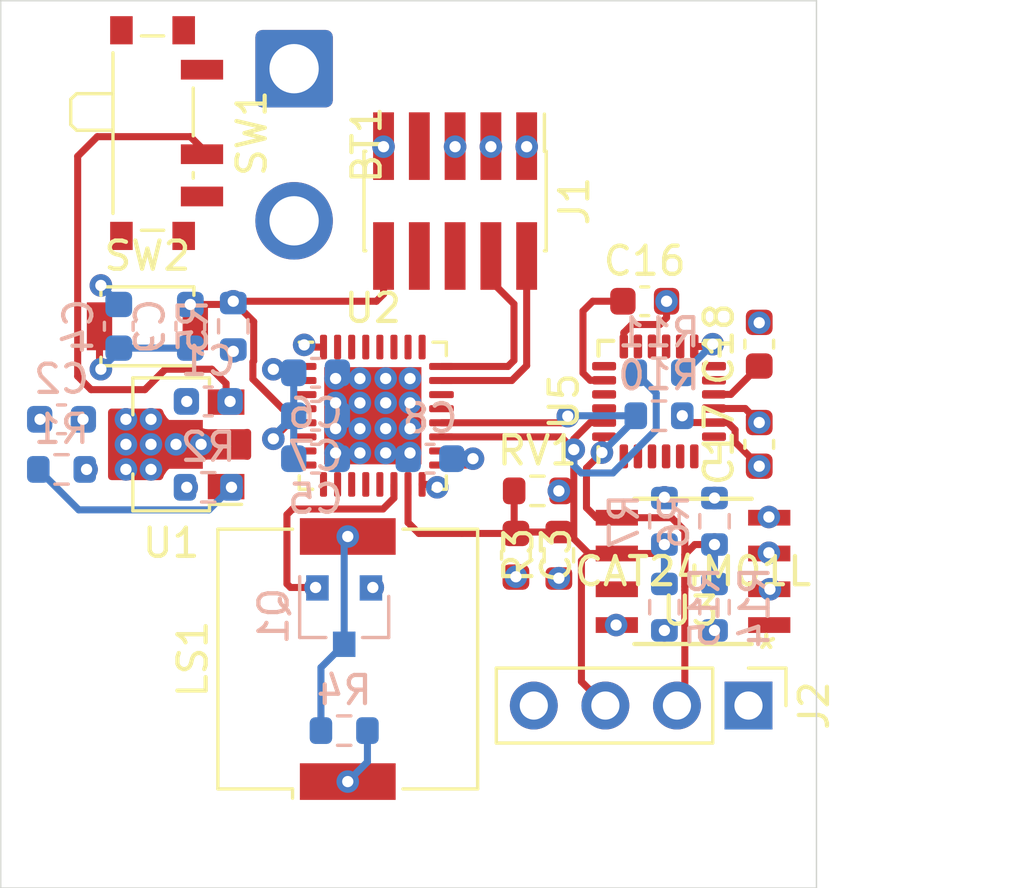
<source format=kicad_pcb>
(kicad_pcb (version 20171130) (host pcbnew "(5.1.9-0-10_14)")

  (general
    (thickness 1.6)
    (drawings 4)
    (tracks 255)
    (zones 0)
    (modules 35)
    (nets 16)
  )

  (page A4)
  (layers
    (0 F.Cu signal)
    (1 In1.Cu signal)
    (2 In2.Cu signal)
    (31 B.Cu signal)
    (32 B.Adhes user hide)
    (33 F.Adhes user hide)
    (34 B.Paste user)
    (35 F.Paste user)
    (36 B.SilkS user)
    (37 F.SilkS user)
    (38 B.Mask user hide)
    (39 F.Mask user)
    (40 Dwgs.User user hide)
    (41 Cmts.User user hide)
    (42 Eco1.User user hide)
    (43 Eco2.User user hide)
    (44 Edge.Cuts user)
    (45 Margin user hide)
    (46 B.CrtYd user)
    (47 F.CrtYd user)
    (48 B.Fab user hide)
    (49 F.Fab user hide)
  )

  (setup
    (last_trace_width 0.25)
    (trace_clearance 0.2)
    (zone_clearance 0.508)
    (zone_45_only no)
    (trace_min 0.2)
    (via_size 0.8)
    (via_drill 0.4)
    (via_min_size 0.4)
    (via_min_drill 0.3)
    (uvia_size 0.3)
    (uvia_drill 0.1)
    (uvias_allowed no)
    (uvia_min_size 0.2)
    (uvia_min_drill 0.1)
    (edge_width 0.05)
    (segment_width 0.2)
    (pcb_text_width 0.3)
    (pcb_text_size 1.5 1.5)
    (mod_edge_width 0.12)
    (mod_text_size 1 1)
    (mod_text_width 0.15)
    (pad_size 1.524 1.524)
    (pad_drill 0.762)
    (pad_to_mask_clearance 0)
    (aux_axis_origin 0 0)
    (visible_elements FFFFFF7F)
    (pcbplotparams
      (layerselection 0x010fc_ffffffff)
      (usegerberextensions false)
      (usegerberattributes true)
      (usegerberadvancedattributes true)
      (creategerberjobfile true)
      (excludeedgelayer true)
      (linewidth 0.100000)
      (plotframeref false)
      (viasonmask false)
      (mode 1)
      (useauxorigin false)
      (hpglpennumber 1)
      (hpglpenspeed 20)
      (hpglpendiameter 15.000000)
      (psnegative false)
      (psa4output false)
      (plotreference true)
      (plotvalue true)
      (plotinvisibletext false)
      (padsonsilk false)
      (subtractmaskfromsilk false)
      (outputformat 1)
      (mirror false)
      (drillshape 1)
      (scaleselection 1)
      (outputdirectory ""))
  )

  (net 0 "")
  (net 1 GND)
  (net 2 VCC)
  (net 3 VDD)
  (net 4 /MCU/LIGHT_IN)
  (net 5 "Net-(C16-Pad1)")
  (net 6 "Net-(C18-Pad1)")
  (net 7 /SWDIO)
  (net 8 /SWCLK)
  (net 9 "/Accelerometer + Pedometer/I2C_SCL")
  (net 10 "/Accelerometer + Pedometer/I2C_SDA")
  (net 11 "Net-(LS1-Pad2)")
  (net 12 /MCU/SPEAKER)
  (net 13 "Net-(R1-Pad2)")
  (net 14 "Net-(C1-Pad1)")
  (net 15 /MCU/NRST)

  (net_class Default "This is the default net class."
    (clearance 0.2)
    (trace_width 0.25)
    (via_dia 0.8)
    (via_drill 0.4)
    (uvia_dia 0.3)
    (uvia_drill 0.1)
    (add_net "/Accelerometer + Pedometer/I2C_SCL")
    (add_net "/Accelerometer + Pedometer/I2C_SDA")
    (add_net /EEPROM/EEPROM_WP1)
    (add_net /MCU/GPIO0)
    (add_net /MCU/GPIO1)
    (add_net /MCU/GPIO2)
    (add_net /MCU/GPIO3)
    (add_net /MCU/GPIO4)
    (add_net /MCU/LIGHT_IN)
    (add_net /MCU/NRST)
    (add_net /MCU/SPEAKER)
    (add_net /SWCLK)
    (add_net /SWDIO)
    (add_net GND)
    (add_net "Net-(C1-Pad1)")
    (add_net "Net-(C16-Pad1)")
    (add_net "Net-(C18-Pad1)")
    (add_net "Net-(J1-Pad6)")
    (add_net "Net-(J1-Pad7)")
    (add_net "Net-(J1-Pad8)")
    (add_net "Net-(LS1-Pad2)")
    (add_net "Net-(R1-Pad2)")
    (add_net "Net-(U2-Pad10)")
    (add_net "Net-(U2-Pad11)")
    (add_net "Net-(U2-Pad12)")
    (add_net "Net-(U2-Pad2)")
    (add_net "Net-(U2-Pad26)")
    (add_net "Net-(U2-Pad27)")
    (add_net "Net-(U2-Pad28)")
    (add_net "Net-(U2-Pad29)")
    (add_net "Net-(U2-Pad3)")
    (add_net "Net-(U2-Pad30)")
    (add_net "Net-(U2-Pad31)")
    (add_net "Net-(U2-Pad6)")
    (add_net "Net-(U2-Pad7)")
    (add_net "Net-(U2-Pad8)")
    (add_net "Net-(U2-Pad9)")
    (add_net "Net-(U3-Pad1)")
    (add_net "Net-(U5-Pad1)")
    (add_net "Net-(U5-Pad11)")
    (add_net "Net-(U5-Pad12)")
    (add_net "Net-(U5-Pad6)")
    (add_net "Net-(U5-Pad7)")
    (add_net VCC)
    (add_net VDD)
  )

  (module Connector_Wire:SolderWire-1sqmm_1x02_P5.4mm_D1.4mm_OD2.7mm (layer F.Cu) (tedit 5EB70B43) (tstamp 60B3437C)
    (at 97.282 106.045 270)
    (descr "Soldered wire connection, for 2 times 1 mm² wires, basic insulation, conductor diameter 1.4mm, outer diameter 2.7mm, size source Multi-Contact FLEXI-E 1.0 (https://ec.staubli.com/AcroFiles/Catalogues/TM_Cab-Main-11014119_(en)_hi.pdf), bend radius 3 times outer diameter, generated with kicad-footprint-generator")
    (tags "connector wire 1sqmm")
    (path /60B27917)
    (attr virtual)
    (fp_text reference BT1 (at 2.7 -2.58 90) (layer F.SilkS)
      (effects (font (size 1 1) (thickness 0.15)))
    )
    (fp_text value Battery (at 2.7 2.58 90) (layer F.Fab)
      (effects (font (size 1 1) (thickness 0.15)))
    )
    (fp_text user %R (at 2.7 0) (layer F.Fab)
      (effects (font (size 0.94 0.94) (thickness 0.14)))
    )
    (fp_circle (center 0 0) (end 1.35 0) (layer F.Fab) (width 0.1))
    (fp_circle (center 5.4 0) (end 6.75 0) (layer F.Fab) (width 0.1))
    (fp_line (start -2.1 -1.88) (end -2.1 1.88) (layer F.CrtYd) (width 0.05))
    (fp_line (start -2.1 1.88) (end 2.1 1.88) (layer F.CrtYd) (width 0.05))
    (fp_line (start 2.1 1.88) (end 2.1 -1.88) (layer F.CrtYd) (width 0.05))
    (fp_line (start 2.1 -1.88) (end -2.1 -1.88) (layer F.CrtYd) (width 0.05))
    (fp_line (start 3.3 -1.88) (end 3.3 1.88) (layer F.CrtYd) (width 0.05))
    (fp_line (start 3.3 1.88) (end 7.5 1.88) (layer F.CrtYd) (width 0.05))
    (fp_line (start 7.5 1.88) (end 7.5 -1.88) (layer F.CrtYd) (width 0.05))
    (fp_line (start 7.5 -1.88) (end 3.3 -1.88) (layer F.CrtYd) (width 0.05))
    (pad 2 thru_hole circle (at 5.4 0 270) (size 2.75 2.75) (drill 1.75) (layers *.Cu *.Mask)
      (net 1 GND))
    (pad 1 thru_hole roundrect (at 0 0 270) (size 2.75 2.75) (drill 1.75) (layers *.Cu *.Mask) (roundrect_rratio 0.090909)
      (net 2 VCC))
    (model ${KISYS3DMOD}/Connector_Wire.3dshapes/SolderWire-1sqmm_1x02_P5.4mm_D1.4mm_OD2.7mm.wrl
      (at (xyz 0 0 0))
      (scale (xyz 1 1 1))
      (rotate (xyz 0 0 0))
    )
  )

  (module Button_Switch_SMD:SW_SPST_B3U-1000P-B (layer F.Cu) (tedit 5A02FC95) (tstamp 60B2DC00)
    (at 92.075 115.189)
    (descr "Ultra-small-sized Tactile Switch with High Contact Reliability, Top-actuated Model, without Ground Terminal, with Boss")
    (tags "Tactile Switch")
    (path /60C919AF/60B7ECED)
    (attr smd)
    (fp_text reference SW2 (at 0 -2.5) (layer F.SilkS)
      (effects (font (size 1 1) (thickness 0.15)))
    )
    (fp_text value SW_SPST (at 0 2.5) (layer F.Fab)
      (effects (font (size 1 1) (thickness 0.15)))
    )
    (fp_text user %R (at 0 -2.5) (layer F.Fab)
      (effects (font (size 1 1) (thickness 0.15)))
    )
    (fp_line (start -2.4 1.65) (end 2.4 1.65) (layer F.CrtYd) (width 0.05))
    (fp_line (start 2.4 1.65) (end 2.4 -1.65) (layer F.CrtYd) (width 0.05))
    (fp_line (start 2.4 -1.65) (end -2.4 -1.65) (layer F.CrtYd) (width 0.05))
    (fp_line (start -2.4 -1.65) (end -2.4 1.65) (layer F.CrtYd) (width 0.05))
    (fp_line (start -1.65 1.1) (end -1.65 1.4) (layer F.SilkS) (width 0.12))
    (fp_line (start -1.65 1.4) (end 1.65 1.4) (layer F.SilkS) (width 0.12))
    (fp_line (start 1.65 1.4) (end 1.65 1.1) (layer F.SilkS) (width 0.12))
    (fp_line (start -1.65 -1.1) (end -1.65 -1.4) (layer F.SilkS) (width 0.12))
    (fp_line (start -1.65 -1.4) (end 1.65 -1.4) (layer F.SilkS) (width 0.12))
    (fp_line (start 1.65 -1.4) (end 1.65 -1.1) (layer F.SilkS) (width 0.12))
    (fp_line (start -1.5 -1.25) (end 1.5 -1.25) (layer F.Fab) (width 0.1))
    (fp_line (start 1.5 -1.25) (end 1.5 1.25) (layer F.Fab) (width 0.1))
    (fp_line (start 1.5 1.25) (end -1.5 1.25) (layer F.Fab) (width 0.1))
    (fp_line (start -1.5 1.25) (end -1.5 -1.25) (layer F.Fab) (width 0.1))
    (fp_circle (center 0 0) (end 0.75 0) (layer F.Fab) (width 0.1))
    (pad "" np_thru_hole circle (at 0 0) (size 0.8 0.8) (drill 0.8) (layers *.Cu *.Mask))
    (pad 2 smd rect (at 1.7 0) (size 0.9 1.7) (layers F.Cu F.Paste F.Mask)
      (net 15 /MCU/NRST))
    (pad 1 smd rect (at -1.7 0) (size 0.9 1.7) (layers F.Cu F.Paste F.Mask)
      (net 1 GND))
    (model ${KISYS3DMOD}/Button_Switch_SMD.3dshapes/SW_SPST_B3U-1000P-B.wrl
      (at (xyz 0 0 0))
      (scale (xyz 1 1 1))
      (rotate (xyz 0 0 0))
    )
  )

  (module Connector_PinHeader_1.27mm:PinHeader_2x05_P1.27mm_Vertical_SMD (layer F.Cu) (tedit 59FED6E3) (tstamp 60B410E5)
    (at 102.997 110.744 270)
    (descr "surface-mounted straight pin header, 2x05, 1.27mm pitch, double rows")
    (tags "Surface mounted pin header SMD 2x05 1.27mm double row")
    (path /60B4F1A6)
    (attr smd)
    (fp_text reference J1 (at 0 -4.235 90) (layer F.SilkS)
      (effects (font (size 1 1) (thickness 0.15)))
    )
    (fp_text value Conn_ARM_JTAG_SWD_10 (at 0 4.235 90) (layer F.Fab)
      (effects (font (size 1 1) (thickness 0.15)))
    )
    (fp_text user %R (at 0 0) (layer F.Fab)
      (effects (font (size 1 1) (thickness 0.15)))
    )
    (fp_line (start 1.705 3.175) (end -1.705 3.175) (layer F.Fab) (width 0.1))
    (fp_line (start -1.27 -3.175) (end 1.705 -3.175) (layer F.Fab) (width 0.1))
    (fp_line (start -1.705 3.175) (end -1.705 -2.74) (layer F.Fab) (width 0.1))
    (fp_line (start -1.705 -2.74) (end -1.27 -3.175) (layer F.Fab) (width 0.1))
    (fp_line (start 1.705 -3.175) (end 1.705 3.175) (layer F.Fab) (width 0.1))
    (fp_line (start -1.705 -2.74) (end -2.75 -2.74) (layer F.Fab) (width 0.1))
    (fp_line (start -2.75 -2.74) (end -2.75 -2.34) (layer F.Fab) (width 0.1))
    (fp_line (start -2.75 -2.34) (end -1.705 -2.34) (layer F.Fab) (width 0.1))
    (fp_line (start 1.705 -2.74) (end 2.75 -2.74) (layer F.Fab) (width 0.1))
    (fp_line (start 2.75 -2.74) (end 2.75 -2.34) (layer F.Fab) (width 0.1))
    (fp_line (start 2.75 -2.34) (end 1.705 -2.34) (layer F.Fab) (width 0.1))
    (fp_line (start -1.705 -1.47) (end -2.75 -1.47) (layer F.Fab) (width 0.1))
    (fp_line (start -2.75 -1.47) (end -2.75 -1.07) (layer F.Fab) (width 0.1))
    (fp_line (start -2.75 -1.07) (end -1.705 -1.07) (layer F.Fab) (width 0.1))
    (fp_line (start 1.705 -1.47) (end 2.75 -1.47) (layer F.Fab) (width 0.1))
    (fp_line (start 2.75 -1.47) (end 2.75 -1.07) (layer F.Fab) (width 0.1))
    (fp_line (start 2.75 -1.07) (end 1.705 -1.07) (layer F.Fab) (width 0.1))
    (fp_line (start -1.705 -0.2) (end -2.75 -0.2) (layer F.Fab) (width 0.1))
    (fp_line (start -2.75 -0.2) (end -2.75 0.2) (layer F.Fab) (width 0.1))
    (fp_line (start -2.75 0.2) (end -1.705 0.2) (layer F.Fab) (width 0.1))
    (fp_line (start 1.705 -0.2) (end 2.75 -0.2) (layer F.Fab) (width 0.1))
    (fp_line (start 2.75 -0.2) (end 2.75 0.2) (layer F.Fab) (width 0.1))
    (fp_line (start 2.75 0.2) (end 1.705 0.2) (layer F.Fab) (width 0.1))
    (fp_line (start -1.705 1.07) (end -2.75 1.07) (layer F.Fab) (width 0.1))
    (fp_line (start -2.75 1.07) (end -2.75 1.47) (layer F.Fab) (width 0.1))
    (fp_line (start -2.75 1.47) (end -1.705 1.47) (layer F.Fab) (width 0.1))
    (fp_line (start 1.705 1.07) (end 2.75 1.07) (layer F.Fab) (width 0.1))
    (fp_line (start 2.75 1.07) (end 2.75 1.47) (layer F.Fab) (width 0.1))
    (fp_line (start 2.75 1.47) (end 1.705 1.47) (layer F.Fab) (width 0.1))
    (fp_line (start -1.705 2.34) (end -2.75 2.34) (layer F.Fab) (width 0.1))
    (fp_line (start -2.75 2.34) (end -2.75 2.74) (layer F.Fab) (width 0.1))
    (fp_line (start -2.75 2.74) (end -1.705 2.74) (layer F.Fab) (width 0.1))
    (fp_line (start 1.705 2.34) (end 2.75 2.34) (layer F.Fab) (width 0.1))
    (fp_line (start 2.75 2.34) (end 2.75 2.74) (layer F.Fab) (width 0.1))
    (fp_line (start 2.75 2.74) (end 1.705 2.74) (layer F.Fab) (width 0.1))
    (fp_line (start -1.765 -3.235) (end 1.765 -3.235) (layer F.SilkS) (width 0.12))
    (fp_line (start -1.765 3.235) (end 1.765 3.235) (layer F.SilkS) (width 0.12))
    (fp_line (start -3.09 -3.17) (end -1.765 -3.17) (layer F.SilkS) (width 0.12))
    (fp_line (start -1.765 -3.235) (end -1.765 -3.17) (layer F.SilkS) (width 0.12))
    (fp_line (start 1.765 -3.235) (end 1.765 -3.17) (layer F.SilkS) (width 0.12))
    (fp_line (start -1.765 3.17) (end -1.765 3.235) (layer F.SilkS) (width 0.12))
    (fp_line (start 1.765 3.17) (end 1.765 3.235) (layer F.SilkS) (width 0.12))
    (fp_line (start -4.3 -3.7) (end -4.3 3.7) (layer F.CrtYd) (width 0.05))
    (fp_line (start -4.3 3.7) (end 4.3 3.7) (layer F.CrtYd) (width 0.05))
    (fp_line (start 4.3 3.7) (end 4.3 -3.7) (layer F.CrtYd) (width 0.05))
    (fp_line (start 4.3 -3.7) (end -4.3 -3.7) (layer F.CrtYd) (width 0.05))
    (pad 10 smd rect (at 1.95 2.54 270) (size 2.4 0.74) (layers F.Cu F.Paste F.Mask)
      (net 15 /MCU/NRST))
    (pad 9 smd rect (at -1.95 2.54 270) (size 2.4 0.74) (layers F.Cu F.Paste F.Mask)
      (net 1 GND))
    (pad 8 smd rect (at 1.95 1.27 270) (size 2.4 0.74) (layers F.Cu F.Paste F.Mask))
    (pad 7 smd rect (at -1.95 1.27 270) (size 2.4 0.74) (layers F.Cu F.Paste F.Mask))
    (pad 6 smd rect (at 1.95 0 270) (size 2.4 0.74) (layers F.Cu F.Paste F.Mask))
    (pad 5 smd rect (at -1.95 0 270) (size 2.4 0.74) (layers F.Cu F.Paste F.Mask)
      (net 1 GND))
    (pad 4 smd rect (at 1.95 -1.27 270) (size 2.4 0.74) (layers F.Cu F.Paste F.Mask)
      (net 8 /SWCLK))
    (pad 3 smd rect (at -1.95 -1.27 270) (size 2.4 0.74) (layers F.Cu F.Paste F.Mask)
      (net 1 GND))
    (pad 2 smd rect (at 1.95 -2.54 270) (size 2.4 0.74) (layers F.Cu F.Paste F.Mask)
      (net 7 /SWDIO))
    (pad 1 smd rect (at -1.95 -2.54 270) (size 2.4 0.74) (layers F.Cu F.Paste F.Mask)
      (net 3 VDD))
    (model ${KISYS3DMOD}/Connector_PinHeader_1.27mm.3dshapes/PinHeader_2x05_P1.27mm_Vertical_SMD.wrl
      (at (xyz 0 0 0))
      (scale (xyz 1 1 1))
      (rotate (xyz 0 0 0))
    )
  )

  (module Capacitor_SMD:C_0603_1608Metric (layer B.Cu) (tedit 5F68FEEE) (tstamp 60B3B56C)
    (at 93.599 115.189 270)
    (descr "Capacitor SMD 0603 (1608 Metric), square (rectangular) end terminal, IPC_7351 nominal, (Body size source: IPC-SM-782 page 76, https://www.pcb-3d.com/wordpress/wp-content/uploads/ipc-sm-782a_amendment_1_and_2.pdf), generated with kicad-footprint-generator")
    (tags capacitor)
    (path /60C919AF/60B808C4)
    (attr smd)
    (fp_text reference C9 (at 0 1.43 270) (layer B.SilkS)
      (effects (font (size 1 1) (thickness 0.15)) (justify mirror))
    )
    (fp_text value 0.1uF (at 0 -1.43 270) (layer B.Fab)
      (effects (font (size 1 1) (thickness 0.15)) (justify mirror))
    )
    (fp_text user %R (at 0 0 270) (layer B.Fab)
      (effects (font (size 0.4 0.4) (thickness 0.06)) (justify mirror))
    )
    (fp_line (start -0.8 -0.4) (end -0.8 0.4) (layer B.Fab) (width 0.1))
    (fp_line (start -0.8 0.4) (end 0.8 0.4) (layer B.Fab) (width 0.1))
    (fp_line (start 0.8 0.4) (end 0.8 -0.4) (layer B.Fab) (width 0.1))
    (fp_line (start 0.8 -0.4) (end -0.8 -0.4) (layer B.Fab) (width 0.1))
    (fp_line (start -0.14058 0.51) (end 0.14058 0.51) (layer B.SilkS) (width 0.12))
    (fp_line (start -0.14058 -0.51) (end 0.14058 -0.51) (layer B.SilkS) (width 0.12))
    (fp_line (start -1.48 -0.73) (end -1.48 0.73) (layer B.CrtYd) (width 0.05))
    (fp_line (start -1.48 0.73) (end 1.48 0.73) (layer B.CrtYd) (width 0.05))
    (fp_line (start 1.48 0.73) (end 1.48 -0.73) (layer B.CrtYd) (width 0.05))
    (fp_line (start 1.48 -0.73) (end -1.48 -0.73) (layer B.CrtYd) (width 0.05))
    (pad 2 smd roundrect (at 0.775 0 270) (size 0.9 0.95) (layers B.Cu B.Paste B.Mask) (roundrect_rratio 0.25)
      (net 1 GND))
    (pad 1 smd roundrect (at -0.775 0 270) (size 0.9 0.95) (layers B.Cu B.Paste B.Mask) (roundrect_rratio 0.25)
      (net 15 /MCU/NRST))
    (model ${KISYS3DMOD}/Capacitor_SMD.3dshapes/C_0603_1608Metric.wrl
      (at (xyz 0 0 0))
      (scale (xyz 1 1 1))
      (rotate (xyz 0 0 0))
    )
  )

  (module Package_DFN_QFN:QFN-32-1EP_5x5mm_P0.5mm_EP3.45x3.45mm (layer F.Cu) (tedit 5DC5F6A4) (tstamp 60B20C92)
    (at 100.076 118.364)
    (descr "QFN, 32 Pin (http://www.analog.com/media/en/package-pcb-resources/package/pkg_pdf/ltc-legacy-qfn/QFN_32_05-08-1693.pdf), generated with kicad-footprint-generator ipc_noLead_generator.py")
    (tags "QFN NoLead")
    (path /60C919AF/60B21238)
    (attr smd)
    (fp_text reference U2 (at 0 -3.82) (layer F.SilkS)
      (effects (font (size 1 1) (thickness 0.15)))
    )
    (fp_text value STM32L432KBUx (at 0 3.82) (layer F.Fab)
      (effects (font (size 1 1) (thickness 0.15)))
    )
    (fp_text user %R (at 0 0) (layer F.Fab)
      (effects (font (size 1 1) (thickness 0.15)))
    )
    (fp_line (start 2.135 -2.61) (end 2.61 -2.61) (layer F.SilkS) (width 0.12))
    (fp_line (start 2.61 -2.61) (end 2.61 -2.135) (layer F.SilkS) (width 0.12))
    (fp_line (start -2.135 2.61) (end -2.61 2.61) (layer F.SilkS) (width 0.12))
    (fp_line (start -2.61 2.61) (end -2.61 2.135) (layer F.SilkS) (width 0.12))
    (fp_line (start 2.135 2.61) (end 2.61 2.61) (layer F.SilkS) (width 0.12))
    (fp_line (start 2.61 2.61) (end 2.61 2.135) (layer F.SilkS) (width 0.12))
    (fp_line (start -2.135 -2.61) (end -2.61 -2.61) (layer F.SilkS) (width 0.12))
    (fp_line (start -1.5 -2.5) (end 2.5 -2.5) (layer F.Fab) (width 0.1))
    (fp_line (start 2.5 -2.5) (end 2.5 2.5) (layer F.Fab) (width 0.1))
    (fp_line (start 2.5 2.5) (end -2.5 2.5) (layer F.Fab) (width 0.1))
    (fp_line (start -2.5 2.5) (end -2.5 -1.5) (layer F.Fab) (width 0.1))
    (fp_line (start -2.5 -1.5) (end -1.5 -2.5) (layer F.Fab) (width 0.1))
    (fp_line (start -3.12 -3.12) (end -3.12 3.12) (layer F.CrtYd) (width 0.05))
    (fp_line (start -3.12 3.12) (end 3.12 3.12) (layer F.CrtYd) (width 0.05))
    (fp_line (start 3.12 3.12) (end 3.12 -3.12) (layer F.CrtYd) (width 0.05))
    (fp_line (start 3.12 -3.12) (end -3.12 -3.12) (layer F.CrtYd) (width 0.05))
    (pad "" smd roundrect (at 1.15 1.15) (size 0.93 0.93) (layers F.Paste) (roundrect_rratio 0.25))
    (pad "" smd roundrect (at 1.15 0) (size 0.93 0.93) (layers F.Paste) (roundrect_rratio 0.25))
    (pad "" smd roundrect (at 1.15 -1.15) (size 0.93 0.93) (layers F.Paste) (roundrect_rratio 0.25))
    (pad "" smd roundrect (at 0 1.15) (size 0.93 0.93) (layers F.Paste) (roundrect_rratio 0.25))
    (pad "" smd roundrect (at 0 0) (size 0.93 0.93) (layers F.Paste) (roundrect_rratio 0.25))
    (pad "" smd roundrect (at 0 -1.15) (size 0.93 0.93) (layers F.Paste) (roundrect_rratio 0.25))
    (pad "" smd roundrect (at -1.15 1.15) (size 0.93 0.93) (layers F.Paste) (roundrect_rratio 0.25))
    (pad "" smd roundrect (at -1.15 0) (size 0.93 0.93) (layers F.Paste) (roundrect_rratio 0.25))
    (pad "" smd roundrect (at -1.15 -1.15) (size 0.93 0.93) (layers F.Paste) (roundrect_rratio 0.25))
    (pad 33 smd rect (at 0 0) (size 3.45 3.45) (layers F.Cu F.Mask)
      (net 1 GND))
    (pad 32 smd roundrect (at -1.75 -2.4375) (size 0.25 0.875) (layers F.Cu F.Paste F.Mask) (roundrect_rratio 0.25)
      (net 1 GND))
    (pad 31 smd roundrect (at -1.25 -2.4375) (size 0.25 0.875) (layers F.Cu F.Paste F.Mask) (roundrect_rratio 0.25))
    (pad 30 smd roundrect (at -0.75 -2.4375) (size 0.25 0.875) (layers F.Cu F.Paste F.Mask) (roundrect_rratio 0.25))
    (pad 29 smd roundrect (at -0.25 -2.4375) (size 0.25 0.875) (layers F.Cu F.Paste F.Mask) (roundrect_rratio 0.25))
    (pad 28 smd roundrect (at 0.25 -2.4375) (size 0.25 0.875) (layers F.Cu F.Paste F.Mask) (roundrect_rratio 0.25))
    (pad 27 smd roundrect (at 0.75 -2.4375) (size 0.25 0.875) (layers F.Cu F.Paste F.Mask) (roundrect_rratio 0.25))
    (pad 26 smd roundrect (at 1.25 -2.4375) (size 0.25 0.875) (layers F.Cu F.Paste F.Mask) (roundrect_rratio 0.25))
    (pad 25 smd roundrect (at 1.75 -2.4375) (size 0.25 0.875) (layers F.Cu F.Paste F.Mask) (roundrect_rratio 0.25))
    (pad 24 smd roundrect (at 2.4375 -1.75) (size 0.875 0.25) (layers F.Cu F.Paste F.Mask) (roundrect_rratio 0.25)
      (net 8 /SWCLK))
    (pad 23 smd roundrect (at 2.4375 -1.25) (size 0.875 0.25) (layers F.Cu F.Paste F.Mask) (roundrect_rratio 0.25)
      (net 7 /SWDIO))
    (pad 22 smd roundrect (at 2.4375 -0.75) (size 0.875 0.25) (layers F.Cu F.Paste F.Mask) (roundrect_rratio 0.25))
    (pad 21 smd roundrect (at 2.4375 -0.25) (size 0.875 0.25) (layers F.Cu F.Paste F.Mask) (roundrect_rratio 0.25))
    (pad 20 smd roundrect (at 2.4375 0.25) (size 0.875 0.25) (layers F.Cu F.Paste F.Mask) (roundrect_rratio 0.25)
      (net 10 "/Accelerometer + Pedometer/I2C_SDA"))
    (pad 19 smd roundrect (at 2.4375 0.75) (size 0.875 0.25) (layers F.Cu F.Paste F.Mask) (roundrect_rratio 0.25)
      (net 9 "/Accelerometer + Pedometer/I2C_SCL"))
    (pad 18 smd roundrect (at 2.4375 1.25) (size 0.875 0.25) (layers F.Cu F.Paste F.Mask) (roundrect_rratio 0.25))
    (pad 17 smd roundrect (at 2.4375 1.75) (size 0.875 0.25) (layers F.Cu F.Paste F.Mask) (roundrect_rratio 0.25)
      (net 3 VDD))
    (pad 16 smd roundrect (at 1.75 2.4375) (size 0.25 0.875) (layers F.Cu F.Paste F.Mask) (roundrect_rratio 0.25)
      (net 1 GND))
    (pad 15 smd roundrect (at 1.25 2.4375) (size 0.25 0.875) (layers F.Cu F.Paste F.Mask) (roundrect_rratio 0.25)
      (net 4 /MCU/LIGHT_IN))
    (pad 14 smd roundrect (at 0.75 2.4375) (size 0.25 0.875) (layers F.Cu F.Paste F.Mask) (roundrect_rratio 0.25)
      (net 12 /MCU/SPEAKER))
    (pad 13 smd roundrect (at 0.25 2.4375) (size 0.25 0.875) (layers F.Cu F.Paste F.Mask) (roundrect_rratio 0.25))
    (pad 12 smd roundrect (at -0.25 2.4375) (size 0.25 0.875) (layers F.Cu F.Paste F.Mask) (roundrect_rratio 0.25))
    (pad 11 smd roundrect (at -0.75 2.4375) (size 0.25 0.875) (layers F.Cu F.Paste F.Mask) (roundrect_rratio 0.25))
    (pad 10 smd roundrect (at -1.25 2.4375) (size 0.25 0.875) (layers F.Cu F.Paste F.Mask) (roundrect_rratio 0.25))
    (pad 9 smd roundrect (at -1.75 2.4375) (size 0.25 0.875) (layers F.Cu F.Paste F.Mask) (roundrect_rratio 0.25))
    (pad 8 smd roundrect (at -2.4375 1.75) (size 0.875 0.25) (layers F.Cu F.Paste F.Mask) (roundrect_rratio 0.25))
    (pad 7 smd roundrect (at -2.4375 1.25) (size 0.875 0.25) (layers F.Cu F.Paste F.Mask) (roundrect_rratio 0.25))
    (pad 6 smd roundrect (at -2.4375 0.75) (size 0.875 0.25) (layers F.Cu F.Paste F.Mask) (roundrect_rratio 0.25))
    (pad 5 smd roundrect (at -2.4375 0.25) (size 0.875 0.25) (layers F.Cu F.Paste F.Mask) (roundrect_rratio 0.25)
      (net 3 VDD))
    (pad 4 smd roundrect (at -2.4375 -0.25) (size 0.875 0.25) (layers F.Cu F.Paste F.Mask) (roundrect_rratio 0.25)
      (net 15 /MCU/NRST))
    (pad 3 smd roundrect (at -2.4375 -0.75) (size 0.875 0.25) (layers F.Cu F.Paste F.Mask) (roundrect_rratio 0.25))
    (pad 2 smd roundrect (at -2.4375 -1.25) (size 0.875 0.25) (layers F.Cu F.Paste F.Mask) (roundrect_rratio 0.25))
    (pad 1 smd roundrect (at -2.4375 -1.75) (size 0.875 0.25) (layers F.Cu F.Paste F.Mask) (roundrect_rratio 0.25)
      (net 3 VDD))
    (model ${KISYS3DMOD}/Package_DFN_QFN.3dshapes/QFN-32-1EP_5x5mm_P0.5mm_EP3.45x3.45mm.wrl
      (at (xyz 0 0 0))
      (scale (xyz 1 1 1))
      (rotate (xyz 0 0 0))
    )
  )

  (module Sensor_Motion:InvenSense_QFN-24_4x4mm_P0.5mm (layer F.Cu) (tedit 5B5A6D8E) (tstamp 60B3AA42)
    (at 110.236 117.856 90)
    (descr "24-Lead Plastic QFN (4mm x 4mm); Pitch 0.5mm; EP 2.7x2.6mm; for InvenSense motion sensors; keepout area marked (Package see: https://store.invensense.com/datasheets/invensense/MPU-6050_DataSheet_V3%204.pdf; See also https://www.invensense.com/wp-content/uploads/2015/02/InvenSense-MEMS-Handling.pdf)")
    (tags "QFN 0.5")
    (path /60C90EDE/60A6130C)
    (attr smd)
    (fp_text reference U5 (at 0 -3.375 90) (layer F.SilkS)
      (effects (font (size 1 1) (thickness 0.15)))
    )
    (fp_text value MPU-6050 (at 0 3.375 90) (layer F.Fab)
      (effects (font (size 1 1) (thickness 0.15)))
    )
    (fp_text user Component (at 0 0.55 90) (layer Cmts.User)
      (effects (font (size 0.2 0.2) (thickness 0.04)))
    )
    (fp_text user "Directly Below" (at 0 0.25 90) (layer Cmts.User)
      (effects (font (size 0.2 0.2) (thickness 0.04)))
    )
    (fp_text user "No Copper" (at 0 -0.1 90) (layer Cmts.User)
      (effects (font (size 0.2 0.2) (thickness 0.04)))
    )
    (fp_text user KEEPOUT (at 0 -0.5 90) (layer Cmts.User)
      (effects (font (size 0.2 0.2) (thickness 0.04)))
    )
    (fp_text user %R (at 0 0 90) (layer F.Fab)
      (effects (font (size 1 1) (thickness 0.15)))
    )
    (fp_line (start -1 -2) (end 2 -2) (layer F.Fab) (width 0.15))
    (fp_line (start 2 -2) (end 2 2) (layer F.Fab) (width 0.15))
    (fp_line (start 2 2) (end -2 2) (layer F.Fab) (width 0.15))
    (fp_line (start -2 2) (end -2 -1) (layer F.Fab) (width 0.15))
    (fp_line (start -2 -1) (end -1 -2) (layer F.Fab) (width 0.15))
    (fp_line (start -2.65 -2.65) (end -2.65 2.65) (layer F.CrtYd) (width 0.05))
    (fp_line (start 2.65 -2.65) (end 2.65 2.65) (layer F.CrtYd) (width 0.05))
    (fp_line (start -2.65 -2.65) (end 2.65 -2.65) (layer F.CrtYd) (width 0.05))
    (fp_line (start -2.65 2.65) (end 2.65 2.65) (layer F.CrtYd) (width 0.05))
    (fp_line (start 2.15 -2.15) (end 2.15 -1.625) (layer F.SilkS) (width 0.15))
    (fp_line (start -2.15 2.15) (end -2.15 1.625) (layer F.SilkS) (width 0.15))
    (fp_line (start 2.15 2.15) (end 2.15 1.625) (layer F.SilkS) (width 0.15))
    (fp_line (start -2.15 -2.15) (end -1.625 -2.15) (layer F.SilkS) (width 0.15))
    (fp_line (start -2.15 2.15) (end -1.625 2.15) (layer F.SilkS) (width 0.15))
    (fp_line (start 2.15 2.15) (end 1.625 2.15) (layer F.SilkS) (width 0.15))
    (fp_line (start 2.15 -2.15) (end 1.625 -2.15) (layer F.SilkS) (width 0.15))
    (fp_line (start 1.375 1.325) (end 1.375 -1.325) (layer Dwgs.User) (width 0.05))
    (fp_line (start -1.375 1.325) (end -1.375 -1.325) (layer Dwgs.User) (width 0.05))
    (fp_line (start 1.375 -1.325) (end -1.375 -1.325) (layer Dwgs.User) (width 0.05))
    (fp_line (start 1.375 1.325) (end -1.375 1.325) (layer Dwgs.User) (width 0.05))
    (fp_line (start 1.375 0.825) (end 0.875 1.325) (layer Dwgs.User) (width 0.05))
    (fp_line (start 1.375 0.325) (end 0.375 1.325) (layer Dwgs.User) (width 0.05))
    (fp_line (start 1.375 -0.175) (end -0.125 1.325) (layer Dwgs.User) (width 0.05))
    (fp_line (start 1.375 -0.675) (end -0.625 1.325) (layer Dwgs.User) (width 0.05))
    (fp_line (start 1.375 -1.175) (end -1.125 1.325) (layer Dwgs.User) (width 0.05))
    (fp_line (start 1.025 -1.325) (end -1.375 1.075) (layer Dwgs.User) (width 0.05))
    (fp_line (start 0.525 -1.325) (end -1.375 0.575) (layer Dwgs.User) (width 0.05))
    (fp_line (start 0.025 -1.325) (end -1.375 0.075) (layer Dwgs.User) (width 0.05))
    (fp_line (start -0.475 -1.325) (end -1.375 -0.425) (layer Dwgs.User) (width 0.05))
    (fp_line (start -0.975 -1.325) (end -1.375 -0.925) (layer Dwgs.User) (width 0.05))
    (pad 24 smd roundrect (at -1.25 -1.95 180) (size 0.85 0.3) (layers F.Cu F.Paste F.Mask) (roundrect_rratio 0.25)
      (net 10 "/Accelerometer + Pedometer/I2C_SDA"))
    (pad 23 smd roundrect (at -0.75 -1.95 180) (size 0.85 0.3) (layers F.Cu F.Paste F.Mask) (roundrect_rratio 0.25)
      (net 9 "/Accelerometer + Pedometer/I2C_SCL"))
    (pad 22 smd roundrect (at -0.25 -1.95 180) (size 0.85 0.3) (layers F.Cu F.Paste F.Mask) (roundrect_rratio 0.25))
    (pad 21 smd roundrect (at 0.25 -1.95 180) (size 0.85 0.3) (layers F.Cu F.Paste F.Mask) (roundrect_rratio 0.25))
    (pad 20 smd roundrect (at 0.75 -1.95 180) (size 0.85 0.3) (layers F.Cu F.Paste F.Mask) (roundrect_rratio 0.25)
      (net 5 "Net-(C16-Pad1)"))
    (pad 19 smd roundrect (at 1.25 -1.95 180) (size 0.85 0.3) (layers F.Cu F.Paste F.Mask) (roundrect_rratio 0.25))
    (pad 18 smd roundrect (at 1.95 -1.25 90) (size 0.85 0.3) (layers F.Cu F.Paste F.Mask) (roundrect_rratio 0.25)
      (net 1 GND))
    (pad 17 smd roundrect (at 1.95 -0.75 90) (size 0.85 0.3) (layers F.Cu F.Paste F.Mask) (roundrect_rratio 0.25))
    (pad 16 smd roundrect (at 1.95 -0.25 90) (size 0.85 0.3) (layers F.Cu F.Paste F.Mask) (roundrect_rratio 0.25))
    (pad 15 smd roundrect (at 1.95 0.25 90) (size 0.85 0.3) (layers F.Cu F.Paste F.Mask) (roundrect_rratio 0.25))
    (pad 14 smd roundrect (at 1.95 0.75 90) (size 0.85 0.3) (layers F.Cu F.Paste F.Mask) (roundrect_rratio 0.25))
    (pad 13 smd roundrect (at 1.95 1.25 90) (size 0.85 0.3) (layers F.Cu F.Paste F.Mask) (roundrect_rratio 0.25)
      (net 3 VDD))
    (pad 12 smd roundrect (at 1.25 1.95 180) (size 0.85 0.3) (layers F.Cu F.Paste F.Mask) (roundrect_rratio 0.25))
    (pad 11 smd roundrect (at 0.75 1.95 180) (size 0.85 0.3) (layers F.Cu F.Paste F.Mask) (roundrect_rratio 0.25))
    (pad 10 smd roundrect (at 0.25 1.95 180) (size 0.85 0.3) (layers F.Cu F.Paste F.Mask) (roundrect_rratio 0.25)
      (net 6 "Net-(C18-Pad1)"))
    (pad 9 smd roundrect (at -0.25 1.95 180) (size 0.85 0.3) (layers F.Cu F.Paste F.Mask) (roundrect_rratio 0.25)
      (net 1 GND))
    (pad 8 smd roundrect (at -0.75 1.95 180) (size 0.85 0.3) (layers F.Cu F.Paste F.Mask) (roundrect_rratio 0.25)
      (net 3 VDD))
    (pad 7 smd roundrect (at -1.25 1.95 180) (size 0.85 0.3) (layers F.Cu F.Paste F.Mask) (roundrect_rratio 0.25))
    (pad 6 smd roundrect (at -1.95 1.25 90) (size 0.85 0.3) (layers F.Cu F.Paste F.Mask) (roundrect_rratio 0.25))
    (pad 5 smd roundrect (at -1.95 0.75 90) (size 0.85 0.3) (layers F.Cu F.Paste F.Mask) (roundrect_rratio 0.25))
    (pad 4 smd roundrect (at -1.95 0.25 90) (size 0.85 0.3) (layers F.Cu F.Paste F.Mask) (roundrect_rratio 0.25))
    (pad 3 smd roundrect (at -1.95 -0.25 90) (size 0.85 0.3) (layers F.Cu F.Paste F.Mask) (roundrect_rratio 0.25))
    (pad 2 smd roundrect (at -1.95 -0.75 90) (size 0.85 0.3) (layers F.Cu F.Paste F.Mask) (roundrect_rratio 0.25))
    (pad 1 smd roundrect (at -1.95 -1.25 90) (size 0.85 0.3) (layers F.Cu F.Paste F.Mask) (roundrect_rratio 0.25))
    (model ${KISYS3DMOD}/Package_DFN_QFN.3dshapes/QFN-24-1EP_4x4mm_P0.5mm_EP2.7x2.6mm.wrl
      (at (xyz 0 0 0))
      (scale (xyz 1 1 1))
      (rotate (xyz 0 0 0))
    )
  )

  (module CAT24M01WI:CAT24M01WI-GT3 (layer F.Cu) (tedit 60B086CB) (tstamp 60B23DAD)
    (at 111.4425 123.8885 180)
    (path /60C91D68/60ADF42B)
    (fp_text reference U3 (at 0.1 -1.4) (layer F.SilkS)
      (effects (font (size 1 1) (thickness 0.15)))
    )
    (fp_text value CAT24M01L (at 0 0) (layer F.SilkS)
      (effects (font (size 1 1) (thickness 0.15)))
    )
    (fp_arc (start 0 -2.4511) (end 0.3048 -2.4511) (angle 180) (layer F.Fab) (width 0.1524))
    (fp_text user * (at -1.5748 -2.3749) (layer F.Fab)
      (effects (font (size 1 1) (thickness 0.15)))
    )
    (fp_text user * (at -2.6 -2.8) (layer F.SilkS)
      (effects (font (size 1 1) (thickness 0.15)))
    )
    (fp_text user 0.059in/1.499mm (at -2.7051 4.8641) (layer Dwgs.User)
      (effects (font (size 1 1) (thickness 0.15)))
    )
    (fp_text user 0.213in/5.41mm (at 0 -4.8641) (layer Dwgs.User)
      (effects (font (size 1 1) (thickness 0.15)))
    )
    (fp_text user 0.022in/0.559mm (at 5.7531 -1.905) (layer Dwgs.User)
      (effects (font (size 1 1) (thickness 0.15)))
    )
    (fp_text user 0.05in/1.27mm (at -5.7531 -1.27) (layer Dwgs.User)
      (effects (font (size 1 1) (thickness 0.15)))
    )
    (fp_text user * (at -1.5748 -2.3749) (layer F.Fab)
      (effects (font (size 1 1) (thickness 0.15)))
    )
    (fp_text user "Copyright 2016 Accelerated Designs. All rights reserved." (at 0 0) (layer Cmts.User)
      (effects (font (size 0.127 0.127) (thickness 0.002)))
    )
    (fp_line (start -2.2098 2.4384) (end -3.7084 2.4384) (layer F.CrtYd) (width 0.1524))
    (fp_line (start -2.2098 2.7051) (end -2.2098 2.4384) (layer F.CrtYd) (width 0.1524))
    (fp_line (start 2.2098 2.7051) (end -2.2098 2.7051) (layer F.CrtYd) (width 0.1524))
    (fp_line (start 2.2098 2.4384) (end 2.2098 2.7051) (layer F.CrtYd) (width 0.1524))
    (fp_line (start 3.7084 2.4384) (end 2.2098 2.4384) (layer F.CrtYd) (width 0.1524))
    (fp_line (start 3.7084 -2.4384) (end 3.7084 2.4384) (layer F.CrtYd) (width 0.1524))
    (fp_line (start 2.2098 -2.4384) (end 3.7084 -2.4384) (layer F.CrtYd) (width 0.1524))
    (fp_line (start 2.2098 -2.7051) (end 2.2098 -2.4384) (layer F.CrtYd) (width 0.1524))
    (fp_line (start -2.2098 -2.7051) (end 2.2098 -2.7051) (layer F.CrtYd) (width 0.1524))
    (fp_line (start -2.2098 -2.4384) (end -2.2098 -2.7051) (layer F.CrtYd) (width 0.1524))
    (fp_line (start -3.7084 -2.4384) (end -2.2098 -2.4384) (layer F.CrtYd) (width 0.1524))
    (fp_line (start -3.7084 2.4384) (end -3.7084 -2.4384) (layer F.CrtYd) (width 0.1524))
    (fp_line (start -1.9558 -2.4511) (end -1.9558 2.4511) (layer F.Fab) (width 0.1524))
    (fp_line (start 1.9558 -2.4511) (end -1.9558 -2.4511) (layer F.Fab) (width 0.1524))
    (fp_line (start 1.9558 2.4511) (end 1.9558 -2.4511) (layer F.Fab) (width 0.1524))
    (fp_line (start -1.9558 2.4511) (end 1.9558 2.4511) (layer F.Fab) (width 0.1524))
    (fp_line (start 2.0828 -2.5781) (end -2.0828 -2.5781) (layer F.SilkS) (width 0.1524))
    (fp_line (start -2.0828 2.5781) (end 2.0828 2.5781) (layer F.SilkS) (width 0.1524))
    (fp_line (start 3.0988 -2.159) (end 1.9558 -2.159) (layer F.Fab) (width 0.1524))
    (fp_line (start 3.0988 -1.651) (end 3.0988 -2.159) (layer F.Fab) (width 0.1524))
    (fp_line (start 1.9558 -1.651) (end 3.0988 -1.651) (layer F.Fab) (width 0.1524))
    (fp_line (start 1.9558 -2.159) (end 1.9558 -1.651) (layer F.Fab) (width 0.1524))
    (fp_line (start 3.0988 -0.889) (end 1.9558 -0.889) (layer F.Fab) (width 0.1524))
    (fp_line (start 3.0988 -0.381) (end 3.0988 -0.889) (layer F.Fab) (width 0.1524))
    (fp_line (start 1.9558 -0.381) (end 3.0988 -0.381) (layer F.Fab) (width 0.1524))
    (fp_line (start 1.9558 -0.889) (end 1.9558 -0.381) (layer F.Fab) (width 0.1524))
    (fp_line (start 3.0988 0.381) (end 1.9558 0.381) (layer F.Fab) (width 0.1524))
    (fp_line (start 3.0988 0.889) (end 3.0988 0.381) (layer F.Fab) (width 0.1524))
    (fp_line (start 1.9558 0.889) (end 3.0988 0.889) (layer F.Fab) (width 0.1524))
    (fp_line (start 1.9558 0.381) (end 1.9558 0.889) (layer F.Fab) (width 0.1524))
    (fp_line (start 3.0988 1.651) (end 1.9558 1.651) (layer F.Fab) (width 0.1524))
    (fp_line (start 3.0988 2.159) (end 3.0988 1.651) (layer F.Fab) (width 0.1524))
    (fp_line (start 1.9558 2.159) (end 3.0988 2.159) (layer F.Fab) (width 0.1524))
    (fp_line (start 1.9558 1.651) (end 1.9558 2.159) (layer F.Fab) (width 0.1524))
    (fp_line (start -3.0988 2.159) (end -1.9558 2.159) (layer F.Fab) (width 0.1524))
    (fp_line (start -3.0988 1.651) (end -3.0988 2.159) (layer F.Fab) (width 0.1524))
    (fp_line (start -1.9558 1.651) (end -3.0988 1.651) (layer F.Fab) (width 0.1524))
    (fp_line (start -1.9558 2.159) (end -1.9558 1.651) (layer F.Fab) (width 0.1524))
    (fp_line (start -3.0988 0.889) (end -1.9558 0.889) (layer F.Fab) (width 0.1524))
    (fp_line (start -3.0988 0.381) (end -3.0988 0.889) (layer F.Fab) (width 0.1524))
    (fp_line (start -1.9558 0.381) (end -3.0988 0.381) (layer F.Fab) (width 0.1524))
    (fp_line (start -1.9558 0.889) (end -1.9558 0.381) (layer F.Fab) (width 0.1524))
    (fp_line (start -3.0988 -0.381) (end -1.9558 -0.381) (layer F.Fab) (width 0.1524))
    (fp_line (start -3.0988 -0.889) (end -3.0988 -0.381) (layer F.Fab) (width 0.1524))
    (fp_line (start -1.9558 -0.889) (end -3.0988 -0.889) (layer F.Fab) (width 0.1524))
    (fp_line (start -1.9558 -0.381) (end -1.9558 -0.889) (layer F.Fab) (width 0.1524))
    (fp_line (start -3.0988 -1.651) (end -1.9558 -1.651) (layer F.Fab) (width 0.1524))
    (fp_line (start -3.0988 -2.159) (end -3.0988 -1.651) (layer F.Fab) (width 0.1524))
    (fp_line (start -1.9558 -2.159) (end -3.0988 -2.159) (layer F.Fab) (width 0.1524))
    (fp_line (start -1.9558 -1.651) (end -1.9558 -2.159) (layer F.Fab) (width 0.1524))
    (pad 8 smd rect (at 2.7051 -1.905 180) (size 1.4986 0.5588) (layers F.Cu F.Paste F.Mask)
      (net 3 VDD))
    (pad 7 smd rect (at 2.7051 -0.635 180) (size 1.4986 0.5588) (layers F.Cu F.Paste F.Mask))
    (pad 6 smd rect (at 2.7051 0.635 180) (size 1.4986 0.5588) (layers F.Cu F.Paste F.Mask)
      (net 9 "/Accelerometer + Pedometer/I2C_SCL"))
    (pad 5 smd rect (at 2.7051 1.905 180) (size 1.4986 0.5588) (layers F.Cu F.Paste F.Mask)
      (net 10 "/Accelerometer + Pedometer/I2C_SDA"))
    (pad 4 smd rect (at -2.7051 1.905 180) (size 1.4986 0.5588) (layers F.Cu F.Paste F.Mask)
      (net 1 GND))
    (pad 3 smd rect (at -2.7051 0.635 180) (size 1.4986 0.5588) (layers F.Cu F.Paste F.Mask)
      (net 1 GND))
    (pad 2 smd rect (at -2.7051 -0.635 180) (size 1.4986 0.5588) (layers F.Cu F.Paste F.Mask)
      (net 3 VDD))
    (pad 1 smd rect (at -2.7051 -1.905 180) (size 1.4986 0.5588) (layers F.Cu F.Paste F.Mask))
    (model ${KIPRJMOD}/SOIC8_ONS.step
      (at (xyz 0 0 0))
      (scale (xyz 1 1 1))
      (rotate (xyz 0 0 0))
    )
  )

  (module Package_TO_SOT_SMD:SOT-89-3 (layer F.Cu) (tedit 5C33D6E8) (tstamp 60B45CC8)
    (at 93.218001 119.38 180)
    (descr "SOT-89-3, http://ww1.microchip.com/downloads/en/DeviceDoc/3L_SOT-89_MB_C04-029C.pdf")
    (tags SOT-89-3)
    (path /60B0C5BE)
    (attr smd)
    (fp_text reference U1 (at 0.3 -3.5) (layer F.SilkS)
      (effects (font (size 1 1) (thickness 0.15)))
    )
    (fp_text value LM317L_SOT-89 (at 0.3 3.5) (layer F.Fab)
      (effects (font (size 1 1) (thickness 0.15)))
    )
    (fp_text user %R (at 0.5 0 90) (layer F.Fab)
      (effects (font (size 1 1) (thickness 0.15)))
    )
    (fp_line (start 1.66 1.05) (end 1.66 2.36) (layer F.SilkS) (width 0.12))
    (fp_line (start 1.66 2.36) (end -1.06 2.36) (layer F.SilkS) (width 0.12))
    (fp_line (start -2.2 -2.13) (end -1.06 -2.13) (layer F.SilkS) (width 0.12))
    (fp_line (start 1.66 -2.36) (end 1.66 -1.05) (layer F.SilkS) (width 0.12))
    (fp_line (start -0.95 -1.25) (end 0.05 -2.25) (layer F.Fab) (width 0.1))
    (fp_line (start 1.55 -2.25) (end 1.55 2.25) (layer F.Fab) (width 0.1))
    (fp_line (start 1.55 2.25) (end -0.95 2.25) (layer F.Fab) (width 0.1))
    (fp_line (start -0.95 2.25) (end -0.95 -1.25) (layer F.Fab) (width 0.1))
    (fp_line (start 0.05 -2.25) (end 1.55 -2.25) (layer F.Fab) (width 0.1))
    (fp_line (start 2.55 -2.5) (end 2.55 2.5) (layer F.CrtYd) (width 0.05))
    (fp_line (start 2.55 -2.5) (end -2.55 -2.5) (layer F.CrtYd) (width 0.05))
    (fp_line (start -2.55 2.5) (end 2.55 2.5) (layer F.CrtYd) (width 0.05))
    (fp_line (start -2.55 2.5) (end -2.55 -2.5) (layer F.CrtYd) (width 0.05))
    (fp_line (start -1.06 -2.36) (end 1.66 -2.36) (layer F.SilkS) (width 0.12))
    (fp_line (start -1.06 -2.36) (end -1.06 -2.13) (layer F.SilkS) (width 0.12))
    (fp_line (start -1.06 2.36) (end -1.06 2.13) (layer F.SilkS) (width 0.12))
    (pad 2 smd custom (at -1.5625 0 180) (size 1.475 0.9) (layers F.Cu F.Paste F.Mask)
      (net 3 VDD) (zone_connect 2)
      (options (clearance outline) (anchor rect))
      (primitives
        (gr_poly (pts
           (xy 0.7375 -0.8665) (xy 3.8625 -0.8665) (xy 3.8625 0.8665) (xy 0.7375 0.8665)) (width 0))
      ))
    (pad 3 smd rect (at -1.65 1.5 180) (size 1.3 0.9) (layers F.Cu F.Paste F.Mask)
      (net 14 "Net-(C1-Pad1)"))
    (pad 1 smd rect (at -1.65 -1.5 180) (size 1.3 0.9) (layers F.Cu F.Paste F.Mask)
      (net 13 "Net-(R1-Pad2)"))
    (model ${KISYS3DMOD}/Package_TO_SOT_SMD.3dshapes/SOT-89-3.wrl
      (at (xyz 0 0 0))
      (scale (xyz 1 1 1))
      (rotate (xyz 0 0 0))
    )
  )

  (module Button_Switch_SMD:SW_SPDT_PCM12 (layer F.Cu) (tedit 5A02FC95) (tstamp 60B1D4F0)
    (at 92.583 108.331 270)
    (descr "Ultraminiature Surface Mount Slide Switch, right-angle, https://www.ckswitches.com/media/1424/pcm.pdf")
    (path /60ACD791)
    (attr smd)
    (fp_text reference SW1 (at 0 -3.2 90) (layer F.SilkS)
      (effects (font (size 1 1) (thickness 0.15)))
    )
    (fp_text value SW_SPST (at 0 4.25 90) (layer F.Fab)
      (effects (font (size 1 1) (thickness 0.15)))
    )
    (fp_text user %R (at 0 -3.2 90) (layer F.Fab)
      (effects (font (size 1 1) (thickness 0.15)))
    )
    (fp_line (start -1.4 1.65) (end -1.4 2.95) (layer F.Fab) (width 0.1))
    (fp_line (start -1.4 2.95) (end -1.2 3.15) (layer F.Fab) (width 0.1))
    (fp_line (start -1.2 3.15) (end -0.35 3.15) (layer F.Fab) (width 0.1))
    (fp_line (start -0.35 3.15) (end -0.15 2.95) (layer F.Fab) (width 0.1))
    (fp_line (start -0.15 2.95) (end -0.1 2.9) (layer F.Fab) (width 0.1))
    (fp_line (start -0.1 2.9) (end -0.1 1.6) (layer F.Fab) (width 0.1))
    (fp_line (start -3.35 -1) (end -3.35 1.6) (layer F.Fab) (width 0.1))
    (fp_line (start -3.35 1.6) (end 3.35 1.6) (layer F.Fab) (width 0.1))
    (fp_line (start 3.35 1.6) (end 3.35 -1) (layer F.Fab) (width 0.1))
    (fp_line (start 3.35 -1) (end -3.35 -1) (layer F.Fab) (width 0.1))
    (fp_line (start 1.4 -1.12) (end 1.6 -1.12) (layer F.SilkS) (width 0.12))
    (fp_line (start -4.4 -2.45) (end 4.4 -2.45) (layer F.CrtYd) (width 0.05))
    (fp_line (start 4.4 -2.45) (end 4.4 2.1) (layer F.CrtYd) (width 0.05))
    (fp_line (start 4.4 2.1) (end 1.65 2.1) (layer F.CrtYd) (width 0.05))
    (fp_line (start 1.65 2.1) (end 1.65 3.4) (layer F.CrtYd) (width 0.05))
    (fp_line (start 1.65 3.4) (end -1.65 3.4) (layer F.CrtYd) (width 0.05))
    (fp_line (start -1.65 3.4) (end -1.65 2.1) (layer F.CrtYd) (width 0.05))
    (fp_line (start -1.65 2.1) (end -4.4 2.1) (layer F.CrtYd) (width 0.05))
    (fp_line (start -4.4 2.1) (end -4.4 -2.45) (layer F.CrtYd) (width 0.05))
    (fp_line (start -1.4 3.02) (end -1.2 3.23) (layer F.SilkS) (width 0.12))
    (fp_line (start -0.1 3.02) (end -0.3 3.23) (layer F.SilkS) (width 0.12))
    (fp_line (start -1.4 1.73) (end -1.4 3.02) (layer F.SilkS) (width 0.12))
    (fp_line (start -1.2 3.23) (end -0.3 3.23) (layer F.SilkS) (width 0.12))
    (fp_line (start -0.1 3.02) (end -0.1 1.73) (layer F.SilkS) (width 0.12))
    (fp_line (start -2.85 1.73) (end 2.85 1.73) (layer F.SilkS) (width 0.12))
    (fp_line (start -1.6 -1.12) (end 0.1 -1.12) (layer F.SilkS) (width 0.12))
    (fp_line (start -3.45 -0.07) (end -3.45 0.72) (layer F.SilkS) (width 0.12))
    (fp_line (start 3.45 0.72) (end 3.45 -0.07) (layer F.SilkS) (width 0.12))
    (pad "" smd rect (at -3.65 -0.78 270) (size 1 0.8) (layers F.Cu F.Paste F.Mask))
    (pad "" smd rect (at 3.65 -0.78 270) (size 1 0.8) (layers F.Cu F.Paste F.Mask))
    (pad "" smd rect (at 3.65 1.43 270) (size 1 0.8) (layers F.Cu F.Paste F.Mask))
    (pad "" smd rect (at -3.65 1.43 270) (size 1 0.8) (layers F.Cu F.Paste F.Mask))
    (pad 3 smd rect (at 2.25 -1.43 270) (size 0.7 1.5) (layers F.Cu F.Paste F.Mask))
    (pad 2 smd rect (at 0.75 -1.43 270) (size 0.7 1.5) (layers F.Cu F.Paste F.Mask)
      (net 14 "Net-(C1-Pad1)"))
    (pad 1 smd rect (at -2.25 -1.43 270) (size 0.7 1.5) (layers F.Cu F.Paste F.Mask)
      (net 2 VCC))
    (pad "" np_thru_hole circle (at 1.5 0.33 270) (size 0.9 0.9) (drill 0.9) (layers *.Cu *.Mask))
    (pad "" np_thru_hole circle (at -1.5 0.33 270) (size 0.9 0.9) (drill 0.9) (layers *.Cu *.Mask))
    (model ${KISYS3DMOD}/Button_Switch_SMD.3dshapes/SW_SPDT_PCM12.wrl
      (at (xyz 0 0 0))
      (scale (xyz 1 1 1))
      (rotate (xyz 0 0 0))
    )
  )

  (module Resistor_SMD:R_0603_1608Metric (layer F.Cu) (tedit 5F68FEEE) (tstamp 60B1D4C6)
    (at 105.918 121.031)
    (descr "Resistor SMD 0603 (1608 Metric), square (rectangular) end terminal, IPC_7351 nominal, (Body size source: IPC-SM-782 page 72, https://www.pcb-3d.com/wordpress/wp-content/uploads/ipc-sm-782a_amendment_1_and_2.pdf), generated with kicad-footprint-generator")
    (tags resistor)
    (path /60C90D15/60AB2558)
    (attr smd)
    (fp_text reference RV1 (at 0 -1.43) (layer F.SilkS)
      (effects (font (size 1 1) (thickness 0.15)))
    )
    (fp_text value Varistor (at 0 1.43) (layer F.Fab)
      (effects (font (size 1 1) (thickness 0.15)))
    )
    (fp_text user %R (at 0 0) (layer F.Fab)
      (effects (font (size 0.4 0.4) (thickness 0.06)))
    )
    (fp_line (start -0.8 0.4125) (end -0.8 -0.4125) (layer F.Fab) (width 0.1))
    (fp_line (start -0.8 -0.4125) (end 0.8 -0.4125) (layer F.Fab) (width 0.1))
    (fp_line (start 0.8 -0.4125) (end 0.8 0.4125) (layer F.Fab) (width 0.1))
    (fp_line (start 0.8 0.4125) (end -0.8 0.4125) (layer F.Fab) (width 0.1))
    (fp_line (start -0.237258 -0.5225) (end 0.237258 -0.5225) (layer F.SilkS) (width 0.12))
    (fp_line (start -0.237258 0.5225) (end 0.237258 0.5225) (layer F.SilkS) (width 0.12))
    (fp_line (start -1.48 0.73) (end -1.48 -0.73) (layer F.CrtYd) (width 0.05))
    (fp_line (start -1.48 -0.73) (end 1.48 -0.73) (layer F.CrtYd) (width 0.05))
    (fp_line (start 1.48 -0.73) (end 1.48 0.73) (layer F.CrtYd) (width 0.05))
    (fp_line (start 1.48 0.73) (end -1.48 0.73) (layer F.CrtYd) (width 0.05))
    (pad 2 smd roundrect (at 0.825 0) (size 0.8 0.95) (layers F.Cu F.Paste F.Mask) (roundrect_rratio 0.25)
      (net 1 GND))
    (pad 1 smd roundrect (at -0.825 0) (size 0.8 0.95) (layers F.Cu F.Paste F.Mask) (roundrect_rratio 0.25)
      (net 4 /MCU/LIGHT_IN))
    (model ${KISYS3DMOD}/Resistor_SMD.3dshapes/R_0603_1608Metric.wrl
      (at (xyz 0 0 0))
      (scale (xyz 1 1 1))
      (rotate (xyz 0 0 0))
    )
  )

  (module Resistor_SMD:R_0603_1608Metric (layer B.Cu) (tedit 5F68FEEE) (tstamp 60B2287D)
    (at 110.4265 125.158499 90)
    (descr "Resistor SMD 0603 (1608 Metric), square (rectangular) end terminal, IPC_7351 nominal, (Body size source: IPC-SM-782 page 72, https://www.pcb-3d.com/wordpress/wp-content/uploads/ipc-sm-782a_amendment_1_and_2.pdf), generated with kicad-footprint-generator")
    (tags resistor)
    (path /60C91C10/60B20C27)
    (attr smd)
    (fp_text reference R15 (at 0 1.43 90) (layer B.SilkS)
      (effects (font (size 1 1) (thickness 0.15)) (justify mirror))
    )
    (fp_text value 10k (at 0 -1.43 90) (layer B.Fab)
      (effects (font (size 1 1) (thickness 0.15)) (justify mirror))
    )
    (fp_text user %R (at 0 0 90) (layer B.Fab)
      (effects (font (size 0.4 0.4) (thickness 0.06)) (justify mirror))
    )
    (fp_line (start -0.8 -0.4125) (end -0.8 0.4125) (layer B.Fab) (width 0.1))
    (fp_line (start -0.8 0.4125) (end 0.8 0.4125) (layer B.Fab) (width 0.1))
    (fp_line (start 0.8 0.4125) (end 0.8 -0.4125) (layer B.Fab) (width 0.1))
    (fp_line (start 0.8 -0.4125) (end -0.8 -0.4125) (layer B.Fab) (width 0.1))
    (fp_line (start -0.237258 0.5225) (end 0.237258 0.5225) (layer B.SilkS) (width 0.12))
    (fp_line (start -0.237258 -0.5225) (end 0.237258 -0.5225) (layer B.SilkS) (width 0.12))
    (fp_line (start -1.48 -0.73) (end -1.48 0.73) (layer B.CrtYd) (width 0.05))
    (fp_line (start -1.48 0.73) (end 1.48 0.73) (layer B.CrtYd) (width 0.05))
    (fp_line (start 1.48 0.73) (end 1.48 -0.73) (layer B.CrtYd) (width 0.05))
    (fp_line (start 1.48 -0.73) (end -1.48 -0.73) (layer B.CrtYd) (width 0.05))
    (pad 2 smd roundrect (at 0.825 0 90) (size 0.8 0.95) (layers B.Cu B.Paste B.Mask) (roundrect_rratio 0.25)
      (net 9 "/Accelerometer + Pedometer/I2C_SCL"))
    (pad 1 smd roundrect (at -0.825 0 90) (size 0.8 0.95) (layers B.Cu B.Paste B.Mask) (roundrect_rratio 0.25)
      (net 3 VDD))
    (model ${KISYS3DMOD}/Resistor_SMD.3dshapes/R_0603_1608Metric.wrl
      (at (xyz 0 0 0))
      (scale (xyz 1 1 1))
      (rotate (xyz 0 0 0))
    )
  )

  (module Resistor_SMD:R_0603_1608Metric (layer B.Cu) (tedit 5F68FEEE) (tstamp 60B3AE22)
    (at 112.204501 125.158499 90)
    (descr "Resistor SMD 0603 (1608 Metric), square (rectangular) end terminal, IPC_7351 nominal, (Body size source: IPC-SM-782 page 72, https://www.pcb-3d.com/wordpress/wp-content/uploads/ipc-sm-782a_amendment_1_and_2.pdf), generated with kicad-footprint-generator")
    (tags resistor)
    (path /60C91C10/60B208C4)
    (attr smd)
    (fp_text reference R14 (at 0 1.43 270) (layer B.SilkS)
      (effects (font (size 1 1) (thickness 0.15)) (justify mirror))
    )
    (fp_text value 10k (at 0 -1.43 270) (layer B.Fab)
      (effects (font (size 1 1) (thickness 0.15)) (justify mirror))
    )
    (fp_text user %R (at 0 0 270) (layer B.Fab)
      (effects (font (size 0.4 0.4) (thickness 0.06)) (justify mirror))
    )
    (fp_line (start -0.8 -0.4125) (end -0.8 0.4125) (layer B.Fab) (width 0.1))
    (fp_line (start -0.8 0.4125) (end 0.8 0.4125) (layer B.Fab) (width 0.1))
    (fp_line (start 0.8 0.4125) (end 0.8 -0.4125) (layer B.Fab) (width 0.1))
    (fp_line (start 0.8 -0.4125) (end -0.8 -0.4125) (layer B.Fab) (width 0.1))
    (fp_line (start -0.237258 0.5225) (end 0.237258 0.5225) (layer B.SilkS) (width 0.12))
    (fp_line (start -0.237258 -0.5225) (end 0.237258 -0.5225) (layer B.SilkS) (width 0.12))
    (fp_line (start -1.48 -0.73) (end -1.48 0.73) (layer B.CrtYd) (width 0.05))
    (fp_line (start -1.48 0.73) (end 1.48 0.73) (layer B.CrtYd) (width 0.05))
    (fp_line (start 1.48 0.73) (end 1.48 -0.73) (layer B.CrtYd) (width 0.05))
    (fp_line (start 1.48 -0.73) (end -1.48 -0.73) (layer B.CrtYd) (width 0.05))
    (pad 2 smd roundrect (at 0.825 0 90) (size 0.8 0.95) (layers B.Cu B.Paste B.Mask) (roundrect_rratio 0.25)
      (net 10 "/Accelerometer + Pedometer/I2C_SDA"))
    (pad 1 smd roundrect (at -0.825 0 90) (size 0.8 0.95) (layers B.Cu B.Paste B.Mask) (roundrect_rratio 0.25)
      (net 3 VDD))
    (model ${KISYS3DMOD}/Resistor_SMD.3dshapes/R_0603_1608Metric.wrl
      (at (xyz 0 0 0))
      (scale (xyz 1 1 1))
      (rotate (xyz 0 0 0))
    )
  )

  (module Resistor_SMD:R_0603_1608Metric (layer B.Cu) (tedit 5F68FEEE) (tstamp 60B3AACE)
    (at 110.236 116.84 180)
    (descr "Resistor SMD 0603 (1608 Metric), square (rectangular) end terminal, IPC_7351 nominal, (Body size source: IPC-SM-782 page 72, https://www.pcb-3d.com/wordpress/wp-content/uploads/ipc-sm-782a_amendment_1_and_2.pdf), generated with kicad-footprint-generator")
    (tags resistor)
    (path /60C90EDE/60A668E4)
    (attr smd)
    (fp_text reference R11 (at 0 1.43) (layer B.SilkS)
      (effects (font (size 1 1) (thickness 0.15)) (justify mirror))
    )
    (fp_text value 10k (at 0 -1.43) (layer B.Fab)
      (effects (font (size 1 1) (thickness 0.15)) (justify mirror))
    )
    (fp_text user %R (at 0 0) (layer B.Fab)
      (effects (font (size 0.4 0.4) (thickness 0.06)) (justify mirror))
    )
    (fp_line (start -0.8 -0.4125) (end -0.8 0.4125) (layer B.Fab) (width 0.1))
    (fp_line (start -0.8 0.4125) (end 0.8 0.4125) (layer B.Fab) (width 0.1))
    (fp_line (start 0.8 0.4125) (end 0.8 -0.4125) (layer B.Fab) (width 0.1))
    (fp_line (start 0.8 -0.4125) (end -0.8 -0.4125) (layer B.Fab) (width 0.1))
    (fp_line (start -0.237258 0.5225) (end 0.237258 0.5225) (layer B.SilkS) (width 0.12))
    (fp_line (start -0.237258 -0.5225) (end 0.237258 -0.5225) (layer B.SilkS) (width 0.12))
    (fp_line (start -1.48 -0.73) (end -1.48 0.73) (layer B.CrtYd) (width 0.05))
    (fp_line (start -1.48 0.73) (end 1.48 0.73) (layer B.CrtYd) (width 0.05))
    (fp_line (start 1.48 0.73) (end 1.48 -0.73) (layer B.CrtYd) (width 0.05))
    (fp_line (start 1.48 -0.73) (end -1.48 -0.73) (layer B.CrtYd) (width 0.05))
    (pad 2 smd roundrect (at 0.825 0 180) (size 0.8 0.95) (layers B.Cu B.Paste B.Mask) (roundrect_rratio 0.25)
      (net 9 "/Accelerometer + Pedometer/I2C_SCL"))
    (pad 1 smd roundrect (at -0.825 0 180) (size 0.8 0.95) (layers B.Cu B.Paste B.Mask) (roundrect_rratio 0.25)
      (net 3 VDD))
    (model ${KISYS3DMOD}/Resistor_SMD.3dshapes/R_0603_1608Metric.wrl
      (at (xyz 0 0 0))
      (scale (xyz 1 1 1))
      (rotate (xyz 0 0 0))
    )
  )

  (module Resistor_SMD:R_0603_1608Metric (layer B.Cu) (tedit 5F68FEEE) (tstamp 60B3AAFE)
    (at 110.236 118.363999 180)
    (descr "Resistor SMD 0603 (1608 Metric), square (rectangular) end terminal, IPC_7351 nominal, (Body size source: IPC-SM-782 page 72, https://www.pcb-3d.com/wordpress/wp-content/uploads/ipc-sm-782a_amendment_1_and_2.pdf), generated with kicad-footprint-generator")
    (tags resistor)
    (path /60C90EDE/60A668DC)
    (attr smd)
    (fp_text reference R10 (at 0 1.43) (layer B.SilkS)
      (effects (font (size 1 1) (thickness 0.15)) (justify mirror))
    )
    (fp_text value 10k (at 0 -1.43) (layer B.Fab)
      (effects (font (size 1 1) (thickness 0.15)) (justify mirror))
    )
    (fp_text user %R (at 0 0) (layer B.Fab)
      (effects (font (size 0.4 0.4) (thickness 0.06)) (justify mirror))
    )
    (fp_line (start -0.8 -0.4125) (end -0.8 0.4125) (layer B.Fab) (width 0.1))
    (fp_line (start -0.8 0.4125) (end 0.8 0.4125) (layer B.Fab) (width 0.1))
    (fp_line (start 0.8 0.4125) (end 0.8 -0.4125) (layer B.Fab) (width 0.1))
    (fp_line (start 0.8 -0.4125) (end -0.8 -0.4125) (layer B.Fab) (width 0.1))
    (fp_line (start -0.237258 0.5225) (end 0.237258 0.5225) (layer B.SilkS) (width 0.12))
    (fp_line (start -0.237258 -0.5225) (end 0.237258 -0.5225) (layer B.SilkS) (width 0.12))
    (fp_line (start -1.48 -0.73) (end -1.48 0.73) (layer B.CrtYd) (width 0.05))
    (fp_line (start -1.48 0.73) (end 1.48 0.73) (layer B.CrtYd) (width 0.05))
    (fp_line (start 1.48 0.73) (end 1.48 -0.73) (layer B.CrtYd) (width 0.05))
    (fp_line (start 1.48 -0.73) (end -1.48 -0.73) (layer B.CrtYd) (width 0.05))
    (pad 2 smd roundrect (at 0.825 0 180) (size 0.8 0.95) (layers B.Cu B.Paste B.Mask) (roundrect_rratio 0.25)
      (net 10 "/Accelerometer + Pedometer/I2C_SDA"))
    (pad 1 smd roundrect (at -0.825 0 180) (size 0.8 0.95) (layers B.Cu B.Paste B.Mask) (roundrect_rratio 0.25)
      (net 3 VDD))
    (model ${KISYS3DMOD}/Resistor_SMD.3dshapes/R_0603_1608Metric.wrl
      (at (xyz 0 0 0))
      (scale (xyz 1 1 1))
      (rotate (xyz 0 0 0))
    )
  )

  (module Resistor_SMD:R_0603_1608Metric (layer B.Cu) (tedit 5F68FEEE) (tstamp 60B39C07)
    (at 110.4265 122.1105 270)
    (descr "Resistor SMD 0603 (1608 Metric), square (rectangular) end terminal, IPC_7351 nominal, (Body size source: IPC-SM-782 page 72, https://www.pcb-3d.com/wordpress/wp-content/uploads/ipc-sm-782a_amendment_1_and_2.pdf), generated with kicad-footprint-generator")
    (tags resistor)
    (path /60C91D68/60ADF446)
    (attr smd)
    (fp_text reference R7 (at 0 1.43 90) (layer B.SilkS)
      (effects (font (size 1 1) (thickness 0.15)) (justify mirror))
    )
    (fp_text value 10k (at 0 -1.43 90) (layer B.Fab)
      (effects (font (size 1 1) (thickness 0.15)) (justify mirror))
    )
    (fp_text user %R (at 0 0 90) (layer B.Fab)
      (effects (font (size 0.4 0.4) (thickness 0.06)) (justify mirror))
    )
    (fp_line (start -0.8 -0.4125) (end -0.8 0.4125) (layer B.Fab) (width 0.1))
    (fp_line (start -0.8 0.4125) (end 0.8 0.4125) (layer B.Fab) (width 0.1))
    (fp_line (start 0.8 0.4125) (end 0.8 -0.4125) (layer B.Fab) (width 0.1))
    (fp_line (start 0.8 -0.4125) (end -0.8 -0.4125) (layer B.Fab) (width 0.1))
    (fp_line (start -0.237258 0.5225) (end 0.237258 0.5225) (layer B.SilkS) (width 0.12))
    (fp_line (start -0.237258 -0.5225) (end 0.237258 -0.5225) (layer B.SilkS) (width 0.12))
    (fp_line (start -1.48 -0.73) (end -1.48 0.73) (layer B.CrtYd) (width 0.05))
    (fp_line (start -1.48 0.73) (end 1.48 0.73) (layer B.CrtYd) (width 0.05))
    (fp_line (start 1.48 0.73) (end 1.48 -0.73) (layer B.CrtYd) (width 0.05))
    (fp_line (start 1.48 -0.73) (end -1.48 -0.73) (layer B.CrtYd) (width 0.05))
    (pad 2 smd roundrect (at 0.825 0 270) (size 0.8 0.95) (layers B.Cu B.Paste B.Mask) (roundrect_rratio 0.25)
      (net 9 "/Accelerometer + Pedometer/I2C_SCL"))
    (pad 1 smd roundrect (at -0.825 0 270) (size 0.8 0.95) (layers B.Cu B.Paste B.Mask) (roundrect_rratio 0.25)
      (net 3 VDD))
    (model ${KISYS3DMOD}/Resistor_SMD.3dshapes/R_0603_1608Metric.wrl
      (at (xyz 0 0 0))
      (scale (xyz 1 1 1))
      (rotate (xyz 0 0 0))
    )
  )

  (module Resistor_SMD:R_0603_1608Metric (layer B.Cu) (tedit 5F68FEEE) (tstamp 60B1D460)
    (at 112.2045 122.110501 270)
    (descr "Resistor SMD 0603 (1608 Metric), square (rectangular) end terminal, IPC_7351 nominal, (Body size source: IPC-SM-782 page 72, https://www.pcb-3d.com/wordpress/wp-content/uploads/ipc-sm-782a_amendment_1_and_2.pdf), generated with kicad-footprint-generator")
    (tags resistor)
    (path /60C91D68/60ADF44C)
    (attr smd)
    (fp_text reference R6 (at 0 1.43 270) (layer B.SilkS)
      (effects (font (size 1 1) (thickness 0.15)) (justify mirror))
    )
    (fp_text value 10k (at 0 -1.43 270) (layer B.Fab)
      (effects (font (size 1 1) (thickness 0.15)) (justify mirror))
    )
    (fp_text user %R (at 0 0 270) (layer B.Fab)
      (effects (font (size 0.4 0.4) (thickness 0.06)) (justify mirror))
    )
    (fp_line (start -0.8 -0.4125) (end -0.8 0.4125) (layer B.Fab) (width 0.1))
    (fp_line (start -0.8 0.4125) (end 0.8 0.4125) (layer B.Fab) (width 0.1))
    (fp_line (start 0.8 0.4125) (end 0.8 -0.4125) (layer B.Fab) (width 0.1))
    (fp_line (start 0.8 -0.4125) (end -0.8 -0.4125) (layer B.Fab) (width 0.1))
    (fp_line (start -0.237258 0.5225) (end 0.237258 0.5225) (layer B.SilkS) (width 0.12))
    (fp_line (start -0.237258 -0.5225) (end 0.237258 -0.5225) (layer B.SilkS) (width 0.12))
    (fp_line (start -1.48 -0.73) (end -1.48 0.73) (layer B.CrtYd) (width 0.05))
    (fp_line (start -1.48 0.73) (end 1.48 0.73) (layer B.CrtYd) (width 0.05))
    (fp_line (start 1.48 0.73) (end 1.48 -0.73) (layer B.CrtYd) (width 0.05))
    (fp_line (start 1.48 -0.73) (end -1.48 -0.73) (layer B.CrtYd) (width 0.05))
    (pad 2 smd roundrect (at 0.825 0 270) (size 0.8 0.95) (layers B.Cu B.Paste B.Mask) (roundrect_rratio 0.25)
      (net 10 "/Accelerometer + Pedometer/I2C_SDA"))
    (pad 1 smd roundrect (at -0.825 0 270) (size 0.8 0.95) (layers B.Cu B.Paste B.Mask) (roundrect_rratio 0.25)
      (net 3 VDD))
    (model ${KISYS3DMOD}/Resistor_SMD.3dshapes/R_0603_1608Metric.wrl
      (at (xyz 0 0 0))
      (scale (xyz 1 1 1))
      (rotate (xyz 0 0 0))
    )
  )

  (module Resistor_SMD:R_0603_1608Metric (layer B.Cu) (tedit 5F68FEEE) (tstamp 60B3BD23)
    (at 95.122999 115.189 270)
    (descr "Resistor SMD 0603 (1608 Metric), square (rectangular) end terminal, IPC_7351 nominal, (Body size source: IPC-SM-782 page 72, https://www.pcb-3d.com/wordpress/wp-content/uploads/ipc-sm-782a_amendment_1_and_2.pdf), generated with kicad-footprint-generator")
    (tags resistor)
    (path /60C919AF/60CC085C)
    (attr smd)
    (fp_text reference R5 (at 0 1.43 90) (layer B.SilkS)
      (effects (font (size 1 1) (thickness 0.15)) (justify mirror))
    )
    (fp_text value 10k (at 0 -1.43 90) (layer B.Fab)
      (effects (font (size 1 1) (thickness 0.15)) (justify mirror))
    )
    (fp_text user %R (at 0 0 90) (layer B.Fab)
      (effects (font (size 0.4 0.4) (thickness 0.06)) (justify mirror))
    )
    (fp_line (start -0.8 -0.4125) (end -0.8 0.4125) (layer B.Fab) (width 0.1))
    (fp_line (start -0.8 0.4125) (end 0.8 0.4125) (layer B.Fab) (width 0.1))
    (fp_line (start 0.8 0.4125) (end 0.8 -0.4125) (layer B.Fab) (width 0.1))
    (fp_line (start 0.8 -0.4125) (end -0.8 -0.4125) (layer B.Fab) (width 0.1))
    (fp_line (start -0.237258 0.5225) (end 0.237258 0.5225) (layer B.SilkS) (width 0.12))
    (fp_line (start -0.237258 -0.5225) (end 0.237258 -0.5225) (layer B.SilkS) (width 0.12))
    (fp_line (start -1.48 -0.73) (end -1.48 0.73) (layer B.CrtYd) (width 0.05))
    (fp_line (start -1.48 0.73) (end 1.48 0.73) (layer B.CrtYd) (width 0.05))
    (fp_line (start 1.48 0.73) (end 1.48 -0.73) (layer B.CrtYd) (width 0.05))
    (fp_line (start 1.48 -0.73) (end -1.48 -0.73) (layer B.CrtYd) (width 0.05))
    (pad 2 smd roundrect (at 0.825 0 270) (size 0.8 0.95) (layers B.Cu B.Paste B.Mask) (roundrect_rratio 0.25)
      (net 3 VDD))
    (pad 1 smd roundrect (at -0.825 0 270) (size 0.8 0.95) (layers B.Cu B.Paste B.Mask) (roundrect_rratio 0.25)
      (net 15 /MCU/NRST))
    (model ${KISYS3DMOD}/Resistor_SMD.3dshapes/R_0603_1608Metric.wrl
      (at (xyz 0 0 0))
      (scale (xyz 1 1 1))
      (rotate (xyz 0 0 0))
    )
  )

  (module Resistor_SMD:R_0603_1608Metric (layer B.Cu) (tedit 5F68FEEE) (tstamp 60B3CA02)
    (at 99.06 129.54 180)
    (descr "Resistor SMD 0603 (1608 Metric), square (rectangular) end terminal, IPC_7351 nominal, (Body size source: IPC-SM-782 page 72, https://www.pcb-3d.com/wordpress/wp-content/uploads/ipc-sm-782a_amendment_1_and_2.pdf), generated with kicad-footprint-generator")
    (tags resistor)
    (path /60C90E8D/60AF04E5)
    (attr smd)
    (fp_text reference R4 (at 0 1.43 180) (layer B.SilkS)
      (effects (font (size 1 1) (thickness 0.15)) (justify mirror))
    )
    (fp_text value 1k (at 0 -1.43 180) (layer B.Fab)
      (effects (font (size 1 1) (thickness 0.15)) (justify mirror))
    )
    (fp_text user %R (at 0 0 180) (layer B.Fab)
      (effects (font (size 0.4 0.4) (thickness 0.06)) (justify mirror))
    )
    (fp_line (start -0.8 -0.4125) (end -0.8 0.4125) (layer B.Fab) (width 0.1))
    (fp_line (start -0.8 0.4125) (end 0.8 0.4125) (layer B.Fab) (width 0.1))
    (fp_line (start 0.8 0.4125) (end 0.8 -0.4125) (layer B.Fab) (width 0.1))
    (fp_line (start 0.8 -0.4125) (end -0.8 -0.4125) (layer B.Fab) (width 0.1))
    (fp_line (start -0.237258 0.5225) (end 0.237258 0.5225) (layer B.SilkS) (width 0.12))
    (fp_line (start -0.237258 -0.5225) (end 0.237258 -0.5225) (layer B.SilkS) (width 0.12))
    (fp_line (start -1.48 -0.73) (end -1.48 0.73) (layer B.CrtYd) (width 0.05))
    (fp_line (start -1.48 0.73) (end 1.48 0.73) (layer B.CrtYd) (width 0.05))
    (fp_line (start 1.48 0.73) (end 1.48 -0.73) (layer B.CrtYd) (width 0.05))
    (fp_line (start 1.48 -0.73) (end -1.48 -0.73) (layer B.CrtYd) (width 0.05))
    (pad 2 smd roundrect (at 0.825 0 180) (size 0.8 0.95) (layers B.Cu B.Paste B.Mask) (roundrect_rratio 0.25)
      (net 11 "Net-(LS1-Pad2)"))
    (pad 1 smd roundrect (at -0.825 0 180) (size 0.8 0.95) (layers B.Cu B.Paste B.Mask) (roundrect_rratio 0.25)
      (net 3 VDD))
    (model ${KISYS3DMOD}/Resistor_SMD.3dshapes/R_0603_1608Metric.wrl
      (at (xyz 0 0 0))
      (scale (xyz 1 1 1))
      (rotate (xyz 0 0 0))
    )
  )

  (module Resistor_SMD:R_0603_1608Metric (layer F.Cu) (tedit 5F68FEEE) (tstamp 60B2F07B)
    (at 106.68 123.317 90)
    (descr "Resistor SMD 0603 (1608 Metric), square (rectangular) end terminal, IPC_7351 nominal, (Body size source: IPC-SM-782 page 72, https://www.pcb-3d.com/wordpress/wp-content/uploads/ipc-sm-782a_amendment_1_and_2.pdf), generated with kicad-footprint-generator")
    (tags resistor)
    (path /60C90D15/60AB2BA9)
    (attr smd)
    (fp_text reference R3 (at 0 -1.43 90) (layer F.SilkS)
      (effects (font (size 1 1) (thickness 0.15)))
    )
    (fp_text value 10k (at 0 1.43 90) (layer F.Fab)
      (effects (font (size 1 1) (thickness 0.15)))
    )
    (fp_text user %R (at 0 0 90) (layer F.Fab)
      (effects (font (size 0.4 0.4) (thickness 0.06)))
    )
    (fp_line (start -0.8 0.4125) (end -0.8 -0.4125) (layer F.Fab) (width 0.1))
    (fp_line (start -0.8 -0.4125) (end 0.8 -0.4125) (layer F.Fab) (width 0.1))
    (fp_line (start 0.8 -0.4125) (end 0.8 0.4125) (layer F.Fab) (width 0.1))
    (fp_line (start 0.8 0.4125) (end -0.8 0.4125) (layer F.Fab) (width 0.1))
    (fp_line (start -0.237258 -0.5225) (end 0.237258 -0.5225) (layer F.SilkS) (width 0.12))
    (fp_line (start -0.237258 0.5225) (end 0.237258 0.5225) (layer F.SilkS) (width 0.12))
    (fp_line (start -1.48 0.73) (end -1.48 -0.73) (layer F.CrtYd) (width 0.05))
    (fp_line (start -1.48 -0.73) (end 1.48 -0.73) (layer F.CrtYd) (width 0.05))
    (fp_line (start 1.48 -0.73) (end 1.48 0.73) (layer F.CrtYd) (width 0.05))
    (fp_line (start 1.48 0.73) (end -1.48 0.73) (layer F.CrtYd) (width 0.05))
    (pad 2 smd roundrect (at 0.825 0 90) (size 0.8 0.95) (layers F.Cu F.Paste F.Mask) (roundrect_rratio 0.25)
      (net 4 /MCU/LIGHT_IN))
    (pad 1 smd roundrect (at -0.825 0 90) (size 0.8 0.95) (layers F.Cu F.Paste F.Mask) (roundrect_rratio 0.25)
      (net 3 VDD))
    (model ${KISYS3DMOD}/Resistor_SMD.3dshapes/R_0603_1608Metric.wrl
      (at (xyz 0 0 0))
      (scale (xyz 1 1 1))
      (rotate (xyz 0 0 0))
    )
  )

  (module Resistor_SMD:R_0603_1608Metric (layer B.Cu) (tedit 5F68FEEE) (tstamp 60B45C61)
    (at 94.234 120.904 180)
    (descr "Resistor SMD 0603 (1608 Metric), square (rectangular) end terminal, IPC_7351 nominal, (Body size source: IPC-SM-782 page 72, https://www.pcb-3d.com/wordpress/wp-content/uploads/ipc-sm-782a_amendment_1_and_2.pdf), generated with kicad-footprint-generator")
    (tags resistor)
    (path /60A5FB6D)
    (attr smd)
    (fp_text reference R2 (at 0 1.43) (layer B.SilkS)
      (effects (font (size 1 1) (thickness 0.15)) (justify mirror))
    )
    (fp_text value R (at 0 -1.43) (layer B.Fab)
      (effects (font (size 1 1) (thickness 0.15)) (justify mirror))
    )
    (fp_text user %R (at 0 0) (layer B.Fab)
      (effects (font (size 0.4 0.4) (thickness 0.06)) (justify mirror))
    )
    (fp_line (start -0.8 -0.4125) (end -0.8 0.4125) (layer B.Fab) (width 0.1))
    (fp_line (start -0.8 0.4125) (end 0.8 0.4125) (layer B.Fab) (width 0.1))
    (fp_line (start 0.8 0.4125) (end 0.8 -0.4125) (layer B.Fab) (width 0.1))
    (fp_line (start 0.8 -0.4125) (end -0.8 -0.4125) (layer B.Fab) (width 0.1))
    (fp_line (start -0.237258 0.5225) (end 0.237258 0.5225) (layer B.SilkS) (width 0.12))
    (fp_line (start -0.237258 -0.5225) (end 0.237258 -0.5225) (layer B.SilkS) (width 0.12))
    (fp_line (start -1.48 -0.73) (end -1.48 0.73) (layer B.CrtYd) (width 0.05))
    (fp_line (start -1.48 0.73) (end 1.48 0.73) (layer B.CrtYd) (width 0.05))
    (fp_line (start 1.48 0.73) (end 1.48 -0.73) (layer B.CrtYd) (width 0.05))
    (fp_line (start 1.48 -0.73) (end -1.48 -0.73) (layer B.CrtYd) (width 0.05))
    (pad 2 smd roundrect (at 0.825 0 180) (size 0.8 0.95) (layers B.Cu B.Paste B.Mask) (roundrect_rratio 0.25)
      (net 1 GND))
    (pad 1 smd roundrect (at -0.825 0 180) (size 0.8 0.95) (layers B.Cu B.Paste B.Mask) (roundrect_rratio 0.25)
      (net 13 "Net-(R1-Pad2)"))
    (model ${KISYS3DMOD}/Resistor_SMD.3dshapes/R_0603_1608Metric.wrl
      (at (xyz 0 0 0))
      (scale (xyz 1 1 1))
      (rotate (xyz 0 0 0))
    )
  )

  (module Resistor_SMD:R_0603_1608Metric (layer B.Cu) (tedit 5F68FEEE) (tstamp 60B45C91)
    (at 89.027 120.269 180)
    (descr "Resistor SMD 0603 (1608 Metric), square (rectangular) end terminal, IPC_7351 nominal, (Body size source: IPC-SM-782 page 72, https://www.pcb-3d.com/wordpress/wp-content/uploads/ipc-sm-782a_amendment_1_and_2.pdf), generated with kicad-footprint-generator")
    (tags resistor)
    (path /60A5F568)
    (attr smd)
    (fp_text reference R1 (at 0 1.43) (layer B.SilkS)
      (effects (font (size 1 1) (thickness 0.15)) (justify mirror))
    )
    (fp_text value R (at 0 -1.43) (layer B.Fab)
      (effects (font (size 1 1) (thickness 0.15)) (justify mirror))
    )
    (fp_text user %R (at 0 0) (layer B.Fab)
      (effects (font (size 0.4 0.4) (thickness 0.06)) (justify mirror))
    )
    (fp_line (start -0.8 -0.4125) (end -0.8 0.4125) (layer B.Fab) (width 0.1))
    (fp_line (start -0.8 0.4125) (end 0.8 0.4125) (layer B.Fab) (width 0.1))
    (fp_line (start 0.8 0.4125) (end 0.8 -0.4125) (layer B.Fab) (width 0.1))
    (fp_line (start 0.8 -0.4125) (end -0.8 -0.4125) (layer B.Fab) (width 0.1))
    (fp_line (start -0.237258 0.5225) (end 0.237258 0.5225) (layer B.SilkS) (width 0.12))
    (fp_line (start -0.237258 -0.5225) (end 0.237258 -0.5225) (layer B.SilkS) (width 0.12))
    (fp_line (start -1.48 -0.73) (end -1.48 0.73) (layer B.CrtYd) (width 0.05))
    (fp_line (start -1.48 0.73) (end 1.48 0.73) (layer B.CrtYd) (width 0.05))
    (fp_line (start 1.48 0.73) (end 1.48 -0.73) (layer B.CrtYd) (width 0.05))
    (fp_line (start 1.48 -0.73) (end -1.48 -0.73) (layer B.CrtYd) (width 0.05))
    (pad 2 smd roundrect (at 0.825 0 180) (size 0.8 0.95) (layers B.Cu B.Paste B.Mask) (roundrect_rratio 0.25)
      (net 13 "Net-(R1-Pad2)"))
    (pad 1 smd roundrect (at -0.825 0 180) (size 0.8 0.95) (layers B.Cu B.Paste B.Mask) (roundrect_rratio 0.25)
      (net 3 VDD))
    (model ${KISYS3DMOD}/Resistor_SMD.3dshapes/R_0603_1608Metric.wrl
      (at (xyz 0 0 0))
      (scale (xyz 1 1 1))
      (rotate (xyz 0 0 0))
    )
  )

  (module Package_TO_SOT_SMD:SOT-23 (layer B.Cu) (tedit 5A02FF57) (tstamp 60B1D3FA)
    (at 99.06 125.476 270)
    (descr "SOT-23, Standard")
    (tags SOT-23)
    (path /60C90E8D/60B7C201)
    (attr smd)
    (fp_text reference Q1 (at 0 2.5 90) (layer B.SilkS)
      (effects (font (size 1 1) (thickness 0.15)) (justify mirror))
    )
    (fp_text value BSS138 (at 0 -2.5 90) (layer B.Fab)
      (effects (font (size 1 1) (thickness 0.15)) (justify mirror))
    )
    (fp_text user %R (at 0 0 180) (layer B.Fab)
      (effects (font (size 0.5 0.5) (thickness 0.075)) (justify mirror))
    )
    (fp_line (start -0.7 0.95) (end -0.7 -1.5) (layer B.Fab) (width 0.1))
    (fp_line (start -0.15 1.52) (end 0.7 1.52) (layer B.Fab) (width 0.1))
    (fp_line (start -0.7 0.95) (end -0.15 1.52) (layer B.Fab) (width 0.1))
    (fp_line (start 0.7 1.52) (end 0.7 -1.52) (layer B.Fab) (width 0.1))
    (fp_line (start -0.7 -1.52) (end 0.7 -1.52) (layer B.Fab) (width 0.1))
    (fp_line (start 0.76 -1.58) (end 0.76 -0.65) (layer B.SilkS) (width 0.12))
    (fp_line (start 0.76 1.58) (end 0.76 0.65) (layer B.SilkS) (width 0.12))
    (fp_line (start -1.7 1.75) (end 1.7 1.75) (layer B.CrtYd) (width 0.05))
    (fp_line (start 1.7 1.75) (end 1.7 -1.75) (layer B.CrtYd) (width 0.05))
    (fp_line (start 1.7 -1.75) (end -1.7 -1.75) (layer B.CrtYd) (width 0.05))
    (fp_line (start -1.7 -1.75) (end -1.7 1.75) (layer B.CrtYd) (width 0.05))
    (fp_line (start 0.76 1.58) (end -1.4 1.58) (layer B.SilkS) (width 0.12))
    (fp_line (start 0.76 -1.58) (end -0.7 -1.58) (layer B.SilkS) (width 0.12))
    (pad 3 smd rect (at 1 0 270) (size 0.9 0.8) (layers B.Cu B.Paste B.Mask)
      (net 11 "Net-(LS1-Pad2)"))
    (pad 2 smd rect (at -1 -0.95 270) (size 0.9 0.8) (layers B.Cu B.Paste B.Mask)
      (net 1 GND))
    (pad 1 smd rect (at -1 0.95 270) (size 0.9 0.8) (layers B.Cu B.Paste B.Mask)
      (net 12 /MCU/SPEAKER))
    (model ${KISYS3DMOD}/Package_TO_SOT_SMD.3dshapes/SOT-23.wrl
      (at (xyz 0 0 0))
      (scale (xyz 1 1 1))
      (rotate (xyz 0 0 0))
    )
  )

  (module Buzzer_Beeper:Buzzer_Murata_PKMCS0909E4000-R1 (layer F.Cu) (tedit 5A030281) (tstamp 60B3C938)
    (at 99.187001 127 90)
    (descr "Murata Buzzer http://www.murata.com/en-us/api/pdfdownloadapi?cate=&partno=PKMCS0909E4000-R1")
    (tags "Murata Buzzer Beeper")
    (path /60C90E8D/60AD0047)
    (attr smd)
    (fp_text reference LS1 (at 0 -5.5 90) (layer F.SilkS)
      (effects (font (size 1 1) (thickness 0.15)))
    )
    (fp_text value Speaker_Crystal (at 0 5.5 90) (layer F.Fab)
      (effects (font (size 1 1) (thickness 0.15)))
    )
    (fp_text user %R (at 0 0 90) (layer F.Fab)
      (effects (font (size 1 1) (thickness 0.15)))
    )
    (fp_line (start 5.25 1.95) (end 5.25 -1.95) (layer F.CrtYd) (width 0.05))
    (fp_line (start 4.75 1.95) (end 5.25 1.95) (layer F.CrtYd) (width 0.05))
    (fp_line (start -4.5 -3.5) (end -3.5 -4.5) (layer F.Fab) (width 0.1))
    (fp_line (start -4.61 -1.96) (end -4.94 -1.96) (layer F.SilkS) (width 0.12))
    (fp_line (start -4.61 4.61) (end -4.61 1.96) (layer F.SilkS) (width 0.12))
    (fp_line (start 4.61 4.61) (end -4.61 4.61) (layer F.SilkS) (width 0.12))
    (fp_line (start 4.61 1.96) (end 4.61 4.61) (layer F.SilkS) (width 0.12))
    (fp_line (start 4.61 -4.61) (end 4.61 -1.96) (layer F.SilkS) (width 0.12))
    (fp_line (start -4.61 -4.61) (end 4.61 -4.61) (layer F.SilkS) (width 0.12))
    (fp_line (start -4.61 -1.96) (end -4.61 -4.61) (layer F.SilkS) (width 0.12))
    (fp_line (start 4.75 4.75) (end -4.75 4.75) (layer F.CrtYd) (width 0.05))
    (fp_line (start -4.75 -4.75) (end 4.75 -4.75) (layer F.CrtYd) (width 0.05))
    (fp_line (start 4.5 4.5) (end -4.5 4.5) (layer F.Fab) (width 0.1))
    (fp_line (start 4.5 -4.5) (end 4.5 4.5) (layer F.Fab) (width 0.1))
    (fp_line (start -3.5 -4.5) (end 4.5 -4.5) (layer F.Fab) (width 0.1))
    (fp_line (start 4.75 4.75) (end 4.75 1.95) (layer F.CrtYd) (width 0.05))
    (fp_line (start -4.5 4.5) (end -4.5 -3.5) (layer F.Fab) (width 0.1))
    (fp_line (start 4.75 -1.95) (end 4.75 -4.75) (layer F.CrtYd) (width 0.05))
    (fp_line (start 4.75 -1.95) (end 5.25 -1.95) (layer F.CrtYd) (width 0.05))
    (fp_line (start -4.75 -1.95) (end -4.75 -4.75) (layer F.CrtYd) (width 0.05))
    (fp_line (start -4.75 -1.95) (end -5.25 -1.95) (layer F.CrtYd) (width 0.05))
    (fp_line (start -5.25 1.95) (end -5.25 -1.95) (layer F.CrtYd) (width 0.05))
    (fp_line (start -4.75 1.95) (end -5.25 1.95) (layer F.CrtYd) (width 0.05))
    (fp_line (start -4.75 4.75) (end -4.75 1.95) (layer F.CrtYd) (width 0.05))
    (pad 2 smd rect (at 4.35 0 90) (size 1.3 3.4) (layers F.Cu F.Paste F.Mask)
      (net 11 "Net-(LS1-Pad2)"))
    (pad 1 smd rect (at -4.35 0 90) (size 1.3 3.4) (layers F.Cu F.Paste F.Mask)
      (net 3 VDD))
    (model ${KISYS3DMOD}/Buzzer_Beeper.3dshapes/Buzzer_Murata_PKMCS0909E4000-R1.wrl
      (at (xyz 0 0 0))
      (scale (xyz 1 1 1))
      (rotate (xyz 0 0 0))
    )
  )

  (module Connector_PinHeader_2.54mm:PinHeader_1x04_P2.54mm_Vertical (layer F.Cu) (tedit 59FED5CC) (tstamp 60B228E4)
    (at 113.411 128.651 270)
    (descr "Through hole straight pin header, 1x04, 2.54mm pitch, single row")
    (tags "Through hole pin header THT 1x04 2.54mm single row")
    (path /60C91C10/60B1E12D)
    (fp_text reference J2 (at 0 -2.33 90) (layer F.SilkS)
      (effects (font (size 1 1) (thickness 0.15)))
    )
    (fp_text value Conn_01x04_Male (at 0 9.95 90) (layer F.Fab)
      (effects (font (size 1 1) (thickness 0.15)))
    )
    (fp_text user %R (at 0 3.81) (layer F.Fab)
      (effects (font (size 1 1) (thickness 0.15)))
    )
    (fp_line (start -0.635 -1.27) (end 1.27 -1.27) (layer F.Fab) (width 0.1))
    (fp_line (start 1.27 -1.27) (end 1.27 8.89) (layer F.Fab) (width 0.1))
    (fp_line (start 1.27 8.89) (end -1.27 8.89) (layer F.Fab) (width 0.1))
    (fp_line (start -1.27 8.89) (end -1.27 -0.635) (layer F.Fab) (width 0.1))
    (fp_line (start -1.27 -0.635) (end -0.635 -1.27) (layer F.Fab) (width 0.1))
    (fp_line (start -1.33 8.95) (end 1.33 8.95) (layer F.SilkS) (width 0.12))
    (fp_line (start -1.33 1.27) (end -1.33 8.95) (layer F.SilkS) (width 0.12))
    (fp_line (start 1.33 1.27) (end 1.33 8.95) (layer F.SilkS) (width 0.12))
    (fp_line (start -1.33 1.27) (end 1.33 1.27) (layer F.SilkS) (width 0.12))
    (fp_line (start -1.33 0) (end -1.33 -1.33) (layer F.SilkS) (width 0.12))
    (fp_line (start -1.33 -1.33) (end 0 -1.33) (layer F.SilkS) (width 0.12))
    (fp_line (start -1.8 -1.8) (end -1.8 9.4) (layer F.CrtYd) (width 0.05))
    (fp_line (start -1.8 9.4) (end 1.8 9.4) (layer F.CrtYd) (width 0.05))
    (fp_line (start 1.8 9.4) (end 1.8 -1.8) (layer F.CrtYd) (width 0.05))
    (fp_line (start 1.8 -1.8) (end -1.8 -1.8) (layer F.CrtYd) (width 0.05))
    (pad 4 thru_hole oval (at 0 7.62 270) (size 1.7 1.7) (drill 1) (layers *.Cu *.Mask)
      (net 1 GND))
    (pad 3 thru_hole oval (at 0 5.08 270) (size 1.7 1.7) (drill 1) (layers *.Cu *.Mask)
      (net 9 "/Accelerometer + Pedometer/I2C_SCL"))
    (pad 2 thru_hole oval (at 0 2.54 270) (size 1.7 1.7) (drill 1) (layers *.Cu *.Mask)
      (net 10 "/Accelerometer + Pedometer/I2C_SDA"))
    (pad 1 thru_hole rect (at 0 0 270) (size 1.7 1.7) (drill 1) (layers *.Cu *.Mask)
      (net 3 VDD))
    (model ${KISYS3DMOD}/Connector_PinHeader_2.54mm.3dshapes/PinHeader_1x04_P2.54mm_Vertical.wrl
      (at (xyz 0 0 0))
      (scale (xyz 1 1 1))
      (rotate (xyz 0 0 0))
    )
  )

  (module Capacitor_SMD:C_0603_1608Metric (layer F.Cu) (tedit 5F68FEEE) (tstamp 60B3AB2E)
    (at 113.792 115.824 90)
    (descr "Capacitor SMD 0603 (1608 Metric), square (rectangular) end terminal, IPC_7351 nominal, (Body size source: IPC-SM-782 page 76, https://www.pcb-3d.com/wordpress/wp-content/uploads/ipc-sm-782a_amendment_1_and_2.pdf), generated with kicad-footprint-generator")
    (tags capacitor)
    (path /60C90EDE/60A6B857)
    (attr smd)
    (fp_text reference C18 (at 0 -1.43 90) (layer F.SilkS)
      (effects (font (size 1 1) (thickness 0.15)))
    )
    (fp_text value 0.1uF (at 0 1.43 90) (layer F.Fab)
      (effects (font (size 1 1) (thickness 0.15)))
    )
    (fp_text user %R (at 0 0 90) (layer F.Fab)
      (effects (font (size 0.4 0.4) (thickness 0.06)))
    )
    (fp_line (start -0.8 0.4) (end -0.8 -0.4) (layer F.Fab) (width 0.1))
    (fp_line (start -0.8 -0.4) (end 0.8 -0.4) (layer F.Fab) (width 0.1))
    (fp_line (start 0.8 -0.4) (end 0.8 0.4) (layer F.Fab) (width 0.1))
    (fp_line (start 0.8 0.4) (end -0.8 0.4) (layer F.Fab) (width 0.1))
    (fp_line (start -0.14058 -0.51) (end 0.14058 -0.51) (layer F.SilkS) (width 0.12))
    (fp_line (start -0.14058 0.51) (end 0.14058 0.51) (layer F.SilkS) (width 0.12))
    (fp_line (start -1.48 0.73) (end -1.48 -0.73) (layer F.CrtYd) (width 0.05))
    (fp_line (start -1.48 -0.73) (end 1.48 -0.73) (layer F.CrtYd) (width 0.05))
    (fp_line (start 1.48 -0.73) (end 1.48 0.73) (layer F.CrtYd) (width 0.05))
    (fp_line (start 1.48 0.73) (end -1.48 0.73) (layer F.CrtYd) (width 0.05))
    (pad 2 smd roundrect (at 0.775 0 90) (size 0.9 0.95) (layers F.Cu F.Paste F.Mask) (roundrect_rratio 0.25)
      (net 1 GND))
    (pad 1 smd roundrect (at -0.775 0 90) (size 0.9 0.95) (layers F.Cu F.Paste F.Mask) (roundrect_rratio 0.25)
      (net 6 "Net-(C18-Pad1)"))
    (model ${KISYS3DMOD}/Capacitor_SMD.3dshapes/C_0603_1608Metric.wrl
      (at (xyz 0 0 0))
      (scale (xyz 1 1 1))
      (rotate (xyz 0 0 0))
    )
  )

  (module Capacitor_SMD:C_0603_1608Metric (layer F.Cu) (tedit 5F68FEEE) (tstamp 60B3AB5E)
    (at 113.792 119.38 90)
    (descr "Capacitor SMD 0603 (1608 Metric), square (rectangular) end terminal, IPC_7351 nominal, (Body size source: IPC-SM-782 page 76, https://www.pcb-3d.com/wordpress/wp-content/uploads/ipc-sm-782a_amendment_1_and_2.pdf), generated with kicad-footprint-generator")
    (tags capacitor)
    (path /60C90EDE/60AA0E5A)
    (attr smd)
    (fp_text reference C17 (at 0 -1.43 90) (layer F.SilkS)
      (effects (font (size 1 1) (thickness 0.15)))
    )
    (fp_text value 0.1uF (at 0 1.43 90) (layer F.Fab)
      (effects (font (size 1 1) (thickness 0.15)))
    )
    (fp_text user %R (at 0 0 90) (layer F.Fab)
      (effects (font (size 0.4 0.4) (thickness 0.06)))
    )
    (fp_line (start -0.8 0.4) (end -0.8 -0.4) (layer F.Fab) (width 0.1))
    (fp_line (start -0.8 -0.4) (end 0.8 -0.4) (layer F.Fab) (width 0.1))
    (fp_line (start 0.8 -0.4) (end 0.8 0.4) (layer F.Fab) (width 0.1))
    (fp_line (start 0.8 0.4) (end -0.8 0.4) (layer F.Fab) (width 0.1))
    (fp_line (start -0.14058 -0.51) (end 0.14058 -0.51) (layer F.SilkS) (width 0.12))
    (fp_line (start -0.14058 0.51) (end 0.14058 0.51) (layer F.SilkS) (width 0.12))
    (fp_line (start -1.48 0.73) (end -1.48 -0.73) (layer F.CrtYd) (width 0.05))
    (fp_line (start -1.48 -0.73) (end 1.48 -0.73) (layer F.CrtYd) (width 0.05))
    (fp_line (start 1.48 -0.73) (end 1.48 0.73) (layer F.CrtYd) (width 0.05))
    (fp_line (start 1.48 0.73) (end -1.48 0.73) (layer F.CrtYd) (width 0.05))
    (pad 2 smd roundrect (at 0.775 0 90) (size 0.9 0.95) (layers F.Cu F.Paste F.Mask) (roundrect_rratio 0.25)
      (net 1 GND))
    (pad 1 smd roundrect (at -0.775 0 90) (size 0.9 0.95) (layers F.Cu F.Paste F.Mask) (roundrect_rratio 0.25)
      (net 3 VDD))
    (model ${KISYS3DMOD}/Capacitor_SMD.3dshapes/C_0603_1608Metric.wrl
      (at (xyz 0 0 0))
      (scale (xyz 1 1 1))
      (rotate (xyz 0 0 0))
    )
  )

  (module Capacitor_SMD:C_0603_1608Metric (layer F.Cu) (tedit 5F68FEEE) (tstamp 60B3AB8E)
    (at 109.728 114.3)
    (descr "Capacitor SMD 0603 (1608 Metric), square (rectangular) end terminal, IPC_7351 nominal, (Body size source: IPC-SM-782 page 76, https://www.pcb-3d.com/wordpress/wp-content/uploads/ipc-sm-782a_amendment_1_and_2.pdf), generated with kicad-footprint-generator")
    (tags capacitor)
    (path /60C90EDE/60A6932A)
    (attr smd)
    (fp_text reference C16 (at 0 -1.43) (layer F.SilkS)
      (effects (font (size 1 1) (thickness 0.15)))
    )
    (fp_text value 2.2nF (at 0 1.43) (layer F.Fab)
      (effects (font (size 1 1) (thickness 0.15)))
    )
    (fp_text user %R (at 0 0) (layer F.Fab)
      (effects (font (size 0.4 0.4) (thickness 0.06)))
    )
    (fp_line (start -0.8 0.4) (end -0.8 -0.4) (layer F.Fab) (width 0.1))
    (fp_line (start -0.8 -0.4) (end 0.8 -0.4) (layer F.Fab) (width 0.1))
    (fp_line (start 0.8 -0.4) (end 0.8 0.4) (layer F.Fab) (width 0.1))
    (fp_line (start 0.8 0.4) (end -0.8 0.4) (layer F.Fab) (width 0.1))
    (fp_line (start -0.14058 -0.51) (end 0.14058 -0.51) (layer F.SilkS) (width 0.12))
    (fp_line (start -0.14058 0.51) (end 0.14058 0.51) (layer F.SilkS) (width 0.12))
    (fp_line (start -1.48 0.73) (end -1.48 -0.73) (layer F.CrtYd) (width 0.05))
    (fp_line (start -1.48 -0.73) (end 1.48 -0.73) (layer F.CrtYd) (width 0.05))
    (fp_line (start 1.48 -0.73) (end 1.48 0.73) (layer F.CrtYd) (width 0.05))
    (fp_line (start 1.48 0.73) (end -1.48 0.73) (layer F.CrtYd) (width 0.05))
    (pad 2 smd roundrect (at 0.775 0) (size 0.9 0.95) (layers F.Cu F.Paste F.Mask) (roundrect_rratio 0.25)
      (net 1 GND))
    (pad 1 smd roundrect (at -0.775 0) (size 0.9 0.95) (layers F.Cu F.Paste F.Mask) (roundrect_rratio 0.25)
      (net 5 "Net-(C16-Pad1)"))
    (model ${KISYS3DMOD}/Capacitor_SMD.3dshapes/C_0603_1608Metric.wrl
      (at (xyz 0 0 0))
      (scale (xyz 1 1 1))
      (rotate (xyz 0 0 0))
    )
  )

  (module Capacitor_SMD:C_0603_1608Metric (layer B.Cu) (tedit 5F68FEEE) (tstamp 60B3B7C7)
    (at 102.108 119.888 180)
    (descr "Capacitor SMD 0603 (1608 Metric), square (rectangular) end terminal, IPC_7351 nominal, (Body size source: IPC-SM-782 page 76, https://www.pcb-3d.com/wordpress/wp-content/uploads/ipc-sm-782a_amendment_1_and_2.pdf), generated with kicad-footprint-generator")
    (tags capacitor)
    (path /60C919AF/60B34078)
    (attr smd)
    (fp_text reference C8 (at 0 1.43) (layer B.SilkS)
      (effects (font (size 1 1) (thickness 0.15)) (justify mirror))
    )
    (fp_text value 0.1uF (at 0 -1.43) (layer B.Fab)
      (effects (font (size 1 1) (thickness 0.15)) (justify mirror))
    )
    (fp_text user %R (at 0 0) (layer B.Fab)
      (effects (font (size 0.4 0.4) (thickness 0.06)) (justify mirror))
    )
    (fp_line (start -0.8 -0.4) (end -0.8 0.4) (layer B.Fab) (width 0.1))
    (fp_line (start -0.8 0.4) (end 0.8 0.4) (layer B.Fab) (width 0.1))
    (fp_line (start 0.8 0.4) (end 0.8 -0.4) (layer B.Fab) (width 0.1))
    (fp_line (start 0.8 -0.4) (end -0.8 -0.4) (layer B.Fab) (width 0.1))
    (fp_line (start -0.14058 0.51) (end 0.14058 0.51) (layer B.SilkS) (width 0.12))
    (fp_line (start -0.14058 -0.51) (end 0.14058 -0.51) (layer B.SilkS) (width 0.12))
    (fp_line (start -1.48 -0.73) (end -1.48 0.73) (layer B.CrtYd) (width 0.05))
    (fp_line (start -1.48 0.73) (end 1.48 0.73) (layer B.CrtYd) (width 0.05))
    (fp_line (start 1.48 0.73) (end 1.48 -0.73) (layer B.CrtYd) (width 0.05))
    (fp_line (start 1.48 -0.73) (end -1.48 -0.73) (layer B.CrtYd) (width 0.05))
    (pad 2 smd roundrect (at 0.775 0 180) (size 0.9 0.95) (layers B.Cu B.Paste B.Mask) (roundrect_rratio 0.25)
      (net 1 GND))
    (pad 1 smd roundrect (at -0.775 0 180) (size 0.9 0.95) (layers B.Cu B.Paste B.Mask) (roundrect_rratio 0.25)
      (net 3 VDD))
    (model ${KISYS3DMOD}/Capacitor_SMD.3dshapes/C_0603_1608Metric.wrl
      (at (xyz 0 0 0))
      (scale (xyz 1 1 1))
      (rotate (xyz 0 0 0))
    )
  )

  (module Capacitor_SMD:C_0603_1608Metric (layer B.Cu) (tedit 5F68FEEE) (tstamp 60B1D31F)
    (at 98.044 118.364)
    (descr "Capacitor SMD 0603 (1608 Metric), square (rectangular) end terminal, IPC_7351 nominal, (Body size source: IPC-SM-782 page 76, https://www.pcb-3d.com/wordpress/wp-content/uploads/ipc-sm-782a_amendment_1_and_2.pdf), generated with kicad-footprint-generator")
    (tags capacitor)
    (path /60C919AF/60CF5CB5)
    (attr smd)
    (fp_text reference C7 (at 0 1.43) (layer B.SilkS)
      (effects (font (size 1 1) (thickness 0.15)) (justify mirror))
    )
    (fp_text value 1uF (at 0 -1.43) (layer B.Fab)
      (effects (font (size 1 1) (thickness 0.15)) (justify mirror))
    )
    (fp_text user %R (at 0 0) (layer B.Fab)
      (effects (font (size 0.4 0.4) (thickness 0.06)) (justify mirror))
    )
    (fp_line (start -0.8 -0.4) (end -0.8 0.4) (layer B.Fab) (width 0.1))
    (fp_line (start -0.8 0.4) (end 0.8 0.4) (layer B.Fab) (width 0.1))
    (fp_line (start 0.8 0.4) (end 0.8 -0.4) (layer B.Fab) (width 0.1))
    (fp_line (start 0.8 -0.4) (end -0.8 -0.4) (layer B.Fab) (width 0.1))
    (fp_line (start -0.14058 0.51) (end 0.14058 0.51) (layer B.SilkS) (width 0.12))
    (fp_line (start -0.14058 -0.51) (end 0.14058 -0.51) (layer B.SilkS) (width 0.12))
    (fp_line (start -1.48 -0.73) (end -1.48 0.73) (layer B.CrtYd) (width 0.05))
    (fp_line (start -1.48 0.73) (end 1.48 0.73) (layer B.CrtYd) (width 0.05))
    (fp_line (start 1.48 0.73) (end 1.48 -0.73) (layer B.CrtYd) (width 0.05))
    (fp_line (start 1.48 -0.73) (end -1.48 -0.73) (layer B.CrtYd) (width 0.05))
    (pad 2 smd roundrect (at 0.775 0) (size 0.9 0.95) (layers B.Cu B.Paste B.Mask) (roundrect_rratio 0.25)
      (net 1 GND))
    (pad 1 smd roundrect (at -0.775 0) (size 0.9 0.95) (layers B.Cu B.Paste B.Mask) (roundrect_rratio 0.25)
      (net 3 VDD))
    (model ${KISYS3DMOD}/Capacitor_SMD.3dshapes/C_0603_1608Metric.wrl
      (at (xyz 0 0 0))
      (scale (xyz 1 1 1))
      (rotate (xyz 0 0 0))
    )
  )

  (module Capacitor_SMD:C_0603_1608Metric (layer B.Cu) (tedit 5F68FEEE) (tstamp 60B1D30E)
    (at 98.044 116.84)
    (descr "Capacitor SMD 0603 (1608 Metric), square (rectangular) end terminal, IPC_7351 nominal, (Body size source: IPC-SM-782 page 76, https://www.pcb-3d.com/wordpress/wp-content/uploads/ipc-sm-782a_amendment_1_and_2.pdf), generated with kicad-footprint-generator")
    (tags capacitor)
    (path /60C919AF/60CCE92C)
    (attr smd)
    (fp_text reference C6 (at 0 1.43) (layer B.SilkS)
      (effects (font (size 1 1) (thickness 0.15)) (justify mirror))
    )
    (fp_text value 0.1uF (at 0 -1.43) (layer B.Fab)
      (effects (font (size 1 1) (thickness 0.15)) (justify mirror))
    )
    (fp_text user %R (at 0 0) (layer B.Fab)
      (effects (font (size 0.4 0.4) (thickness 0.06)) (justify mirror))
    )
    (fp_line (start -0.8 -0.4) (end -0.8 0.4) (layer B.Fab) (width 0.1))
    (fp_line (start -0.8 0.4) (end 0.8 0.4) (layer B.Fab) (width 0.1))
    (fp_line (start 0.8 0.4) (end 0.8 -0.4) (layer B.Fab) (width 0.1))
    (fp_line (start 0.8 -0.4) (end -0.8 -0.4) (layer B.Fab) (width 0.1))
    (fp_line (start -0.14058 0.51) (end 0.14058 0.51) (layer B.SilkS) (width 0.12))
    (fp_line (start -0.14058 -0.51) (end 0.14058 -0.51) (layer B.SilkS) (width 0.12))
    (fp_line (start -1.48 -0.73) (end -1.48 0.73) (layer B.CrtYd) (width 0.05))
    (fp_line (start -1.48 0.73) (end 1.48 0.73) (layer B.CrtYd) (width 0.05))
    (fp_line (start 1.48 0.73) (end 1.48 -0.73) (layer B.CrtYd) (width 0.05))
    (fp_line (start 1.48 -0.73) (end -1.48 -0.73) (layer B.CrtYd) (width 0.05))
    (pad 2 smd roundrect (at 0.775 0) (size 0.9 0.95) (layers B.Cu B.Paste B.Mask) (roundrect_rratio 0.25)
      (net 1 GND))
    (pad 1 smd roundrect (at -0.775 0) (size 0.9 0.95) (layers B.Cu B.Paste B.Mask) (roundrect_rratio 0.25)
      (net 3 VDD))
    (model ${KISYS3DMOD}/Capacitor_SMD.3dshapes/C_0603_1608Metric.wrl
      (at (xyz 0 0 0))
      (scale (xyz 1 1 1))
      (rotate (xyz 0 0 0))
    )
  )

  (module Capacitor_SMD:C_0603_1608Metric (layer B.Cu) (tedit 5F68FEEE) (tstamp 60B1D2FD)
    (at 98.044 119.888)
    (descr "Capacitor SMD 0603 (1608 Metric), square (rectangular) end terminal, IPC_7351 nominal, (Body size source: IPC-SM-782 page 76, https://www.pcb-3d.com/wordpress/wp-content/uploads/ipc-sm-782a_amendment_1_and_2.pdf), generated with kicad-footprint-generator")
    (tags capacitor)
    (path /60C919AF/60CF407B)
    (attr smd)
    (fp_text reference C5 (at 0 1.43) (layer B.SilkS)
      (effects (font (size 1 1) (thickness 0.15)) (justify mirror))
    )
    (fp_text value 10nF (at 0 -1.43) (layer B.Fab)
      (effects (font (size 1 1) (thickness 0.15)) (justify mirror))
    )
    (fp_text user %R (at 0 0) (layer B.Fab)
      (effects (font (size 0.4 0.4) (thickness 0.06)) (justify mirror))
    )
    (fp_line (start -0.8 -0.4) (end -0.8 0.4) (layer B.Fab) (width 0.1))
    (fp_line (start -0.8 0.4) (end 0.8 0.4) (layer B.Fab) (width 0.1))
    (fp_line (start 0.8 0.4) (end 0.8 -0.4) (layer B.Fab) (width 0.1))
    (fp_line (start 0.8 -0.4) (end -0.8 -0.4) (layer B.Fab) (width 0.1))
    (fp_line (start -0.14058 0.51) (end 0.14058 0.51) (layer B.SilkS) (width 0.12))
    (fp_line (start -0.14058 -0.51) (end 0.14058 -0.51) (layer B.SilkS) (width 0.12))
    (fp_line (start -1.48 -0.73) (end -1.48 0.73) (layer B.CrtYd) (width 0.05))
    (fp_line (start -1.48 0.73) (end 1.48 0.73) (layer B.CrtYd) (width 0.05))
    (fp_line (start 1.48 0.73) (end 1.48 -0.73) (layer B.CrtYd) (width 0.05))
    (fp_line (start 1.48 -0.73) (end -1.48 -0.73) (layer B.CrtYd) (width 0.05))
    (pad 2 smd roundrect (at 0.775 0) (size 0.9 0.95) (layers B.Cu B.Paste B.Mask) (roundrect_rratio 0.25)
      (net 1 GND))
    (pad 1 smd roundrect (at -0.775 0) (size 0.9 0.95) (layers B.Cu B.Paste B.Mask) (roundrect_rratio 0.25)
      (net 3 VDD))
    (model ${KISYS3DMOD}/Capacitor_SMD.3dshapes/C_0603_1608Metric.wrl
      (at (xyz 0 0 0))
      (scale (xyz 1 1 1))
      (rotate (xyz 0 0 0))
    )
  )

  (module Capacitor_SMD:C_0603_1608Metric (layer B.Cu) (tedit 5F68FEEE) (tstamp 60B1D2EC)
    (at 91.059001 115.189 270)
    (descr "Capacitor SMD 0603 (1608 Metric), square (rectangular) end terminal, IPC_7351 nominal, (Body size source: IPC-SM-782 page 76, https://www.pcb-3d.com/wordpress/wp-content/uploads/ipc-sm-782a_amendment_1_and_2.pdf), generated with kicad-footprint-generator")
    (tags capacitor)
    (path /60C919AF/60CE1711)
    (attr smd)
    (fp_text reference C4 (at 0 1.43 90) (layer B.SilkS)
      (effects (font (size 1 1) (thickness 0.15)) (justify mirror))
    )
    (fp_text value 4.7uF (at 0 -1.43 90) (layer B.Fab)
      (effects (font (size 1 1) (thickness 0.15)) (justify mirror))
    )
    (fp_text user %R (at 0 0 90) (layer B.Fab)
      (effects (font (size 0.4 0.4) (thickness 0.06)) (justify mirror))
    )
    (fp_line (start -0.8 -0.4) (end -0.8 0.4) (layer B.Fab) (width 0.1))
    (fp_line (start -0.8 0.4) (end 0.8 0.4) (layer B.Fab) (width 0.1))
    (fp_line (start 0.8 0.4) (end 0.8 -0.4) (layer B.Fab) (width 0.1))
    (fp_line (start 0.8 -0.4) (end -0.8 -0.4) (layer B.Fab) (width 0.1))
    (fp_line (start -0.14058 0.51) (end 0.14058 0.51) (layer B.SilkS) (width 0.12))
    (fp_line (start -0.14058 -0.51) (end 0.14058 -0.51) (layer B.SilkS) (width 0.12))
    (fp_line (start -1.48 -0.73) (end -1.48 0.73) (layer B.CrtYd) (width 0.05))
    (fp_line (start -1.48 0.73) (end 1.48 0.73) (layer B.CrtYd) (width 0.05))
    (fp_line (start 1.48 0.73) (end 1.48 -0.73) (layer B.CrtYd) (width 0.05))
    (fp_line (start 1.48 -0.73) (end -1.48 -0.73) (layer B.CrtYd) (width 0.05))
    (pad 2 smd roundrect (at 0.775 0 270) (size 0.9 0.95) (layers B.Cu B.Paste B.Mask) (roundrect_rratio 0.25)
      (net 1 GND))
    (pad 1 smd roundrect (at -0.775 0 270) (size 0.9 0.95) (layers B.Cu B.Paste B.Mask) (roundrect_rratio 0.25)
      (net 3 VDD))
    (model ${KISYS3DMOD}/Capacitor_SMD.3dshapes/C_0603_1608Metric.wrl
      (at (xyz 0 0 0))
      (scale (xyz 1 1 1))
      (rotate (xyz 0 0 0))
    )
  )

  (module Capacitor_SMD:C_0603_1608Metric (layer F.Cu) (tedit 5F68FEEE) (tstamp 60B1D2DB)
    (at 105.156 123.317 270)
    (descr "Capacitor SMD 0603 (1608 Metric), square (rectangular) end terminal, IPC_7351 nominal, (Body size source: IPC-SM-782 page 76, https://www.pcb-3d.com/wordpress/wp-content/uploads/ipc-sm-782a_amendment_1_and_2.pdf), generated with kicad-footprint-generator")
    (tags capacitor)
    (path /60C90D15/60AB5698)
    (attr smd)
    (fp_text reference C3 (at 0 -1.43 90) (layer F.SilkS)
      (effects (font (size 1 1) (thickness 0.15)))
    )
    (fp_text value 1uF (at 0 1.43 90) (layer F.Fab)
      (effects (font (size 1 1) (thickness 0.15)))
    )
    (fp_text user %R (at 0 0 90) (layer F.Fab)
      (effects (font (size 0.4 0.4) (thickness 0.06)))
    )
    (fp_line (start -0.8 0.4) (end -0.8 -0.4) (layer F.Fab) (width 0.1))
    (fp_line (start -0.8 -0.4) (end 0.8 -0.4) (layer F.Fab) (width 0.1))
    (fp_line (start 0.8 -0.4) (end 0.8 0.4) (layer F.Fab) (width 0.1))
    (fp_line (start 0.8 0.4) (end -0.8 0.4) (layer F.Fab) (width 0.1))
    (fp_line (start -0.14058 -0.51) (end 0.14058 -0.51) (layer F.SilkS) (width 0.12))
    (fp_line (start -0.14058 0.51) (end 0.14058 0.51) (layer F.SilkS) (width 0.12))
    (fp_line (start -1.48 0.73) (end -1.48 -0.73) (layer F.CrtYd) (width 0.05))
    (fp_line (start -1.48 -0.73) (end 1.48 -0.73) (layer F.CrtYd) (width 0.05))
    (fp_line (start 1.48 -0.73) (end 1.48 0.73) (layer F.CrtYd) (width 0.05))
    (fp_line (start 1.48 0.73) (end -1.48 0.73) (layer F.CrtYd) (width 0.05))
    (pad 2 smd roundrect (at 0.775 0 270) (size 0.9 0.95) (layers F.Cu F.Paste F.Mask) (roundrect_rratio 0.25)
      (net 1 GND))
    (pad 1 smd roundrect (at -0.775 0 270) (size 0.9 0.95) (layers F.Cu F.Paste F.Mask) (roundrect_rratio 0.25)
      (net 4 /MCU/LIGHT_IN))
    (model ${KISYS3DMOD}/Capacitor_SMD.3dshapes/C_0603_1608Metric.wrl
      (at (xyz 0 0 0))
      (scale (xyz 1 1 1))
      (rotate (xyz 0 0 0))
    )
  )

  (module Capacitor_SMD:C_0603_1608Metric (layer B.Cu) (tedit 5F68FEEE) (tstamp 60B46343)
    (at 89.027 118.491 180)
    (descr "Capacitor SMD 0603 (1608 Metric), square (rectangular) end terminal, IPC_7351 nominal, (Body size source: IPC-SM-782 page 76, https://www.pcb-3d.com/wordpress/wp-content/uploads/ipc-sm-782a_amendment_1_and_2.pdf), generated with kicad-footprint-generator")
    (tags capacitor)
    (path /60A638B0)
    (attr smd)
    (fp_text reference C2 (at 0 1.43) (layer B.SilkS)
      (effects (font (size 1 1) (thickness 0.15)) (justify mirror))
    )
    (fp_text value 10uF (at 0 -1.43) (layer B.Fab)
      (effects (font (size 1 1) (thickness 0.15)) (justify mirror))
    )
    (fp_text user %R (at 0 0) (layer B.Fab)
      (effects (font (size 0.4 0.4) (thickness 0.06)) (justify mirror))
    )
    (fp_line (start -0.8 -0.4) (end -0.8 0.4) (layer B.Fab) (width 0.1))
    (fp_line (start -0.8 0.4) (end 0.8 0.4) (layer B.Fab) (width 0.1))
    (fp_line (start 0.8 0.4) (end 0.8 -0.4) (layer B.Fab) (width 0.1))
    (fp_line (start 0.8 -0.4) (end -0.8 -0.4) (layer B.Fab) (width 0.1))
    (fp_line (start -0.14058 0.51) (end 0.14058 0.51) (layer B.SilkS) (width 0.12))
    (fp_line (start -0.14058 -0.51) (end 0.14058 -0.51) (layer B.SilkS) (width 0.12))
    (fp_line (start -1.48 -0.73) (end -1.48 0.73) (layer B.CrtYd) (width 0.05))
    (fp_line (start -1.48 0.73) (end 1.48 0.73) (layer B.CrtYd) (width 0.05))
    (fp_line (start 1.48 0.73) (end 1.48 -0.73) (layer B.CrtYd) (width 0.05))
    (fp_line (start 1.48 -0.73) (end -1.48 -0.73) (layer B.CrtYd) (width 0.05))
    (pad 2 smd roundrect (at 0.775 0 180) (size 0.9 0.95) (layers B.Cu B.Paste B.Mask) (roundrect_rratio 0.25)
      (net 1 GND))
    (pad 1 smd roundrect (at -0.775 0 180) (size 0.9 0.95) (layers B.Cu B.Paste B.Mask) (roundrect_rratio 0.25)
      (net 3 VDD))
    (model ${KISYS3DMOD}/Capacitor_SMD.3dshapes/C_0603_1608Metric.wrl
      (at (xyz 0 0 0))
      (scale (xyz 1 1 1))
      (rotate (xyz 0 0 0))
    )
  )

  (module Capacitor_SMD:C_0603_1608Metric (layer B.Cu) (tedit 5F68FEEE) (tstamp 60B46301)
    (at 94.234 117.856 180)
    (descr "Capacitor SMD 0603 (1608 Metric), square (rectangular) end terminal, IPC_7351 nominal, (Body size source: IPC-SM-782 page 76, https://www.pcb-3d.com/wordpress/wp-content/uploads/ipc-sm-782a_amendment_1_and_2.pdf), generated with kicad-footprint-generator")
    (tags capacitor)
    (path /60A62F6F)
    (attr smd)
    (fp_text reference C1 (at 0 1.43) (layer B.SilkS)
      (effects (font (size 1 1) (thickness 0.15)) (justify mirror))
    )
    (fp_text value 10uF (at 0 -1.43) (layer B.Fab)
      (effects (font (size 1 1) (thickness 0.15)) (justify mirror))
    )
    (fp_text user %R (at 0 0) (layer B.Fab)
      (effects (font (size 0.4 0.4) (thickness 0.06)) (justify mirror))
    )
    (fp_line (start -0.8 -0.4) (end -0.8 0.4) (layer B.Fab) (width 0.1))
    (fp_line (start -0.8 0.4) (end 0.8 0.4) (layer B.Fab) (width 0.1))
    (fp_line (start 0.8 0.4) (end 0.8 -0.4) (layer B.Fab) (width 0.1))
    (fp_line (start 0.8 -0.4) (end -0.8 -0.4) (layer B.Fab) (width 0.1))
    (fp_line (start -0.14058 0.51) (end 0.14058 0.51) (layer B.SilkS) (width 0.12))
    (fp_line (start -0.14058 -0.51) (end 0.14058 -0.51) (layer B.SilkS) (width 0.12))
    (fp_line (start -1.48 -0.73) (end -1.48 0.73) (layer B.CrtYd) (width 0.05))
    (fp_line (start -1.48 0.73) (end 1.48 0.73) (layer B.CrtYd) (width 0.05))
    (fp_line (start 1.48 0.73) (end 1.48 -0.73) (layer B.CrtYd) (width 0.05))
    (fp_line (start 1.48 -0.73) (end -1.48 -0.73) (layer B.CrtYd) (width 0.05))
    (pad 2 smd roundrect (at 0.775 0 180) (size 0.9 0.95) (layers B.Cu B.Paste B.Mask) (roundrect_rratio 0.25)
      (net 1 GND))
    (pad 1 smd roundrect (at -0.775 0 180) (size 0.9 0.95) (layers B.Cu B.Paste B.Mask) (roundrect_rratio 0.25)
      (net 14 "Net-(C1-Pad1)"))
    (model ${KISYS3DMOD}/Capacitor_SMD.3dshapes/C_0603_1608Metric.wrl
      (at (xyz 0 0 0))
      (scale (xyz 1 1 1))
      (rotate (xyz 0 0 0))
    )
  )

  (gr_line (start 115.824 103.632) (end 86.868 103.632) (layer Edge.Cuts) (width 0.05) (tstamp 60B391BD))
  (gr_line (start 115.824 135.128) (end 115.824 103.632) (layer Edge.Cuts) (width 0.05))
  (gr_line (start 86.868 135.128) (end 115.824 135.128) (layer Edge.Cuts) (width 0.05))
  (gr_line (start 86.868 103.632) (end 86.868 135.128) (layer Edge.Cuts) (width 0.05))

  (via (at 88.265 118.491) (size 0.8) (drill 0.4) (layers F.Cu B.Cu) (net 1))
  (via (at 89.789 118.491) (size 0.8) (drill 0.4) (layers F.Cu B.Cu) (net 3))
  (via (at 91.313 119.38) (size 0.8) (drill 0.4) (layers F.Cu B.Cu) (net 3) (tstamp 60B45D57))
  (via (at 92.202 119.38) (size 0.8) (drill 0.4) (layers F.Cu B.Cu) (net 3) (tstamp 60B45D5D))
  (via (at 93.091 119.38) (size 0.8) (drill 0.4) (layers F.Cu B.Cu) (net 3) (tstamp 60B45D5A))
  (via (at 93.98 119.38) (size 0.8) (drill 0.4) (layers F.Cu B.Cu) (net 3) (tstamp 60B45D6C))
  (via (at 101.3968 118.8212) (size 0.8) (drill 0.4) (layers F.Cu B.Cu) (net 1))
  (via (at 101.3968 117.9068) (size 0.8) (drill 0.4) (layers F.Cu B.Cu) (net 1))
  (via (at 100.5332 117.9068) (size 0.8) (drill 0.4) (layers F.Cu B.Cu) (net 1))
  (via (at 99.6188 118.8212) (size 0.8) (drill 0.4) (layers F.Cu B.Cu) (net 1))
  (via (at 100.5332 118.8212) (size 0.8) (drill 0.4) (layers F.Cu B.Cu) (net 1))
  (via (at 100.5332 119.6848) (size 0.8) (drill 0.4) (layers F.Cu B.Cu) (net 1))
  (via (at 99.6188 119.6848) (size 0.8) (drill 0.4) (layers F.Cu B.Cu) (net 1))
  (via (at 98.7552 118.8212) (size 0.8) (drill 0.4) (layers F.Cu B.Cu) (net 1))
  (via (at 98.7552 117.9068) (size 0.8) (drill 0.4) (layers F.Cu B.Cu) (net 1))
  (via (at 99.6188 117.9068) (size 0.8) (drill 0.4) (layers F.Cu B.Cu) (net 1))
  (via (at 99.6188 117.0432) (size 0.8) (drill 0.4) (layers F.Cu B.Cu) (net 1))
  (via (at 100.5332 117.0432) (size 0.8) (drill 0.4) (layers F.Cu B.Cu) (net 1))
  (via (at 101.3968 117.0432) (size 0.8) (drill 0.4) (layers F.Cu B.Cu) (net 1))
  (via (at 101.3968 119.6848) (size 0.8) (drill 0.4) (layers F.Cu B.Cu) (net 1))
  (via (at 98.7552 119.6848) (size 0.8) (drill 0.4) (layers F.Cu B.Cu) (net 1))
  (via (at 98.7552 117.0432) (size 0.8) (drill 0.4) (layers F.Cu B.Cu) (net 1))
  (via (at 97.63907 115.849192) (size 0.8) (drill 0.4) (layers F.Cu B.Cu) (net 1))
  (segment (start 97.716378 115.9265) (end 97.63907 115.849192) (width 0.25) (layer F.Cu) (net 1))
  (segment (start 98.326 115.9265) (end 97.716378 115.9265) (width 0.25) (layer F.Cu) (net 1))
  (via (at 105.156 124.079) (size 0.8) (drill 0.4) (layers F.Cu B.Cu) (net 1))
  (segment (start 105.156 124.092) (end 105.156 124.079) (width 0.25) (layer F.Cu) (net 1))
  (via (at 113.792 115.062) (size 0.8) (drill 0.4) (layers F.Cu B.Cu) (net 1) (tstamp 60B3ABC7))
  (segment (start 113.792 115.049) (end 113.792 115.062) (width 0.25) (layer F.Cu) (net 1) (tstamp 60B3AC15))
  (via (at 114.1349 121.958101) (size 0.8) (drill 0.4) (layers F.Cu B.Cu) (net 1))
  (segment (start 114.1476 121.9708) (end 114.1349 121.958101) (width 0.25) (layer F.Cu) (net 1))
  (segment (start 114.1476 121.9835) (end 114.1476 121.9708) (width 0.25) (layer F.Cu) (net 1))
  (via (at 114.1349 123.2281) (size 0.8) (drill 0.4) (layers F.Cu B.Cu) (net 1))
  (segment (start 114.1476 123.2408) (end 114.1349 123.2281) (width 0.25) (layer F.Cu) (net 1))
  (segment (start 114.1476 123.2535) (end 114.1476 123.2408) (width 0.25) (layer F.Cu) (net 1))
  (via (at 100.457 108.8136) (size 0.8) (drill 0.4) (layers F.Cu B.Cu) (net 1))
  (segment (start 100.457 108.794) (end 100.457 108.8136) (width 0.25) (layer F.Cu) (net 1))
  (via (at 104.267001 108.8136) (size 0.8) (drill 0.4) (layers F.Cu B.Cu) (net 1))
  (segment (start 104.267 108.794) (end 104.267001 108.8136) (width 0.25) (layer F.Cu) (net 1))
  (via (at 102.997 108.8136) (size 0.8) (drill 0.4) (layers F.Cu B.Cu) (net 1))
  (segment (start 102.997 108.794) (end 102.997 108.8136) (width 0.25) (layer F.Cu) (net 1))
  (segment (start 113.292999 118.106) (end 113.792 118.605) (width 0.25) (layer F.Cu) (net 1) (tstamp 60B3ABDC))
  (segment (start 112.186 118.106) (end 113.292999 118.106) (width 0.25) (layer F.Cu) (net 1) (tstamp 60B3ABD6))
  (via (at 113.792 118.605) (size 0.8) (drill 0.4) (layers F.Cu B.Cu) (net 1) (tstamp 60B3ABB5))
  (segment (start 102.2595 120.8015) (end 102.362 120.904) (width 0.25) (layer F.Cu) (net 1))
  (via (at 102.362 120.904) (size 0.8) (drill 0.4) (layers F.Cu B.Cu) (net 1))
  (segment (start 101.826 120.8015) (end 102.2595 120.8015) (width 0.25) (layer F.Cu) (net 1))
  (via (at 100.076 124.46) (size 0.8) (drill 0.4) (layers F.Cu B.Cu) (net 1))
  (segment (start 100.06 124.476) (end 100.076 124.46) (width 0.25) (layer B.Cu) (net 1))
  (segment (start 100.01 124.476) (end 100.06 124.476) (width 0.25) (layer B.Cu) (net 1))
  (segment (start 110.503 114.8845) (end 110.503 114.3) (width 0.25) (layer F.Cu) (net 1))
  (segment (start 110.262 115.1255) (end 110.503 114.8845) (width 0.25) (layer F.Cu) (net 1))
  (segment (start 108.986 115.415298) (end 109.275798 115.1255) (width 0.25) (layer F.Cu) (net 1))
  (segment (start 109.275798 115.1255) (end 110.262 115.1255) (width 0.25) (layer F.Cu) (net 1))
  (segment (start 108.986 115.906) (end 108.986 115.415298) (width 0.25) (layer F.Cu) (net 1))
  (via (at 110.503 114.3) (size 0.8) (drill 0.4) (layers F.Cu B.Cu) (net 1))
  (via (at 106.68 121.031001) (size 0.8) (drill 0.4) (layers F.Cu B.Cu) (net 1))
  (segment (start 106.743 121.031) (end 106.68 121.031001) (width 0.25) (layer F.Cu) (net 1))
  (segment (start 91.059001 116.077999) (end 90.424 116.713) (width 0.25) (layer B.Cu) (net 1))
  (via (at 90.424 116.713) (size 0.8) (drill 0.4) (layers F.Cu B.Cu) (net 1))
  (segment (start 91.059001 115.964) (end 91.059001 116.077999) (width 0.25) (layer B.Cu) (net 1))
  (segment (start 90.375 116.664) (end 90.424 116.713) (width 0.25) (layer F.Cu) (net 1))
  (segment (start 90.375 115.189) (end 90.375 116.664) (width 0.25) (layer F.Cu) (net 1))
  (segment (start 93.599 115.964) (end 91.059001 115.964) (width 0.25) (layer B.Cu) (net 1))
  (via (at 93.472 117.856) (size 0.8) (drill 0.4) (layers F.Cu B.Cu) (net 1) (tstamp 60B45D75))
  (segment (start 93.459 117.856) (end 93.472 117.856) (width 0.25) (layer B.Cu) (net 1) (tstamp 60B45D72))
  (via (at 93.472 120.904) (size 0.8) (drill 0.4) (layers F.Cu B.Cu) (net 1) (tstamp 60B45D6F))
  (segment (start 93.409 120.904) (end 93.472 120.904) (width 0.25) (layer B.Cu) (net 1) (tstamp 60B45D78))
  (via (at 106.68 124.1298) (size 0.8) (drill 0.4) (layers F.Cu B.Cu) (net 3))
  (segment (start 106.68 124.142) (end 106.68 124.1298) (width 0.25) (layer F.Cu) (net 3))
  (via (at 105.537 108.8136) (size 0.8) (drill 0.4) (layers F.Cu B.Cu) (net 3))
  (segment (start 105.537 108.794) (end 105.537 108.8136) (width 0.25) (layer F.Cu) (net 3))
  (via (at 112.141 115.824) (size 0.8) (drill 0.4) (layers F.Cu B.Cu) (net 3) (tstamp 60B3AC06))
  (segment (start 112.059 115.906) (end 112.141 115.824) (width 0.25) (layer F.Cu) (net 3) (tstamp 60B3AC09))
  (segment (start 111.485999 115.906) (end 112.059 115.906) (width 0.25) (layer F.Cu) (net 3) (tstamp 60B3AC03))
  (segment (start 112.676702 118.606) (end 112.186 118.606) (width 0.25) (layer F.Cu) (net 3) (tstamp 60B3ABF7))
  (segment (start 112.93601 118.865308) (end 112.676702 118.606) (width 0.25) (layer F.Cu) (net 3) (tstamp 60B3ABFA))
  (segment (start 112.93601 119.29901) (end 112.93601 118.865308) (width 0.25) (layer F.Cu) (net 3) (tstamp 60B3ABF1))
  (segment (start 113.792 120.155) (end 112.93601 119.29901) (width 0.25) (layer F.Cu) (net 3) (tstamp 60B3ABF4))
  (via (at 111.061001 118.364) (size 0.8) (drill 0.4) (layers F.Cu B.Cu) (net 3) (tstamp 60B3ABD0))
  (segment (start 111.303 118.606) (end 111.061001 118.364) (width 0.25) (layer F.Cu) (net 3) (tstamp 60B3ABCD))
  (segment (start 112.186 118.606) (end 111.303 118.606) (width 0.25) (layer F.Cu) (net 3) (tstamp 60B3ABD3))
  (segment (start 111.125 116.84) (end 112.141 115.824) (width 0.25) (layer B.Cu) (net 3) (tstamp 60B3ABC4))
  (segment (start 111.061 116.84) (end 111.125 116.84) (width 0.25) (layer B.Cu) (net 3) (tstamp 60B3ABC1))
  (segment (start 97.269 119.888) (end 97.269 118.364) (width 0.25) (layer B.Cu) (net 3))
  (segment (start 97.269 118.364) (end 97.269 116.84) (width 0.25) (layer B.Cu) (net 3))
  (via (at 96.544741 116.715814) (size 0.8) (drill 0.4) (layers F.Cu B.Cu) (net 3))
  (segment (start 96.646555 116.614) (end 96.544741 116.715814) (width 0.25) (layer F.Cu) (net 3))
  (segment (start 97.6385 116.614) (end 96.646555 116.614) (width 0.25) (layer F.Cu) (net 3))
  (segment (start 96.668927 116.84) (end 96.544741 116.715814) (width 0.25) (layer B.Cu) (net 3))
  (segment (start 97.269 116.84) (end 96.668927 116.84) (width 0.25) (layer B.Cu) (net 3))
  (via (at 103.632 119.888) (size 0.8) (drill 0.4) (layers F.Cu B.Cu) (net 3))
  (segment (start 103.406 120.114) (end 103.632 119.888) (width 0.25) (layer F.Cu) (net 3))
  (segment (start 102.5135 120.114) (end 103.406 120.114) (width 0.25) (layer F.Cu) (net 3))
  (segment (start 102.883 119.888) (end 103.632 119.888) (width 0.25) (layer B.Cu) (net 3))
  (via (at 99.187 131.35) (size 0.8) (drill 0.4) (layers F.Cu B.Cu) (net 3))
  (segment (start 99.885 130.652) (end 99.187 131.35) (width 0.25) (layer B.Cu) (net 3))
  (segment (start 99.885 129.54) (end 99.885 130.652) (width 0.25) (layer B.Cu) (net 3))
  (via (at 113.792 120.155) (size 0.8) (drill 0.4) (layers F.Cu B.Cu) (net 3))
  (segment (start 110.4265 121.2855) (end 110.4265 121.285) (width 0.25) (layer B.Cu) (net 3))
  (via (at 110.4265 121.2585) (size 0.8) (drill 0.4) (layers F.Cu B.Cu) (net 3))
  (segment (start 110.4265 121.2855) (end 110.4265 121.2585) (width 0.25) (layer B.Cu) (net 3))
  (via (at 112.2045 121.285) (size 0.8) (drill 0.4) (layers F.Cu B.Cu) (net 3))
  (segment (start 112.2045 121.285501) (end 112.2045 121.285) (width 0.25) (layer B.Cu) (net 3))
  (via (at 114.173 124.5235) (size 0.8) (drill 0.4) (layers F.Cu B.Cu) (net 3))
  (segment (start 114.1476 124.5235) (end 114.173 124.5235) (width 0.25) (layer F.Cu) (net 3))
  (via (at 108.712 125.7935) (size 0.8) (drill 0.4) (layers F.Cu B.Cu) (net 3))
  (segment (start 108.7374 125.7935) (end 108.712 125.7935) (width 0.25) (layer F.Cu) (net 3))
  (via (at 110.4265 125.984) (size 0.8) (drill 0.4) (layers F.Cu B.Cu) (net 3))
  (segment (start 110.4265 125.983499) (end 110.4265 125.984) (width 0.25) (layer B.Cu) (net 3))
  (via (at 112.2045 125.984) (size 0.8) (drill 0.4) (layers F.Cu B.Cu) (net 3))
  (segment (start 112.204501 125.983999) (end 112.2045 125.984) (width 0.25) (layer B.Cu) (net 3))
  (segment (start 112.204501 125.983499) (end 112.204501 125.983999) (width 0.25) (layer B.Cu) (net 3))
  (via (at 90.424 113.738998) (size 0.8) (drill 0.4) (layers F.Cu B.Cu) (net 3))
  (segment (start 91.059001 114.373999) (end 90.424 113.738998) (width 0.25) (layer B.Cu) (net 3))
  (segment (start 91.059001 114.414) (end 91.059001 114.373999) (width 0.25) (layer B.Cu) (net 3))
  (via (at 95.123 116.078) (size 0.8) (drill 0.4) (layers F.Cu B.Cu) (net 3))
  (segment (start 95.122999 116.077999) (end 95.123 116.078) (width 0.25) (layer B.Cu) (net 3))
  (segment (start 95.122999 116.014) (end 95.122999 116.077999) (width 0.25) (layer B.Cu) (net 3))
  (via (at 91.313 120.269) (size 0.8) (drill 0.4) (layers F.Cu B.Cu) (net 3) (tstamp 60B45D60))
  (via (at 92.202 120.269) (size 0.8) (drill 0.4) (layers F.Cu B.Cu) (net 3) (tstamp 60B45D63))
  (via (at 92.202 118.491) (size 0.8) (drill 0.4) (layers F.Cu B.Cu) (net 3) (tstamp 60B45D66))
  (via (at 91.313 118.491) (size 0.8) (drill 0.4) (layers F.Cu B.Cu) (net 3) (tstamp 60B45D69))
  (via (at 96.545495 119.182682) (size 0.8) (drill 0.4) (layers F.Cu B.Cu) (net 3))
  (segment (start 97.114177 118.614) (end 96.545495 119.182682) (width 0.25) (layer F.Cu) (net 3))
  (segment (start 97.6385 118.614) (end 97.114177 118.614) (width 0.25) (layer F.Cu) (net 3))
  (segment (start 96.545495 119.087505) (end 97.269 118.364) (width 0.25) (layer B.Cu) (net 3))
  (segment (start 96.545495 119.182682) (end 96.545495 119.087505) (width 0.25) (layer B.Cu) (net 3))
  (via (at 89.916 120.269) (size 0.8) (drill 0.4) (layers F.Cu B.Cu) (net 3))
  (segment (start 89.852 120.269) (end 89.916 120.269) (width 0.25) (layer B.Cu) (net 3))
  (segment (start 105.206 122.492) (end 105.156 122.542) (width 0.25) (layer F.Cu) (net 4))
  (segment (start 106.68 122.492001) (end 105.206 122.492) (width 0.25) (layer F.Cu) (net 4))
  (segment (start 105.093 122.479) (end 105.156 122.542) (width 0.25) (layer F.Cu) (net 4))
  (segment (start 105.093 121.031) (end 105.093 122.479) (width 0.25) (layer F.Cu) (net 4))
  (segment (start 105.123 122.575) (end 105.156 122.542) (width 0.25) (layer F.Cu) (net 4))
  (segment (start 101.326 120.8015) (end 101.326 122.154) (width 0.25) (layer F.Cu) (net 4))
  (segment (start 101.714 122.542) (end 103.238 122.542) (width 0.25) (layer F.Cu) (net 4))
  (segment (start 101.326 122.154) (end 101.714 122.542) (width 0.25) (layer F.Cu) (net 4))
  (segment (start 103.238 122.542) (end 105.156 122.542) (width 0.25) (layer F.Cu) (net 4))
  (segment (start 107.795298 117.106) (end 107.53599 116.846692) (width 0.25) (layer F.Cu) (net 5) (tstamp 60B3ABBE))
  (segment (start 108.286 117.106) (end 107.795298 117.106) (width 0.25) (layer F.Cu) (net 5) (tstamp 60B3ABBB))
  (segment (start 108.953 114.300001) (end 107.88398 114.3) (width 0.25) (layer F.Cu) (net 5) (tstamp 60B3AC12))
  (segment (start 107.88398 114.3) (end 107.53599 114.64799) (width 0.25) (layer F.Cu) (net 5) (tstamp 60B3AC0C))
  (segment (start 107.53599 116.846692) (end 107.53599 114.64799) (width 0.25) (layer F.Cu) (net 5) (tstamp 60B3AC0F))
  (segment (start 112.785 117.606) (end 113.792 116.599) (width 0.25) (layer F.Cu) (net 6) (tstamp 60B3AC00))
  (segment (start 112.186 117.606) (end 112.785 117.606) (width 0.25) (layer F.Cu) (net 6) (tstamp 60B3ABFD))
  (segment (start 102.5135 117.114) (end 105.009 117.114) (width 0.25) (layer F.Cu) (net 7))
  (segment (start 105.537 116.586) (end 105.537 112.694) (width 0.25) (layer F.Cu) (net 7))
  (segment (start 105.009 117.114) (end 105.537 116.586) (width 0.25) (layer F.Cu) (net 7))
  (segment (start 104.267 113.579002) (end 105.08699 114.398992) (width 0.25) (layer F.Cu) (net 8))
  (segment (start 104.267 112.694) (end 104.267 113.579002) (width 0.25) (layer F.Cu) (net 8))
  (segment (start 105.08699 114.398992) (end 105.08699 116.3996) (width 0.25) (layer F.Cu) (net 8))
  (segment (start 104.87259 116.614) (end 102.5135 116.614) (width 0.25) (layer F.Cu) (net 8))
  (segment (start 105.08699 116.3996) (end 104.87259 116.614) (width 0.25) (layer F.Cu) (net 8))
  (segment (start 110.4265 124.3335) (end 110.4265 122.9355) (width 0.25) (layer B.Cu) (net 9))
  (segment (start 108.286 118.606) (end 107.795298 118.606) (width 0.25) (layer F.Cu) (net 9))
  (via (at 110.4265 122.9355) (size 0.8) (drill 0.4) (layers F.Cu B.Cu) (net 9))
  (segment (start 110.1085 123.2535) (end 110.4265 122.9355) (width 0.25) (layer F.Cu) (net 9))
  (segment (start 108.7374 123.2535) (end 110.1085 123.2535) (width 0.25) (layer F.Cu) (net 9))
  (segment (start 110.13601 118.856467) (end 110.13601 117.56501) (width 0.25) (layer B.Cu) (net 9))
  (segment (start 110.13601 117.56501) (end 109.411 116.84) (width 0.25) (layer B.Cu) (net 9))
  (segment (start 108.596476 120.396001) (end 110.13601 118.856467) (width 0.25) (layer B.Cu) (net 9))
  (via (at 107.210101 119.565726) (size 0.8) (drill 0.4) (layers F.Cu B.Cu) (net 9))
  (segment (start 107.210101 119.191197) (end 107.210101 119.565726) (width 0.25) (layer F.Cu) (net 9))
  (segment (start 107.795298 118.606) (end 107.210101 119.191197) (width 0.25) (layer F.Cu) (net 9))
  (segment (start 107.210101 119.565726) (end 107.210101 120.131411) (width 0.25) (layer B.Cu) (net 9))
  (segment (start 108.203999 120.396001) (end 108.596476 120.396001) (width 0.25) (layer B.Cu) (net 9))
  (segment (start 107.474691 120.396001) (end 108.203999 120.396001) (width 0.25) (layer B.Cu) (net 9))
  (segment (start 107.210101 120.131411) (end 107.474691 120.396001) (width 0.25) (layer B.Cu) (net 9))
  (segment (start 106.758375 119.114) (end 107.210101 119.565726) (width 0.25) (layer F.Cu) (net 9))
  (segment (start 102.5135 119.114) (end 106.758375 119.114) (width 0.25) (layer F.Cu) (net 9))
  (segment (start 107.7381 123.2535) (end 107.210101 122.725501) (width 0.25) (layer F.Cu) (net 9))
  (segment (start 107.210101 122.725501) (end 107.210101 119.565726) (width 0.25) (layer F.Cu) (net 9))
  (segment (start 107.7381 123.2535) (end 108.7374 123.2535) (width 0.25) (layer F.Cu) (net 9))
  (segment (start 107.481001 127.801001) (end 107.481001 123.510599) (width 0.25) (layer F.Cu) (net 9))
  (segment (start 107.481001 123.510599) (end 107.7381 123.2535) (width 0.25) (layer F.Cu) (net 9))
  (segment (start 108.331 128.651) (end 107.481001 127.801001) (width 0.25) (layer F.Cu) (net 9))
  (segment (start 112.2045 124.3335) (end 112.2045 122.9355) (width 0.25) (layer B.Cu) (net 10))
  (via (at 108.208653 119.671) (size 0.8) (drill 0.4) (layers F.Cu B.Cu) (net 10))
  (segment (start 109.411 118.468653) (end 108.208653 119.671) (width 0.25) (layer B.Cu) (net 10))
  (segment (start 109.411 118.363999) (end 109.411 118.468653) (width 0.25) (layer B.Cu) (net 10))
  (segment (start 108.208653 119.183347) (end 108.286 119.106) (width 0.25) (layer F.Cu) (net 10))
  (segment (start 108.208653 119.671) (end 108.208653 119.183347) (width 0.25) (layer F.Cu) (net 10))
  (segment (start 112.2045 122.935501) (end 112.2045 122.9355) (width 0.25) (layer B.Cu) (net 10))
  (segment (start 108.208653 119.671) (end 107.660111 120.219542) (width 0.25) (layer F.Cu) (net 10))
  (segment (start 107.660111 120.219542) (end 107.660111 121.630111) (width 0.25) (layer F.Cu) (net 10))
  (segment (start 108.0135 121.9835) (end 108.7374 121.9835) (width 0.25) (layer F.Cu) (net 10))
  (segment (start 107.660111 121.630111) (end 108.0135 121.9835) (width 0.25) (layer F.Cu) (net 10))
  (segment (start 110.871 128.651) (end 111.151501 128.370499) (width 0.25) (layer F.Cu) (net 10))
  (segment (start 111.151501 122.454501) (end 110.6805 121.9835) (width 0.25) (layer F.Cu) (net 10))
  (segment (start 108.7374 121.9835) (end 110.6805 121.9835) (width 0.25) (layer F.Cu) (net 10))
  (segment (start 111.151501 124.433499) (end 111.151501 122.454501) (width 0.25) (layer F.Cu) (net 10))
  (via (at 112.2045 122.935501) (size 0.8) (drill 0.4) (layers F.Cu B.Cu) (net 10))
  (segment (start 111.151501 128.370499) (end 111.151501 124.560499) (width 0.25) (layer F.Cu) (net 10))
  (segment (start 111.151501 124.560499) (end 111.151501 124.433499) (width 0.25) (layer F.Cu) (net 10))
  (segment (start 111.151501 123.290499) (end 111.506499 122.935501) (width 0.25) (layer F.Cu) (net 10))
  (segment (start 111.506499 122.935501) (end 112.2045 122.935501) (width 0.25) (layer F.Cu) (net 10))
  (segment (start 111.151501 124.560499) (end 111.151501 123.290499) (width 0.25) (layer F.Cu) (net 10))
  (segment (start 107.011993 118.363999) (end 106.996853 118.379139) (width 0.25) (layer B.Cu) (net 10))
  (via (at 106.996853 118.379139) (size 0.8) (drill 0.4) (layers F.Cu B.Cu) (net 10))
  (segment (start 109.411 118.363999) (end 107.011993 118.363999) (width 0.25) (layer B.Cu) (net 10))
  (segment (start 106.761992 118.614) (end 106.996853 118.379139) (width 0.25) (layer F.Cu) (net 10))
  (segment (start 102.5135 118.614) (end 106.761992 118.614) (width 0.25) (layer F.Cu) (net 10))
  (segment (start 98.235 127.301) (end 99.06 126.476) (width 0.25) (layer B.Cu) (net 11))
  (segment (start 98.235 129.54) (end 98.235 127.301) (width 0.25) (layer B.Cu) (net 11))
  (via (at 99.187 122.65) (size 0.8) (drill 0.4) (layers F.Cu B.Cu) (net 11))
  (segment (start 99.06 122.777) (end 99.187 122.65) (width 0.25) (layer B.Cu) (net 11))
  (segment (start 99.06 126.476) (end 99.06 122.777) (width 0.25) (layer B.Cu) (net 11))
  (via (at 98.044 124.46) (size 0.8) (drill 0.4) (layers F.Cu B.Cu) (net 12))
  (segment (start 98.06 124.476) (end 98.044 124.46) (width 0.25) (layer B.Cu) (net 12))
  (segment (start 98.11 124.476) (end 98.06 124.476) (width 0.25) (layer B.Cu) (net 12))
  (segment (start 100.438023 121.674999) (end 100.826 121.287022) (width 0.25) (layer F.Cu) (net 12))
  (segment (start 97.028 121.873999) (end 97.227 121.674999) (width 0.25) (layer F.Cu) (net 12))
  (segment (start 97.028 124.333) (end 97.028 121.873999) (width 0.25) (layer F.Cu) (net 12))
  (segment (start 97.155 124.46) (end 97.028 124.333) (width 0.25) (layer F.Cu) (net 12))
  (segment (start 100.826 121.287022) (end 100.826 120.8015) (width 0.25) (layer F.Cu) (net 12))
  (segment (start 97.227 121.674999) (end 100.438023 121.674999) (width 0.25) (layer F.Cu) (net 12))
  (segment (start 98.044 124.46) (end 97.155 124.46) (width 0.25) (layer F.Cu) (net 12))
  (segment (start 94.25899 121.70401) (end 95.059 120.904) (width 0.25) (layer B.Cu) (net 13))
  (segment (start 89.63701 121.70401) (end 94.25899 121.70401) (width 0.25) (layer B.Cu) (net 13))
  (segment (start 88.202 120.269) (end 89.63701 121.70401) (width 0.25) (layer B.Cu) (net 13))
  (via (at 95.059 120.904) (size 0.8) (drill 0.4) (layers F.Cu B.Cu) (net 13))
  (segment (start 95.035 120.88) (end 95.059 120.904) (width 0.25) (layer F.Cu) (net 13))
  (segment (start 94.868001 120.88) (end 95.035 120.88) (width 0.25) (layer F.Cu) (net 13))
  (via (at 95.009 117.856) (size 0.8) (drill 0.4) (layers F.Cu B.Cu) (net 14))
  (segment (start 94.985 117.88) (end 95.009 117.856) (width 0.25) (layer F.Cu) (net 14))
  (segment (start 94.868001 117.88) (end 94.985 117.88) (width 0.25) (layer F.Cu) (net 14))
  (segment (start 89.599999 109.155001) (end 89.599999 116.962001) (width 0.25) (layer F.Cu) (net 14))
  (segment (start 94.868001 117.220001) (end 94.868001 117.88) (width 0.25) (layer F.Cu) (net 14))
  (segment (start 93.599 108.458) (end 90.297 108.458) (width 0.25) (layer F.Cu) (net 14))
  (segment (start 94.361 116.713) (end 94.868001 117.220001) (width 0.25) (layer F.Cu) (net 14))
  (segment (start 90.075999 117.438001) (end 91.984999 117.438001) (width 0.25) (layer F.Cu) (net 14))
  (segment (start 89.599999 116.962001) (end 90.075999 117.438001) (width 0.25) (layer F.Cu) (net 14))
  (segment (start 94.013 108.872) (end 93.599 108.458) (width 0.25) (layer F.Cu) (net 14))
  (segment (start 92.71 116.713) (end 94.361 116.713) (width 0.25) (layer F.Cu) (net 14))
  (segment (start 90.297 108.458) (end 89.599999 109.155001) (width 0.25) (layer F.Cu) (net 14))
  (segment (start 91.984999 117.438001) (end 92.71 116.713) (width 0.25) (layer F.Cu) (net 14))
  (segment (start 94.013 109.081) (end 94.013 108.872) (width 0.25) (layer F.Cu) (net 14))
  (via (at 93.599 114.414) (size 0.8) (drill 0.4) (layers F.Cu B.Cu) (net 15))
  (via (at 95.123 114.3) (size 0.8) (drill 0.4) (layers F.Cu B.Cu) (net 15))
  (segment (start 95.122999 114.300001) (end 95.123 114.3) (width 0.25) (layer B.Cu) (net 15))
  (segment (start 95.122999 114.364) (end 95.122999 114.300001) (width 0.25) (layer B.Cu) (net 15))
  (segment (start 95.848001 115.025001) (end 95.123 114.3) (width 0.25) (layer F.Cu) (net 15))
  (segment (start 95.848001 116.426001) (end 95.848001 115.025001) (width 0.25) (layer F.Cu) (net 15))
  (segment (start 95.81974 116.454262) (end 95.848001 116.426001) (width 0.25) (layer F.Cu) (net 15))
  (segment (start 95.81974 117.063815) (end 95.81974 116.454262) (width 0.25) (layer F.Cu) (net 15))
  (segment (start 96.869925 118.114) (end 95.81974 117.063815) (width 0.25) (layer F.Cu) (net 15))
  (segment (start 97.6385 118.114) (end 96.869925 118.114) (width 0.25) (layer F.Cu) (net 15))
  (segment (start 93.775 114.59) (end 93.599 114.414) (width 0.25) (layer F.Cu) (net 15))
  (segment (start 93.775 115.189) (end 93.775 114.59) (width 0.25) (layer F.Cu) (net 15))
  (segment (start 95.009 114.414) (end 95.123 114.3) (width 0.25) (layer F.Cu) (net 15))
  (segment (start 93.599 114.414) (end 95.009 114.414) (width 0.25) (layer F.Cu) (net 15))
  (segment (start 95.123 114.3) (end 100.203 114.3) (width 0.25) (layer F.Cu) (net 15))
  (segment (start 100.457 114.046) (end 100.457 112.694) (width 0.25) (layer F.Cu) (net 15))
  (segment (start 100.203 114.3) (end 100.457 114.046) (width 0.25) (layer F.Cu) (net 15))

  (zone (net 3) (net_name VDD) (layer In2.Cu) (tstamp 0) (hatch edge 0.508)
    (connect_pads (clearance 0.508))
    (min_thickness 0.254)
    (fill yes (arc_segments 32) (thermal_gap 0.508) (thermal_bridge_width 0.508))
    (polygon
      (pts
        (xy 115.824 103.632) (xy 115.824 135.128) (xy 86.868 135.128) (xy 86.868 103.632)
      )
    )
    (filled_polygon
      (pts
        (xy 95.529038 104.292038) (xy 95.418595 104.426613) (xy 95.336528 104.580149) (xy 95.285992 104.746745) (xy 95.268928 104.919999)
        (xy 95.268928 107.170001) (xy 95.285992 107.343255) (xy 95.336528 107.509851) (xy 95.418595 107.663387) (xy 95.529038 107.797962)
        (xy 95.663613 107.908405) (xy 95.817149 107.990472) (xy 95.983745 108.041008) (xy 96.156999 108.058072) (xy 98.407001 108.058072)
        (xy 98.580255 108.041008) (xy 98.746851 107.990472) (xy 98.900387 107.908405) (xy 99.034962 107.797962) (xy 99.145405 107.663387)
        (xy 99.227472 107.509851) (xy 99.278008 107.343255) (xy 99.295072 107.170001) (xy 99.295072 104.919999) (xy 99.278008 104.746745)
        (xy 99.227472 104.580149) (xy 99.145405 104.426613) (xy 99.034962 104.292038) (xy 99.034916 104.292) (xy 115.164001 104.292)
        (xy 115.164 121.826503) (xy 115.130126 121.656203) (xy 115.052105 121.467845) (xy 114.938837 121.298327) (xy 114.794674 121.154164)
        (xy 114.625156 121.040896) (xy 114.436798 120.962875) (xy 114.236839 120.923101) (xy 114.032961 120.923101) (xy 113.833002 120.962875)
        (xy 113.644644 121.040896) (xy 113.475126 121.154164) (xy 113.330963 121.298327) (xy 113.217695 121.467845) (xy 113.139674 121.656203)
        (xy 113.0999 121.856162) (xy 113.0999 122.06004) (xy 113.139674 122.259999) (xy 113.217695 122.448357) (xy 113.314409 122.593101)
        (xy 113.219826 122.734654) (xy 113.199726 122.633603) (xy 113.121705 122.445245) (xy 113.008437 122.275727) (xy 112.864274 122.131564)
        (xy 112.694756 122.018296) (xy 112.506398 121.940275) (xy 112.306439 121.900501) (xy 112.102561 121.900501) (xy 111.902602 121.940275)
        (xy 111.714244 122.018296) (xy 111.544726 122.131564) (xy 111.400563 122.275727) (xy 111.3155 122.403033) (xy 111.230437 122.275726)
        (xy 111.086274 122.131563) (xy 110.916756 122.018295) (xy 110.728398 121.940274) (xy 110.528439 121.9005) (xy 110.324561 121.9005)
        (xy 110.124602 121.940274) (xy 109.936244 122.018295) (xy 109.766726 122.131563) (xy 109.622563 122.275726) (xy 109.509295 122.445244)
        (xy 109.431274 122.633602) (xy 109.3915 122.833561) (xy 109.3915 123.037439) (xy 109.431274 123.237398) (xy 109.509295 123.425756)
        (xy 109.622563 123.595274) (xy 109.766726 123.739437) (xy 109.936244 123.852705) (xy 110.124602 123.930726) (xy 110.324561 123.9705)
        (xy 110.528439 123.9705) (xy 110.728398 123.930726) (xy 110.916756 123.852705) (xy 111.086274 123.739437) (xy 111.230437 123.595274)
        (xy 111.3155 123.467968) (xy 111.400563 123.595275) (xy 111.544726 123.739438) (xy 111.714244 123.852706) (xy 111.902602 123.930727)
        (xy 112.102561 123.970501) (xy 112.306439 123.970501) (xy 112.506398 123.930727) (xy 112.694756 123.852706) (xy 112.864274 123.739438)
        (xy 113.008437 123.595275) (xy 113.119574 123.428947) (xy 113.139674 123.529998) (xy 113.217695 123.718356) (xy 113.330963 123.887874)
        (xy 113.475126 124.032037) (xy 113.644644 124.145305) (xy 113.833002 124.223326) (xy 114.032961 124.2631) (xy 114.236839 124.2631)
        (xy 114.436798 124.223326) (xy 114.625156 124.145305) (xy 114.794674 124.032037) (xy 114.938837 123.887874) (xy 115.052105 123.718356)
        (xy 115.130126 123.529998) (xy 115.164 123.359699) (xy 115.164 134.468) (xy 87.528 134.468) (xy 87.528 128.50474)
        (xy 104.306 128.50474) (xy 104.306 128.79726) (xy 104.363068 129.084158) (xy 104.47501 129.354411) (xy 104.637525 129.597632)
        (xy 104.844368 129.804475) (xy 105.087589 129.96699) (xy 105.357842 130.078932) (xy 105.64474 130.136) (xy 105.93726 130.136)
        (xy 106.224158 130.078932) (xy 106.494411 129.96699) (xy 106.737632 129.804475) (xy 106.944475 129.597632) (xy 107.061 129.42324)
        (xy 107.177525 129.597632) (xy 107.384368 129.804475) (xy 107.627589 129.96699) (xy 107.897842 130.078932) (xy 108.18474 130.136)
        (xy 108.47726 130.136) (xy 108.764158 130.078932) (xy 109.034411 129.96699) (xy 109.277632 129.804475) (xy 109.484475 129.597632)
        (xy 109.601 129.42324) (xy 109.717525 129.597632) (xy 109.924368 129.804475) (xy 110.167589 129.96699) (xy 110.437842 130.078932)
        (xy 110.72474 130.136) (xy 111.01726 130.136) (xy 111.304158 130.078932) (xy 111.574411 129.96699) (xy 111.817632 129.804475)
        (xy 111.949487 129.67262) (xy 111.971498 129.74518) (xy 112.030463 129.855494) (xy 112.109815 129.952185) (xy 112.206506 130.031537)
        (xy 112.31682 130.090502) (xy 112.436518 130.126812) (xy 112.561 130.139072) (xy 113.12525 130.136) (xy 113.284 129.97725)
        (xy 113.284 128.778) (xy 113.538 128.778) (xy 113.538 129.97725) (xy 113.69675 130.136) (xy 114.261 130.139072)
        (xy 114.385482 130.126812) (xy 114.50518 130.090502) (xy 114.615494 130.031537) (xy 114.712185 129.952185) (xy 114.791537 129.855494)
        (xy 114.850502 129.74518) (xy 114.886812 129.625482) (xy 114.899072 129.501) (xy 114.896 128.93675) (xy 114.73725 128.778)
        (xy 113.538 128.778) (xy 113.284 128.778) (xy 113.264 128.778) (xy 113.264 128.524) (xy 113.284 128.524)
        (xy 113.284 127.32475) (xy 113.538 127.32475) (xy 113.538 128.524) (xy 114.73725 128.524) (xy 114.896 128.36525)
        (xy 114.899072 127.801) (xy 114.886812 127.676518) (xy 114.850502 127.55682) (xy 114.791537 127.446506) (xy 114.712185 127.349815)
        (xy 114.615494 127.270463) (xy 114.50518 127.211498) (xy 114.385482 127.175188) (xy 114.261 127.162928) (xy 113.69675 127.166)
        (xy 113.538 127.32475) (xy 113.284 127.32475) (xy 113.12525 127.166) (xy 112.561 127.162928) (xy 112.436518 127.175188)
        (xy 112.31682 127.211498) (xy 112.206506 127.270463) (xy 112.109815 127.349815) (xy 112.030463 127.446506) (xy 111.971498 127.55682)
        (xy 111.949487 127.62938) (xy 111.817632 127.497525) (xy 111.574411 127.33501) (xy 111.304158 127.223068) (xy 111.01726 127.166)
        (xy 110.72474 127.166) (xy 110.437842 127.223068) (xy 110.167589 127.33501) (xy 109.924368 127.497525) (xy 109.717525 127.704368)
        (xy 109.601 127.87876) (xy 109.484475 127.704368) (xy 109.277632 127.497525) (xy 109.034411 127.33501) (xy 108.764158 127.223068)
        (xy 108.47726 127.166) (xy 108.18474 127.166) (xy 107.897842 127.223068) (xy 107.627589 127.33501) (xy 107.384368 127.497525)
        (xy 107.177525 127.704368) (xy 107.061 127.87876) (xy 106.944475 127.704368) (xy 106.737632 127.497525) (xy 106.494411 127.33501)
        (xy 106.224158 127.223068) (xy 105.93726 127.166) (xy 105.64474 127.166) (xy 105.357842 127.223068) (xy 105.087589 127.33501)
        (xy 104.844368 127.497525) (xy 104.637525 127.704368) (xy 104.47501 127.947589) (xy 104.363068 128.217842) (xy 104.306 128.50474)
        (xy 87.528 128.50474) (xy 87.528 124.358061) (xy 97.009 124.358061) (xy 97.009 124.561939) (xy 97.048774 124.761898)
        (xy 97.126795 124.950256) (xy 97.240063 125.119774) (xy 97.384226 125.263937) (xy 97.553744 125.377205) (xy 97.742102 125.455226)
        (xy 97.942061 125.495) (xy 98.145939 125.495) (xy 98.345898 125.455226) (xy 98.534256 125.377205) (xy 98.703774 125.263937)
        (xy 98.847937 125.119774) (xy 98.961205 124.950256) (xy 99.039226 124.761898) (xy 99.06 124.657459) (xy 99.080774 124.761898)
        (xy 99.158795 124.950256) (xy 99.272063 125.119774) (xy 99.416226 125.263937) (xy 99.585744 125.377205) (xy 99.774102 125.455226)
        (xy 99.974061 125.495) (xy 100.177939 125.495) (xy 100.377898 125.455226) (xy 100.566256 125.377205) (xy 100.735774 125.263937)
        (xy 100.879937 125.119774) (xy 100.993205 124.950256) (xy 101.071226 124.761898) (xy 101.111 124.561939) (xy 101.111 124.358061)
        (xy 101.071226 124.158102) (xy 100.996236 123.977061) (xy 104.121 123.977061) (xy 104.121 124.180939) (xy 104.160774 124.380898)
        (xy 104.238795 124.569256) (xy 104.352063 124.738774) (xy 104.496226 124.882937) (xy 104.665744 124.996205) (xy 104.854102 125.074226)
        (xy 105.054061 125.114) (xy 105.257939 125.114) (xy 105.457898 125.074226) (xy 105.646256 124.996205) (xy 105.815774 124.882937)
        (xy 105.959937 124.738774) (xy 106.073205 124.569256) (xy 106.151226 124.380898) (xy 106.191 124.180939) (xy 106.191 123.977061)
        (xy 106.151226 123.777102) (xy 106.073205 123.588744) (xy 105.959937 123.419226) (xy 105.815774 123.275063) (xy 105.646256 123.161795)
        (xy 105.457898 123.083774) (xy 105.257939 123.044) (xy 105.054061 123.044) (xy 104.854102 123.083774) (xy 104.665744 123.161795)
        (xy 104.496226 123.275063) (xy 104.352063 123.419226) (xy 104.238795 123.588744) (xy 104.160774 123.777102) (xy 104.121 123.977061)
        (xy 100.996236 123.977061) (xy 100.993205 123.969744) (xy 100.879937 123.800226) (xy 100.735774 123.656063) (xy 100.566256 123.542795)
        (xy 100.377898 123.464774) (xy 100.177939 123.425) (xy 99.974061 123.425) (xy 99.851291 123.44942) (xy 99.990937 123.309774)
        (xy 100.104205 123.140256) (xy 100.182226 122.951898) (xy 100.222 122.751939) (xy 100.222 122.548061) (xy 100.182226 122.348102)
        (xy 100.104205 122.159744) (xy 99.990937 121.990226) (xy 99.846774 121.846063) (xy 99.677256 121.732795) (xy 99.488898 121.654774)
        (xy 99.288939 121.615) (xy 99.085061 121.615) (xy 98.885102 121.654774) (xy 98.696744 121.732795) (xy 98.527226 121.846063)
        (xy 98.383063 121.990226) (xy 98.269795 122.159744) (xy 98.191774 122.348102) (xy 98.152 122.548061) (xy 98.152 122.751939)
        (xy 98.191774 122.951898) (xy 98.269795 123.140256) (xy 98.383063 123.309774) (xy 98.527226 123.453937) (xy 98.696744 123.567205)
        (xy 98.885102 123.645226) (xy 99.085061 123.685) (xy 99.288939 123.685) (xy 99.411709 123.66058) (xy 99.272063 123.800226)
        (xy 99.158795 123.969744) (xy 99.080774 124.158102) (xy 99.06 124.262541) (xy 99.039226 124.158102) (xy 98.961205 123.969744)
        (xy 98.847937 123.800226) (xy 98.703774 123.656063) (xy 98.534256 123.542795) (xy 98.345898 123.464774) (xy 98.145939 123.425)
        (xy 97.942061 123.425) (xy 97.742102 123.464774) (xy 97.553744 123.542795) (xy 97.384226 123.656063) (xy 97.240063 123.800226)
        (xy 97.126795 123.969744) (xy 97.048774 124.158102) (xy 97.009 124.358061) (xy 87.528 124.358061) (xy 87.528 120.802061)
        (xy 92.437 120.802061) (xy 92.437 121.005939) (xy 92.476774 121.205898) (xy 92.554795 121.394256) (xy 92.668063 121.563774)
        (xy 92.812226 121.707937) (xy 92.981744 121.821205) (xy 93.170102 121.899226) (xy 93.370061 121.939) (xy 93.573939 121.939)
        (xy 93.773898 121.899226) (xy 93.962256 121.821205) (xy 94.131774 121.707937) (xy 94.2655 121.574211) (xy 94.399226 121.707937)
        (xy 94.568744 121.821205) (xy 94.757102 121.899226) (xy 94.957061 121.939) (xy 95.160939 121.939) (xy 95.360898 121.899226)
        (xy 95.549256 121.821205) (xy 95.718774 121.707937) (xy 95.862937 121.563774) (xy 95.976205 121.394256) (xy 96.054226 121.205898)
        (xy 96.094 121.005939) (xy 96.094 120.802061) (xy 96.054226 120.602102) (xy 95.976205 120.413744) (xy 95.862937 120.244226)
        (xy 95.718774 120.100063) (xy 95.549256 119.986795) (xy 95.360898 119.908774) (xy 95.160939 119.869) (xy 94.957061 119.869)
        (xy 94.757102 119.908774) (xy 94.568744 119.986795) (xy 94.399226 120.100063) (xy 94.2655 120.233789) (xy 94.131774 120.100063)
        (xy 93.962256 119.986795) (xy 93.773898 119.908774) (xy 93.573939 119.869) (xy 93.370061 119.869) (xy 93.170102 119.908774)
        (xy 92.981744 119.986795) (xy 92.812226 120.100063) (xy 92.668063 120.244226) (xy 92.554795 120.413744) (xy 92.476774 120.602102)
        (xy 92.437 120.802061) (xy 87.528 120.802061) (xy 87.528 119.217711) (xy 87.605226 119.294937) (xy 87.774744 119.408205)
        (xy 87.963102 119.486226) (xy 88.163061 119.526) (xy 88.366939 119.526) (xy 88.566898 119.486226) (xy 88.755256 119.408205)
        (xy 88.924774 119.294937) (xy 89.068937 119.150774) (xy 89.182205 118.981256) (xy 89.260226 118.792898) (xy 89.3 118.592939)
        (xy 89.3 118.389061) (xy 89.260226 118.189102) (xy 89.182205 118.000744) (xy 89.068937 117.831226) (xy 88.991772 117.754061)
        (xy 92.437 117.754061) (xy 92.437 117.957939) (xy 92.476774 118.157898) (xy 92.554795 118.346256) (xy 92.668063 118.515774)
        (xy 92.812226 118.659937) (xy 92.981744 118.773205) (xy 93.170102 118.851226) (xy 93.370061 118.891) (xy 93.573939 118.891)
        (xy 93.773898 118.851226) (xy 93.962256 118.773205) (xy 94.131774 118.659937) (xy 94.2405 118.551211) (xy 94.349226 118.659937)
        (xy 94.518744 118.773205) (xy 94.707102 118.851226) (xy 94.907061 118.891) (xy 95.110939 118.891) (xy 95.310898 118.851226)
        (xy 95.499256 118.773205) (xy 95.668774 118.659937) (xy 95.812937 118.515774) (xy 95.926205 118.346256) (xy 96.004226 118.157898)
        (xy 96.044 117.957939) (xy 96.044 117.754061) (xy 96.004226 117.554102) (xy 95.926205 117.365744) (xy 95.812937 117.196226)
        (xy 95.668774 117.052063) (xy 95.499256 116.938795) (xy 95.310898 116.860774) (xy 95.110939 116.821) (xy 94.907061 116.821)
        (xy 94.707102 116.860774) (xy 94.518744 116.938795) (xy 94.349226 117.052063) (xy 94.2405 117.160789) (xy 94.131774 117.052063)
        (xy 93.962256 116.938795) (xy 93.773898 116.860774) (xy 93.573939 116.821) (xy 93.370061 116.821) (xy 93.170102 116.860774)
        (xy 92.981744 116.938795) (xy 92.812226 117.052063) (xy 92.668063 117.196226) (xy 92.554795 117.365744) (xy 92.476774 117.554102)
        (xy 92.437 117.754061) (xy 88.991772 117.754061) (xy 88.924774 117.687063) (xy 88.755256 117.573795) (xy 88.566898 117.495774)
        (xy 88.366939 117.456) (xy 88.163061 117.456) (xy 87.963102 117.495774) (xy 87.774744 117.573795) (xy 87.605226 117.687063)
        (xy 87.528 117.764289) (xy 87.528 116.611061) (xy 89.389 116.611061) (xy 89.389 116.814939) (xy 89.428774 117.014898)
        (xy 89.506795 117.203256) (xy 89.620063 117.372774) (xy 89.764226 117.516937) (xy 89.933744 117.630205) (xy 90.122102 117.708226)
        (xy 90.322061 117.748) (xy 90.525939 117.748) (xy 90.725898 117.708226) (xy 90.914256 117.630205) (xy 91.083774 117.516937)
        (xy 91.227937 117.372774) (xy 91.341205 117.203256) (xy 91.419226 117.014898) (xy 91.459 116.814939) (xy 91.459 116.611061)
        (xy 91.419226 116.411102) (xy 91.341205 116.222744) (xy 91.227937 116.053226) (xy 91.083774 115.909063) (xy 90.914256 115.795795)
        (xy 90.725898 115.717774) (xy 90.525939 115.678) (xy 90.322061 115.678) (xy 90.122102 115.717774) (xy 89.933744 115.795795)
        (xy 89.764226 115.909063) (xy 89.620063 116.053226) (xy 89.506795 116.222744) (xy 89.428774 116.411102) (xy 89.389 116.611061)
        (xy 87.528 116.611061) (xy 87.528 115.087061) (xy 91.04 115.087061) (xy 91.04 115.290939) (xy 91.079774 115.490898)
        (xy 91.157795 115.679256) (xy 91.271063 115.848774) (xy 91.415226 115.992937) (xy 91.584744 116.106205) (xy 91.773102 116.184226)
        (xy 91.973061 116.224) (xy 92.176939 116.224) (xy 92.376898 116.184226) (xy 92.565256 116.106205) (xy 92.734774 115.992937)
        (xy 92.878937 115.848774) (xy 92.94677 115.747253) (xy 96.60407 115.747253) (xy 96.60407 115.951131) (xy 96.643844 116.15109)
        (xy 96.721865 116.339448) (xy 96.835133 116.508966) (xy 96.979296 116.653129) (xy 97.148814 116.766397) (xy 97.337172 116.844418)
        (xy 97.537131 116.884192) (xy 97.731552 116.884192) (xy 97.7202 116.941261) (xy 97.7202 117.145139) (xy 97.759974 117.345098)
        (xy 97.813782 117.475) (xy 97.759974 117.604902) (xy 97.7202 117.804861) (xy 97.7202 118.008739) (xy 97.759974 118.208698)
        (xy 97.824303 118.364) (xy 97.759974 118.519302) (xy 97.7202 118.719261) (xy 97.7202 118.923139) (xy 97.759974 119.123098)
        (xy 97.813782 119.253) (xy 97.759974 119.382902) (xy 97.7202 119.582861) (xy 97.7202 119.786739) (xy 97.759974 119.986698)
        (xy 97.837995 120.175056) (xy 97.951263 120.344574) (xy 98.095426 120.488737) (xy 98.264944 120.602005) (xy 98.453302 120.680026)
        (xy 98.653261 120.7198) (xy 98.857139 120.7198) (xy 99.057098 120.680026) (xy 99.187 120.626218) (xy 99.316902 120.680026)
        (xy 99.516861 120.7198) (xy 99.720739 120.7198) (xy 99.920698 120.680026) (xy 100.076 120.615697) (xy 100.231302 120.680026)
        (xy 100.431261 120.7198) (xy 100.635139 120.7198) (xy 100.835098 120.680026) (xy 100.965 120.626218) (xy 101.094902 120.680026)
        (xy 101.294861 120.7198) (xy 101.343363 120.7198) (xy 101.327 120.802061) (xy 101.327 121.005939) (xy 101.366774 121.205898)
        (xy 101.444795 121.394256) (xy 101.558063 121.563774) (xy 101.702226 121.707937) (xy 101.871744 121.821205) (xy 102.060102 121.899226)
        (xy 102.260061 121.939) (xy 102.463939 121.939) (xy 102.663898 121.899226) (xy 102.852256 121.821205) (xy 103.021774 121.707937)
        (xy 103.165937 121.563774) (xy 103.279205 121.394256) (xy 103.357226 121.205898) (xy 103.397 121.005939) (xy 103.397 120.929062)
        (xy 105.645 120.929062) (xy 105.645 121.13294) (xy 105.684774 121.332899) (xy 105.762795 121.521257) (xy 105.876063 121.690775)
        (xy 106.020226 121.834938) (xy 106.189744 121.948206) (xy 106.378102 122.026227) (xy 106.578061 122.066001) (xy 106.781939 122.066001)
        (xy 106.981898 122.026227) (xy 107.170256 121.948206) (xy 107.339774 121.834938) (xy 107.483937 121.690775) (xy 107.597205 121.521257)
        (xy 107.675226 121.332899) (xy 107.715 121.13294) (xy 107.715 120.929062) (xy 107.675226 120.729103) (xy 107.597205 120.540745)
        (xy 107.58931 120.528929) (xy 107.614233 120.518605) (xy 107.718397 120.588205) (xy 107.906755 120.666226) (xy 108.106714 120.706)
        (xy 108.310592 120.706) (xy 108.510551 120.666226) (xy 108.698909 120.588205) (xy 108.868427 120.474937) (xy 109.01259 120.330774)
        (xy 109.125858 120.161256) (xy 109.203879 119.972898) (xy 109.243653 119.772939) (xy 109.243653 119.569061) (xy 109.203879 119.369102)
        (xy 109.125858 119.180744) (xy 109.01259 119.011226) (xy 108.868427 118.867063) (xy 108.698909 118.753795) (xy 108.510551 118.675774)
        (xy 108.310592 118.636) (xy 108.106714 118.636) (xy 107.996684 118.657886) (xy 108.02748 118.503061) (xy 112.757 118.503061)
        (xy 112.757 118.706939) (xy 112.796774 118.906898) (xy 112.874795 119.095256) (xy 112.988063 119.264774) (xy 113.132226 119.408937)
        (xy 113.301744 119.522205) (xy 113.490102 119.600226) (xy 113.690061 119.64) (xy 113.893939 119.64) (xy 114.093898 119.600226)
        (xy 114.282256 119.522205) (xy 114.451774 119.408937) (xy 114.595937 119.264774) (xy 114.709205 119.095256) (xy 114.787226 118.906898)
        (xy 114.827 118.706939) (xy 114.827 118.503061) (xy 114.787226 118.303102) (xy 114.709205 118.114744) (xy 114.595937 117.945226)
        (xy 114.451774 117.801063) (xy 114.282256 117.687795) (xy 114.093898 117.609774) (xy 113.893939 117.57) (xy 113.690061 117.57)
        (xy 113.490102 117.609774) (xy 113.301744 117.687795) (xy 113.132226 117.801063) (xy 112.988063 117.945226) (xy 112.874795 118.114744)
        (xy 112.796774 118.303102) (xy 112.757 118.503061) (xy 108.02748 118.503061) (xy 108.031853 118.481078) (xy 108.031853 118.2772)
        (xy 107.992079 118.077241) (xy 107.914058 117.888883) (xy 107.80079 117.719365) (xy 107.656627 117.575202) (xy 107.487109 117.461934)
        (xy 107.298751 117.383913) (xy 107.098792 117.344139) (xy 106.894914 117.344139) (xy 106.694955 117.383913) (xy 106.506597 117.461934)
        (xy 106.337079 117.575202) (xy 106.192916 117.719365) (xy 106.079648 117.888883) (xy 106.001627 118.077241) (xy 105.961853 118.2772)
        (xy 105.961853 118.481078) (xy 106.001627 118.681037) (xy 106.079648 118.869395) (xy 106.192916 119.038913) (xy 106.27432 119.120317)
        (xy 106.214875 119.263828) (xy 106.175101 119.463787) (xy 106.175101 119.667665) (xy 106.214875 119.867624) (xy 106.292896 120.055982)
        (xy 106.300791 120.067798) (xy 106.189744 120.113796) (xy 106.020226 120.227064) (xy 105.876063 120.371227) (xy 105.762795 120.540745)
        (xy 105.684774 120.729103) (xy 105.645 120.929062) (xy 103.397 120.929062) (xy 103.397 120.802061) (xy 103.357226 120.602102)
        (xy 103.279205 120.413744) (xy 103.165937 120.244226) (xy 103.021774 120.100063) (xy 102.852256 119.986795) (xy 102.663898 119.908774)
        (xy 102.463939 119.869) (xy 102.415437 119.869) (xy 102.4318 119.786739) (xy 102.4318 119.582861) (xy 102.392026 119.382902)
        (xy 102.338218 119.253) (xy 102.392026 119.123098) (xy 102.4318 118.923139) (xy 102.4318 118.719261) (xy 102.392026 118.519302)
        (xy 102.327697 118.364) (xy 102.392026 118.208698) (xy 102.4318 118.008739) (xy 102.4318 117.804861) (xy 102.392026 117.604902)
        (xy 102.338218 117.475) (xy 102.392026 117.345098) (xy 102.4318 117.145139) (xy 102.4318 116.941261) (xy 102.392026 116.741302)
        (xy 102.314005 116.552944) (xy 102.200737 116.383426) (xy 102.056574 116.239263) (xy 101.887056 116.125995) (xy 101.698698 116.047974)
        (xy 101.498739 116.0082) (xy 101.294861 116.0082) (xy 101.094902 116.047974) (xy 100.965 116.101782) (xy 100.835098 116.047974)
        (xy 100.635139 116.0082) (xy 100.431261 116.0082) (xy 100.231302 116.047974) (xy 100.076 116.112303) (xy 99.920698 116.047974)
        (xy 99.720739 116.0082) (xy 99.516861 116.0082) (xy 99.316902 116.047974) (xy 99.187 116.101782) (xy 99.057098 116.047974)
        (xy 98.857139 116.0082) (xy 98.662718 116.0082) (xy 98.67407 115.951131) (xy 98.67407 115.747253) (xy 98.634296 115.547294)
        (xy 98.556275 115.358936) (xy 98.443007 115.189418) (xy 98.298844 115.045255) (xy 98.129326 114.931987) (xy 97.940968 114.853966)
        (xy 97.741009 114.814192) (xy 97.537131 114.814192) (xy 97.337172 114.853966) (xy 97.148814 114.931987) (xy 96.979296 115.045255)
        (xy 96.835133 115.189418) (xy 96.721865 115.358936) (xy 96.643844 115.547294) (xy 96.60407 115.747253) (xy 92.94677 115.747253)
        (xy 92.992205 115.679256) (xy 93.070226 115.490898) (xy 93.102783 115.327222) (xy 93.108744 115.331205) (xy 93.297102 115.409226)
        (xy 93.497061 115.449) (xy 93.700939 115.449) (xy 93.900898 115.409226) (xy 94.089256 115.331205) (xy 94.258774 115.217937)
        (xy 94.402937 115.073774) (xy 94.415004 115.055715) (xy 94.463226 115.103937) (xy 94.632744 115.217205) (xy 94.821102 115.295226)
        (xy 95.021061 115.335) (xy 95.224939 115.335) (xy 95.424898 115.295226) (xy 95.613256 115.217205) (xy 95.782774 115.103937)
        (xy 95.926937 114.959774) (xy 96.040205 114.790256) (xy 96.118226 114.601898) (xy 96.158 114.401939) (xy 96.158 114.198061)
        (xy 109.468 114.198061) (xy 109.468 114.401939) (xy 109.507774 114.601898) (xy 109.585795 114.790256) (xy 109.699063 114.959774)
        (xy 109.843226 115.103937) (xy 110.012744 115.217205) (xy 110.201102 115.295226) (xy 110.401061 115.335) (xy 110.604939 115.335)
        (xy 110.804898 115.295226) (xy 110.993256 115.217205) (xy 111.162774 115.103937) (xy 111.30665 114.960061) (xy 112.757 114.960061)
        (xy 112.757 115.163939) (xy 112.796774 115.363898) (xy 112.874795 115.552256) (xy 112.988063 115.721774) (xy 113.132226 115.865937)
        (xy 113.301744 115.979205) (xy 113.490102 116.057226) (xy 113.690061 116.097) (xy 113.893939 116.097) (xy 114.093898 116.057226)
        (xy 114.282256 115.979205) (xy 114.451774 115.865937) (xy 114.595937 115.721774) (xy 114.709205 115.552256) (xy 114.787226 115.363898)
        (xy 114.827 115.163939) (xy 114.827 114.960061) (xy 114.787226 114.760102) (xy 114.709205 114.571744) (xy 114.595937 114.402226)
        (xy 114.451774 114.258063) (xy 114.282256 114.144795) (xy 114.093898 114.066774) (xy 113.893939 114.027) (xy 113.690061 114.027)
        (xy 113.490102 114.066774) (xy 113.301744 114.144795) (xy 113.132226 114.258063) (xy 112.988063 114.402226) (xy 112.874795 114.571744)
        (xy 112.796774 114.760102) (xy 112.757 114.960061) (xy 111.30665 114.960061) (xy 111.306937 114.959774) (xy 111.420205 114.790256)
        (xy 111.498226 114.601898) (xy 111.538 114.401939) (xy 111.538 114.198061) (xy 111.498226 113.998102) (xy 111.420205 113.809744)
        (xy 111.306937 113.640226) (xy 111.162774 113.496063) (xy 110.993256 113.382795) (xy 110.804898 113.304774) (xy 110.604939 113.265)
        (xy 110.401061 113.265) (xy 110.201102 113.304774) (xy 110.012744 113.382795) (xy 109.843226 113.496063) (xy 109.699063 113.640226)
        (xy 109.585795 113.809744) (xy 109.507774 113.998102) (xy 109.468 114.198061) (xy 96.158 114.198061) (xy 96.118226 113.998102)
        (xy 96.040205 113.809744) (xy 95.926937 113.640226) (xy 95.782774 113.496063) (xy 95.613256 113.382795) (xy 95.424898 113.304774)
        (xy 95.224939 113.265) (xy 95.021061 113.265) (xy 94.821102 113.304774) (xy 94.632744 113.382795) (xy 94.463226 113.496063)
        (xy 94.319063 113.640226) (xy 94.306996 113.658285) (xy 94.258774 113.610063) (xy 94.089256 113.496795) (xy 93.900898 113.418774)
        (xy 93.700939 113.379) (xy 93.497061 113.379) (xy 93.297102 113.418774) (xy 93.108744 113.496795) (xy 92.939226 113.610063)
        (xy 92.795063 113.754226) (xy 92.681795 113.923744) (xy 92.603774 114.112102) (xy 92.571217 114.275778) (xy 92.565256 114.271795)
        (xy 92.376898 114.193774) (xy 92.176939 114.154) (xy 91.973061 114.154) (xy 91.773102 114.193774) (xy 91.584744 114.271795)
        (xy 91.415226 114.385063) (xy 91.271063 114.529226) (xy 91.157795 114.698744) (xy 91.079774 114.887102) (xy 91.04 115.087061)
        (xy 87.528 115.087061) (xy 87.528 111.247032) (xy 95.272 111.247032) (xy 95.272 111.642968) (xy 95.349243 112.031296)
        (xy 95.500761 112.397092) (xy 95.720731 112.726301) (xy 96.000699 113.006269) (xy 96.329908 113.226239) (xy 96.695704 113.377757)
        (xy 97.084032 113.455) (xy 97.479968 113.455) (xy 97.868296 113.377757) (xy 98.234092 113.226239) (xy 98.563301 113.006269)
        (xy 98.843269 112.726301) (xy 99.063239 112.397092) (xy 99.214757 112.031296) (xy 99.292 111.642968) (xy 99.292 111.247032)
        (xy 99.214757 110.858704) (xy 99.063239 110.492908) (xy 98.843269 110.163699) (xy 98.563301 109.883731) (xy 98.234092 109.663761)
        (xy 97.868296 109.512243) (xy 97.479968 109.435) (xy 97.084032 109.435) (xy 96.695704 109.512243) (xy 96.329908 109.663761)
        (xy 96.000699 109.883731) (xy 95.720731 110.163699) (xy 95.500761 110.492908) (xy 95.349243 110.858704) (xy 95.272 111.247032)
        (xy 87.528 111.247032) (xy 87.528 109.724137) (xy 91.168 109.724137) (xy 91.168 109.937863) (xy 91.209696 110.147483)
        (xy 91.291485 110.34494) (xy 91.410225 110.522647) (xy 91.561353 110.673775) (xy 91.73906 110.792515) (xy 91.936517 110.874304)
        (xy 92.146137 110.916) (xy 92.359863 110.916) (xy 92.569483 110.874304) (xy 92.76694 110.792515) (xy 92.944647 110.673775)
        (xy 93.095775 110.522647) (xy 93.214515 110.34494) (xy 93.296304 110.147483) (xy 93.338 109.937863) (xy 93.338 109.724137)
        (xy 93.296304 109.514517) (xy 93.214515 109.31706) (xy 93.095775 109.139353) (xy 92.944647 108.988225) (xy 92.76694 108.869485)
        (xy 92.569483 108.787696) (xy 92.359863 108.746) (xy 92.146137 108.746) (xy 91.936517 108.787696) (xy 91.73906 108.869485)
        (xy 91.561353 108.988225) (xy 91.410225 109.139353) (xy 91.291485 109.31706) (xy 91.209696 109.514517) (xy 91.168 109.724137)
        (xy 87.528 109.724137) (xy 87.528 108.711661) (xy 99.422 108.711661) (xy 99.422 108.915539) (xy 99.461774 109.115498)
        (xy 99.539795 109.303856) (xy 99.653063 109.473374) (xy 99.797226 109.617537) (xy 99.966744 109.730805) (xy 100.155102 109.808826)
        (xy 100.355061 109.8486) (xy 100.558939 109.8486) (xy 100.758898 109.808826) (xy 100.947256 109.730805) (xy 101.116774 109.617537)
        (xy 101.260937 109.473374) (xy 101.374205 109.303856) (xy 101.452226 109.115498) (xy 101.492 108.915539) (xy 101.492 108.711661)
        (xy 101.962 108.711661) (xy 101.962 108.915539) (xy 102.001774 109.115498) (xy 102.079795 109.303856) (xy 102.193063 109.473374)
        (xy 102.337226 109.617537) (xy 102.506744 109.730805) (xy 102.695102 109.808826) (xy 102.895061 109.8486) (xy 103.098939 109.8486)
        (xy 103.298898 109.808826) (xy 103.487256 109.730805) (xy 103.632001 109.63409) (xy 103.776745 109.730805) (xy 103.965103 109.808826)
        (xy 104.165062 109.8486) (xy 104.36894 109.8486) (xy 104.568899 109.808826) (xy 104.757257 109.730805) (xy 104.926775 109.617537)
        (xy 105.070938 109.473374) (xy 105.184206 109.303856) (xy 105.262227 109.115498) (xy 105.302001 108.915539) (xy 105.302001 108.711661)
        (xy 105.262227 108.511702) (xy 105.184206 108.323344) (xy 105.070938 108.153826) (xy 104.926775 108.009663) (xy 104.757257 107.896395)
        (xy 104.568899 107.818374) (xy 104.36894 107.7786) (xy 104.165062 107.7786) (xy 103.965103 107.818374) (xy 103.776745 107.896395)
        (xy 103.632001 107.99311) (xy 103.487256 107.896395) (xy 103.298898 107.818374) (xy 103.098939 107.7786) (xy 102.895061 107.7786)
        (xy 102.695102 107.818374) (xy 102.506744 107.896395) (xy 102.337226 108.009663) (xy 102.193063 108.153826) (xy 102.079795 108.323344)
        (xy 102.001774 108.511702) (xy 101.962 108.711661) (xy 101.492 108.711661) (xy 101.452226 108.511702) (xy 101.374205 108.323344)
        (xy 101.260937 108.153826) (xy 101.116774 108.009663) (xy 100.947256 107.896395) (xy 100.758898 107.818374) (xy 100.558939 107.7786)
        (xy 100.355061 107.7786) (xy 100.155102 107.818374) (xy 99.966744 107.896395) (xy 99.797226 108.009663) (xy 99.653063 108.153826)
        (xy 99.539795 108.323344) (xy 99.461774 108.511702) (xy 99.422 108.711661) (xy 87.528 108.711661) (xy 87.528 106.724137)
        (xy 91.168 106.724137) (xy 91.168 106.937863) (xy 91.209696 107.147483) (xy 91.291485 107.34494) (xy 91.410225 107.522647)
        (xy 91.561353 107.673775) (xy 91.73906 107.792515) (xy 91.936517 107.874304) (xy 92.146137 107.916) (xy 92.359863 107.916)
        (xy 92.569483 107.874304) (xy 92.76694 107.792515) (xy 92.944647 107.673775) (xy 93.095775 107.522647) (xy 93.214515 107.34494)
        (xy 93.296304 107.147483) (xy 93.338 106.937863) (xy 93.338 106.724137) (xy 93.296304 106.514517) (xy 93.214515 106.31706)
        (xy 93.095775 106.139353) (xy 92.944647 105.988225) (xy 92.76694 105.869485) (xy 92.569483 105.787696) (xy 92.359863 105.746)
        (xy 92.146137 105.746) (xy 91.936517 105.787696) (xy 91.73906 105.869485) (xy 91.561353 105.988225) (xy 91.410225 106.139353)
        (xy 91.291485 106.31706) (xy 91.209696 106.514517) (xy 91.168 106.724137) (xy 87.528 106.724137) (xy 87.528 104.292)
        (xy 95.529084 104.292)
      )
    )
  )
  (zone (net 1) (net_name GND) (layer In1.Cu) (tstamp 0) (hatch edge 0.508)
    (connect_pads (clearance 0.508))
    (min_thickness 0.254)
    (fill yes (arc_segments 32) (thermal_gap 0.508) (thermal_bridge_width 0.508))
    (polygon
      (pts
        (xy 115.824 135.128) (xy 86.868 135.128) (xy 86.868 103.632) (xy 115.824 103.632)
      )
    )
    (filled_polygon
      (pts
        (xy 95.529038 104.292038) (xy 95.418595 104.426613) (xy 95.336528 104.580149) (xy 95.285992 104.746745) (xy 95.268928 104.919999)
        (xy 95.268928 107.170001) (xy 95.285992 107.343255) (xy 95.336528 107.509851) (xy 95.418595 107.663387) (xy 95.529038 107.797962)
        (xy 95.663613 107.908405) (xy 95.817149 107.990472) (xy 95.983745 108.041008) (xy 96.156999 108.058072) (xy 98.407001 108.058072)
        (xy 98.580255 108.041008) (xy 98.746851 107.990472) (xy 98.900387 107.908405) (xy 99.034962 107.797962) (xy 99.145405 107.663387)
        (xy 99.227472 107.509851) (xy 99.278008 107.343255) (xy 99.295072 107.170001) (xy 99.295072 104.919999) (xy 99.278008 104.746745)
        (xy 99.227472 104.580149) (xy 99.145405 104.426613) (xy 99.034962 104.292038) (xy 99.034916 104.292) (xy 115.164001 104.292)
        (xy 115.164 124.2114) (xy 115.090205 124.033244) (xy 114.976937 123.863726) (xy 114.832774 123.719563) (xy 114.663256 123.606295)
        (xy 114.474898 123.528274) (xy 114.274939 123.4885) (xy 114.071061 123.4885) (xy 113.871102 123.528274) (xy 113.682744 123.606295)
        (xy 113.513226 123.719563) (xy 113.369063 123.863726) (xy 113.255795 124.033244) (xy 113.177774 124.221602) (xy 113.138 124.421561)
        (xy 113.138 124.625439) (xy 113.177774 124.825398) (xy 113.255795 125.013756) (xy 113.369063 125.183274) (xy 113.513226 125.327437)
        (xy 113.682744 125.440705) (xy 113.871102 125.518726) (xy 114.071061 125.5585) (xy 114.274939 125.5585) (xy 114.474898 125.518726)
        (xy 114.663256 125.440705) (xy 114.832774 125.327437) (xy 114.976937 125.183274) (xy 115.090205 125.013756) (xy 115.164 124.8356)
        (xy 115.164 134.468) (xy 87.528 134.468) (xy 87.528 131.248061) (xy 98.152 131.248061) (xy 98.152 131.451939)
        (xy 98.191774 131.651898) (xy 98.269795 131.840256) (xy 98.383063 132.009774) (xy 98.527226 132.153937) (xy 98.696744 132.267205)
        (xy 98.885102 132.345226) (xy 99.085061 132.385) (xy 99.288939 132.385) (xy 99.488898 132.345226) (xy 99.677256 132.267205)
        (xy 99.846774 132.153937) (xy 99.990937 132.009774) (xy 100.104205 131.840256) (xy 100.182226 131.651898) (xy 100.222 131.451939)
        (xy 100.222 131.248061) (xy 100.182226 131.048102) (xy 100.104205 130.859744) (xy 99.990937 130.690226) (xy 99.846774 130.546063)
        (xy 99.677256 130.432795) (xy 99.488898 130.354774) (xy 99.288939 130.315) (xy 99.085061 130.315) (xy 98.885102 130.354774)
        (xy 98.696744 130.432795) (xy 98.527226 130.546063) (xy 98.383063 130.690226) (xy 98.269795 130.859744) (xy 98.191774 131.048102)
        (xy 98.152 131.248061) (xy 87.528 131.248061) (xy 87.528 129.007891) (xy 104.349519 129.007891) (xy 104.446843 129.282252)
        (xy 104.595822 129.532355) (xy 104.790731 129.748588) (xy 105.02408 129.922641) (xy 105.286901 130.047825) (xy 105.43411 130.092476)
        (xy 105.664 129.971155) (xy 105.664 128.778) (xy 104.470186 128.778) (xy 104.349519 129.007891) (xy 87.528 129.007891)
        (xy 87.528 128.294109) (xy 104.349519 128.294109) (xy 104.470186 128.524) (xy 105.664 128.524) (xy 105.664 127.330845)
        (xy 105.918 127.330845) (xy 105.918 128.524) (xy 105.938 128.524) (xy 105.938 128.778) (xy 105.918 128.778)
        (xy 105.918 129.971155) (xy 106.14789 130.092476) (xy 106.295099 130.047825) (xy 106.55792 129.922641) (xy 106.791269 129.748588)
        (xy 106.986178 129.532355) (xy 107.055805 129.415466) (xy 107.177525 129.597632) (xy 107.384368 129.804475) (xy 107.627589 129.96699)
        (xy 107.897842 130.078932) (xy 108.18474 130.136) (xy 108.47726 130.136) (xy 108.764158 130.078932) (xy 109.034411 129.96699)
        (xy 109.277632 129.804475) (xy 109.484475 129.597632) (xy 109.601 129.42324) (xy 109.717525 129.597632) (xy 109.924368 129.804475)
        (xy 110.167589 129.96699) (xy 110.437842 130.078932) (xy 110.72474 130.136) (xy 111.01726 130.136) (xy 111.304158 130.078932)
        (xy 111.574411 129.96699) (xy 111.817632 129.804475) (xy 111.949487 129.67262) (xy 111.971498 129.74518) (xy 112.030463 129.855494)
        (xy 112.109815 129.952185) (xy 112.206506 130.031537) (xy 112.31682 130.090502) (xy 112.436518 130.126812) (xy 112.561 130.139072)
        (xy 114.261 130.139072) (xy 114.385482 130.126812) (xy 114.50518 130.090502) (xy 114.615494 130.031537) (xy 114.712185 129.952185)
        (xy 114.791537 129.855494) (xy 114.850502 129.74518) (xy 114.886812 129.625482) (xy 114.899072 129.501) (xy 114.899072 127.801)
        (xy 114.886812 127.676518) (xy 114.850502 127.55682) (xy 114.791537 127.446506) (xy 114.712185 127.349815) (xy 114.615494 127.270463)
        (xy 114.50518 127.211498) (xy 114.385482 127.175188) (xy 114.261 127.162928) (xy 112.561 127.162928) (xy 112.436518 127.175188)
        (xy 112.31682 127.211498) (xy 112.206506 127.270463) (xy 112.109815 127.349815) (xy 112.030463 127.446506) (xy 111.971498 127.55682)
        (xy 111.949487 127.62938) (xy 111.817632 127.497525) (xy 111.574411 127.33501) (xy 111.304158 127.223068) (xy 111.01726 127.166)
        (xy 110.72474 127.166) (xy 110.437842 127.223068) (xy 110.167589 127.33501) (xy 109.924368 127.497525) (xy 109.717525 127.704368)
        (xy 109.601 127.87876) (xy 109.484475 127.704368) (xy 109.277632 127.497525) (xy 109.034411 127.33501) (xy 108.764158 127.223068)
        (xy 108.47726 127.166) (xy 108.18474 127.166) (xy 107.897842 127.223068) (xy 107.627589 127.33501) (xy 107.384368 127.497525)
        (xy 107.177525 127.704368) (xy 107.055805 127.886534) (xy 106.986178 127.769645) (xy 106.791269 127.553412) (xy 106.55792 127.379359)
        (xy 106.295099 127.254175) (xy 106.14789 127.209524) (xy 105.918 127.330845) (xy 105.664 127.330845) (xy 105.43411 127.209524)
        (xy 105.286901 127.254175) (xy 105.02408 127.379359) (xy 104.790731 127.553412) (xy 104.595822 127.769645) (xy 104.446843 128.019748)
        (xy 104.349519 128.294109) (xy 87.528 128.294109) (xy 87.528 125.691561) (xy 107.677 125.691561) (xy 107.677 125.895439)
        (xy 107.716774 126.095398) (xy 107.794795 126.283756) (xy 107.908063 126.453274) (xy 108.052226 126.597437) (xy 108.221744 126.710705)
        (xy 108.410102 126.788726) (xy 108.610061 126.8285) (xy 108.813939 126.8285) (xy 109.013898 126.788726) (xy 109.202256 126.710705)
        (xy 109.371774 126.597437) (xy 109.505095 126.464116) (xy 109.509295 126.474256) (xy 109.622563 126.643774) (xy 109.766726 126.787937)
        (xy 109.936244 126.901205) (xy 110.124602 126.979226) (xy 110.324561 127.019) (xy 110.528439 127.019) (xy 110.728398 126.979226)
        (xy 110.916756 126.901205) (xy 111.086274 126.787937) (xy 111.230437 126.643774) (xy 111.3155 126.516468) (xy 111.400563 126.643774)
        (xy 111.544726 126.787937) (xy 111.714244 126.901205) (xy 111.902602 126.979226) (xy 112.102561 127.019) (xy 112.306439 127.019)
        (xy 112.506398 126.979226) (xy 112.694756 126.901205) (xy 112.864274 126.787937) (xy 113.008437 126.643774) (xy 113.121705 126.474256)
        (xy 113.199726 126.285898) (xy 113.2395 126.085939) (xy 113.2395 125.882061) (xy 113.199726 125.682102) (xy 113.121705 125.493744)
        (xy 113.008437 125.324226) (xy 112.864274 125.180063) (xy 112.694756 125.066795) (xy 112.506398 124.988774) (xy 112.306439 124.949)
        (xy 112.102561 124.949) (xy 111.902602 124.988774) (xy 111.714244 125.066795) (xy 111.544726 125.180063) (xy 111.400563 125.324226)
        (xy 111.3155 125.451532) (xy 111.230437 125.324226) (xy 111.086274 125.180063) (xy 110.916756 125.066795) (xy 110.728398 124.988774)
        (xy 110.528439 124.949) (xy 110.324561 124.949) (xy 110.124602 124.988774) (xy 109.936244 125.066795) (xy 109.766726 125.180063)
        (xy 109.633405 125.313384) (xy 109.629205 125.303244) (xy 109.515937 125.133726) (xy 109.371774 124.989563) (xy 109.202256 124.876295)
        (xy 109.013898 124.798274) (xy 108.813939 124.7585) (xy 108.610061 124.7585) (xy 108.410102 124.798274) (xy 108.221744 124.876295)
        (xy 108.052226 124.989563) (xy 107.908063 125.133726) (xy 107.794795 125.303244) (xy 107.716774 125.491602) (xy 107.677 125.691561)
        (xy 87.528 125.691561) (xy 87.528 124.358061) (xy 97.009 124.358061) (xy 97.009 124.561939) (xy 97.048774 124.761898)
        (xy 97.126795 124.950256) (xy 97.240063 125.119774) (xy 97.384226 125.263937) (xy 97.553744 125.377205) (xy 97.742102 125.455226)
        (xy 97.942061 125.495) (xy 98.145939 125.495) (xy 98.345898 125.455226) (xy 98.534256 125.377205) (xy 98.703774 125.263937)
        (xy 98.847937 125.119774) (xy 98.961205 124.950256) (xy 99.039226 124.761898) (xy 99.079 124.561939) (xy 99.079 124.358061)
        (xy 99.039226 124.158102) (xy 98.985279 124.027861) (xy 105.645 124.027861) (xy 105.645 124.231739) (xy 105.684774 124.431698)
        (xy 105.762795 124.620056) (xy 105.876063 124.789574) (xy 106.020226 124.933737) (xy 106.189744 125.047005) (xy 106.378102 125.125026)
        (xy 106.578061 125.1648) (xy 106.781939 125.1648) (xy 106.981898 125.125026) (xy 107.170256 125.047005) (xy 107.339774 124.933737)
        (xy 107.483937 124.789574) (xy 107.597205 124.620056) (xy 107.675226 124.431698) (xy 107.715 124.231739) (xy 107.715 124.027861)
        (xy 107.675226 123.827902) (xy 107.597205 123.639544) (xy 107.483937 123.470026) (xy 107.339774 123.325863) (xy 107.170256 123.212595)
        (xy 106.981898 123.134574) (xy 106.781939 123.0948) (xy 106.578061 123.0948) (xy 106.378102 123.134574) (xy 106.189744 123.212595)
        (xy 106.020226 123.325863) (xy 105.876063 123.470026) (xy 105.762795 123.639544) (xy 105.684774 123.827902) (xy 105.645 124.027861)
        (xy 98.985279 124.027861) (xy 98.961205 123.969744) (xy 98.847937 123.800226) (xy 98.703774 123.656063) (xy 98.534256 123.542795)
        (xy 98.345898 123.464774) (xy 98.145939 123.425) (xy 97.942061 123.425) (xy 97.742102 123.464774) (xy 97.553744 123.542795)
        (xy 97.384226 123.656063) (xy 97.240063 123.800226) (xy 97.126795 123.969744) (xy 97.048774 124.158102) (xy 97.009 124.358061)
        (xy 87.528 124.358061) (xy 87.528 122.548061) (xy 98.152 122.548061) (xy 98.152 122.751939) (xy 98.191774 122.951898)
        (xy 98.269795 123.140256) (xy 98.383063 123.309774) (xy 98.527226 123.453937) (xy 98.696744 123.567205) (xy 98.885102 123.645226)
        (xy 99.085061 123.685) (xy 99.288939 123.685) (xy 99.488898 123.645226) (xy 99.677256 123.567205) (xy 99.846774 123.453937)
        (xy 99.990937 123.309774) (xy 100.104205 123.140256) (xy 100.182226 122.951898) (xy 100.222 122.751939) (xy 100.222 122.548061)
        (xy 100.182226 122.348102) (xy 100.104205 122.159744) (xy 99.990937 121.990226) (xy 99.846774 121.846063) (xy 99.677256 121.732795)
        (xy 99.488898 121.654774) (xy 99.288939 121.615) (xy 99.085061 121.615) (xy 98.885102 121.654774) (xy 98.696744 121.732795)
        (xy 98.527226 121.846063) (xy 98.383063 121.990226) (xy 98.269795 122.159744) (xy 98.191774 122.348102) (xy 98.152 122.548061)
        (xy 87.528 122.548061) (xy 87.528 118.389061) (xy 88.754 118.389061) (xy 88.754 118.592939) (xy 88.793774 118.792898)
        (xy 88.871795 118.981256) (xy 88.985063 119.150774) (xy 89.129226 119.294937) (xy 89.298744 119.408205) (xy 89.325027 119.419092)
        (xy 89.256226 119.465063) (xy 89.112063 119.609226) (xy 88.998795 119.778744) (xy 88.920774 119.967102) (xy 88.881 120.167061)
        (xy 88.881 120.370939) (xy 88.920774 120.570898) (xy 88.998795 120.759256) (xy 89.112063 120.928774) (xy 89.256226 121.072937)
        (xy 89.425744 121.186205) (xy 89.614102 121.264226) (xy 89.814061 121.304) (xy 90.017939 121.304) (xy 90.217898 121.264226)
        (xy 90.406256 121.186205) (xy 90.575774 121.072937) (xy 90.6145 121.034211) (xy 90.653226 121.072937) (xy 90.822744 121.186205)
        (xy 91.011102 121.264226) (xy 91.211061 121.304) (xy 91.414939 121.304) (xy 91.614898 121.264226) (xy 91.7575 121.205158)
        (xy 91.900102 121.264226) (xy 92.100061 121.304) (xy 92.303939 121.304) (xy 92.503898 121.264226) (xy 92.692256 121.186205)
        (xy 92.861774 121.072937) (xy 93.005937 120.928774) (xy 93.119205 120.759256) (xy 93.197226 120.570898) (xy 93.22969 120.40769)
        (xy 93.392898 120.375226) (xy 93.5355 120.316158) (xy 93.678102 120.375226) (xy 93.878061 120.415) (xy 94.081939 120.415)
        (xy 94.150002 120.401462) (xy 94.141795 120.413744) (xy 94.063774 120.602102) (xy 94.024 120.802061) (xy 94.024 121.005939)
        (xy 94.063774 121.205898) (xy 94.141795 121.394256) (xy 94.255063 121.563774) (xy 94.399226 121.707937) (xy 94.568744 121.821205)
        (xy 94.757102 121.899226) (xy 94.957061 121.939) (xy 95.160939 121.939) (xy 95.360898 121.899226) (xy 95.549256 121.821205)
        (xy 95.718774 121.707937) (xy 95.862937 121.563774) (xy 95.976205 121.394256) (xy 96.054226 121.205898) (xy 96.064039 121.156561)
        (xy 109.3915 121.156561) (xy 109.3915 121.360439) (xy 109.431274 121.560398) (xy 109.509295 121.748756) (xy 109.622563 121.918274)
        (xy 109.766726 122.062437) (xy 109.818453 122.097) (xy 109.766726 122.131563) (xy 109.622563 122.275726) (xy 109.509295 122.445244)
        (xy 109.431274 122.633602) (xy 109.3915 122.833561) (xy 109.3915 123.037439) (xy 109.431274 123.237398) (xy 109.509295 123.425756)
        (xy 109.622563 123.595274) (xy 109.766726 123.739437) (xy 109.936244 123.852705) (xy 110.124602 123.930726) (xy 110.324561 123.9705)
        (xy 110.528439 123.9705) (xy 110.728398 123.930726) (xy 110.916756 123.852705) (xy 111.086274 123.739437) (xy 111.230437 123.595274)
        (xy 111.3155 123.467968) (xy 111.400563 123.595275) (xy 111.544726 123.739438) (xy 111.714244 123.852706) (xy 111.902602 123.930727)
        (xy 112.102561 123.970501) (xy 112.306439 123.970501) (xy 112.506398 123.930727) (xy 112.694756 123.852706) (xy 112.864274 123.739438)
        (xy 113.008437 123.595275) (xy 113.121705 123.425757) (xy 113.199726 123.237399) (xy 113.2395 123.03744) (xy 113.2395 122.833562)
        (xy 113.199726 122.633603) (xy 113.121705 122.445245) (xy 113.008437 122.275727) (xy 112.864274 122.131564) (xy 112.832376 122.110251)
        (xy 112.864274 122.088937) (xy 113.008437 121.944774) (xy 113.121705 121.775256) (xy 113.199726 121.586898) (xy 113.2395 121.386939)
        (xy 113.2395 121.183061) (xy 113.204529 121.007248) (xy 113.301744 121.072205) (xy 113.490102 121.150226) (xy 113.690061 121.19)
        (xy 113.893939 121.19) (xy 114.093898 121.150226) (xy 114.282256 121.072205) (xy 114.451774 120.958937) (xy 114.595937 120.814774)
        (xy 114.709205 120.645256) (xy 114.787226 120.456898) (xy 114.827 120.256939) (xy 114.827 120.053061) (xy 114.787226 119.853102)
        (xy 114.709205 119.664744) (xy 114.595937 119.495226) (xy 114.451774 119.351063) (xy 114.282256 119.237795) (xy 114.093898 119.159774)
        (xy 113.893939 119.12) (xy 113.690061 119.12) (xy 113.490102 119.159774) (xy 113.301744 119.237795) (xy 113.132226 119.351063)
        (xy 112.988063 119.495226) (xy 112.874795 119.664744) (xy 112.796774 119.853102) (xy 112.757 120.053061) (xy 112.757 120.256939)
        (xy 112.791971 120.432752) (xy 112.694756 120.367795) (xy 112.506398 120.289774) (xy 112.306439 120.25) (xy 112.102561 120.25)
        (xy 111.902602 120.289774) (xy 111.714244 120.367795) (xy 111.544726 120.481063) (xy 111.400563 120.625226) (xy 111.324353 120.739282)
        (xy 111.230437 120.598726) (xy 111.086274 120.454563) (xy 110.916756 120.341295) (xy 110.728398 120.263274) (xy 110.528439 120.2235)
        (xy 110.324561 120.2235) (xy 110.124602 120.263274) (xy 109.936244 120.341295) (xy 109.766726 120.454563) (xy 109.622563 120.598726)
        (xy 109.509295 120.768244) (xy 109.431274 120.956602) (xy 109.3915 121.156561) (xy 96.064039 121.156561) (xy 96.094 121.005939)
        (xy 96.094 120.802061) (xy 96.054226 120.602102) (xy 95.976205 120.413744) (xy 95.862937 120.244226) (xy 95.718774 120.100063)
        (xy 95.549256 119.986795) (xy 95.360898 119.908774) (xy 95.160939 119.869) (xy 94.957061 119.869) (xy 94.888998 119.882538)
        (xy 94.897205 119.870256) (xy 94.975226 119.681898) (xy 95.015 119.481939) (xy 95.015 119.278061) (xy 94.975226 119.078102)
        (xy 94.897205 118.889744) (xy 94.896662 118.888932) (xy 94.907061 118.891) (xy 95.110939 118.891) (xy 95.310898 118.851226)
        (xy 95.499256 118.773205) (xy 95.634855 118.682601) (xy 95.62829 118.692426) (xy 95.550269 118.880784) (xy 95.510495 119.080743)
        (xy 95.510495 119.284621) (xy 95.550269 119.48458) (xy 95.62829 119.672938) (xy 95.741558 119.842456) (xy 95.885721 119.986619)
        (xy 96.055239 120.099887) (xy 96.243597 120.177908) (xy 96.443556 120.217682) (xy 96.647434 120.217682) (xy 96.847393 120.177908)
        (xy 97.035751 120.099887) (xy 97.205269 119.986619) (xy 97.349432 119.842456) (xy 97.387113 119.786061) (xy 102.597 119.786061)
        (xy 102.597 119.989939) (xy 102.636774 120.189898) (xy 102.714795 120.378256) (xy 102.828063 120.547774) (xy 102.972226 120.691937)
        (xy 103.141744 120.805205) (xy 103.330102 120.883226) (xy 103.530061 120.923) (xy 103.733939 120.923) (xy 103.933898 120.883226)
        (xy 104.122256 120.805205) (xy 104.291774 120.691937) (xy 104.435937 120.547774) (xy 104.549205 120.378256) (xy 104.627226 120.189898)
        (xy 104.667 119.989939) (xy 104.667 119.786061) (xy 104.627226 119.586102) (xy 104.549205 119.397744) (xy 104.435937 119.228226)
        (xy 104.291774 119.084063) (xy 104.122256 118.970795) (xy 103.933898 118.892774) (xy 103.733939 118.853) (xy 103.530061 118.853)
        (xy 103.330102 118.892774) (xy 103.141744 118.970795) (xy 102.972226 119.084063) (xy 102.828063 119.228226) (xy 102.714795 119.397744)
        (xy 102.636774 119.586102) (xy 102.597 119.786061) (xy 97.387113 119.786061) (xy 97.4627 119.672938) (xy 97.540721 119.48458)
        (xy 97.580495 119.284621) (xy 97.580495 119.080743) (xy 97.540721 118.880784) (xy 97.4627 118.692426) (xy 97.349432 118.522908)
        (xy 97.205269 118.378745) (xy 97.053296 118.2772) (xy 105.961853 118.2772) (xy 105.961853 118.481078) (xy 106.001627 118.681037)
        (xy 106.079648 118.869395) (xy 106.192916 119.038913) (xy 106.27432 119.120317) (xy 106.214875 119.263828) (xy 106.175101 119.463787)
        (xy 106.175101 119.667665) (xy 106.214875 119.867624) (xy 106.292896 120.055982) (xy 106.406164 120.2255) (xy 106.550327 120.369663)
        (xy 106.719845 120.482931) (xy 106.908203 120.560952) (xy 107.108162 120.600726) (xy 107.31204 120.600726) (xy 107.511999 120.560952)
        (xy 107.614233 120.518605) (xy 107.718397 120.588205) (xy 107.906755 120.666226) (xy 108.106714 120.706) (xy 108.310592 120.706)
        (xy 108.510551 120.666226) (xy 108.698909 120.588205) (xy 108.868427 120.474937) (xy 109.01259 120.330774) (xy 109.125858 120.161256)
        (xy 109.203879 119.972898) (xy 109.243653 119.772939) (xy 109.243653 119.569061) (xy 109.203879 119.369102) (xy 109.125858 119.180744)
        (xy 109.01259 119.011226) (xy 108.868427 118.867063) (xy 108.698909 118.753795) (xy 108.510551 118.675774) (xy 108.310592 118.636)
        (xy 108.106714 118.636) (xy 107.996684 118.657886) (xy 108.031853 118.481078) (xy 108.031853 118.2772) (xy 108.028842 118.262061)
        (xy 110.026001 118.262061) (xy 110.026001 118.465939) (xy 110.065775 118.665898) (xy 110.143796 118.854256) (xy 110.257064 119.023774)
        (xy 110.401227 119.167937) (xy 110.570745 119.281205) (xy 110.759103 119.359226) (xy 110.959062 119.399) (xy 111.16294 119.399)
        (xy 111.362899 119.359226) (xy 111.551257 119.281205) (xy 111.720775 119.167937) (xy 111.864938 119.023774) (xy 111.978206 118.854256)
        (xy 112.056227 118.665898) (xy 112.096001 118.465939) (xy 112.096001 118.262061) (xy 112.056227 118.062102) (xy 111.978206 117.873744)
        (xy 111.864938 117.704226) (xy 111.720775 117.560063) (xy 111.551257 117.446795) (xy 111.362899 117.368774) (xy 111.16294 117.329)
        (xy 110.959062 117.329) (xy 110.759103 117.368774) (xy 110.570745 117.446795) (xy 110.401227 117.560063) (xy 110.257064 117.704226)
        (xy 110.143796 117.873744) (xy 110.065775 118.062102) (xy 110.026001 118.262061) (xy 108.028842 118.262061) (xy 107.992079 118.077241)
        (xy 107.914058 117.888883) (xy 107.80079 117.719365) (xy 107.656627 117.575202) (xy 107.487109 117.461934) (xy 107.298751 117.383913)
        (xy 107.098792 117.344139) (xy 106.894914 117.344139) (xy 106.694955 117.383913) (xy 106.506597 117.461934) (xy 106.337079 117.575202)
        (xy 106.192916 117.719365) (xy 106.079648 117.888883) (xy 106.001627 118.077241) (xy 105.961853 118.2772) (xy 97.053296 118.2772)
        (xy 97.035751 118.265477) (xy 96.847393 118.187456) (xy 96.647434 118.147682) (xy 96.443556 118.147682) (xy 96.243597 118.187456)
        (xy 96.055239 118.265477) (xy 95.91964 118.356081) (xy 95.926205 118.346256) (xy 96.004226 118.157898) (xy 96.044 117.957939)
        (xy 96.044 117.754061) (xy 96.014626 117.606386) (xy 96.054485 117.633019) (xy 96.242843 117.71104) (xy 96.442802 117.750814)
        (xy 96.64668 117.750814) (xy 96.846639 117.71104) (xy 97.034997 117.633019) (xy 97.204515 117.519751) (xy 97.348678 117.375588)
        (xy 97.461946 117.20607) (xy 97.539967 117.017712) (xy 97.579741 116.817753) (xy 97.579741 116.613875) (xy 97.539967 116.413916)
        (xy 97.461946 116.225558) (xy 97.348678 116.05604) (xy 97.204515 115.911877) (xy 97.034997 115.798609) (xy 96.850196 115.722061)
        (xy 111.106 115.722061) (xy 111.106 115.925939) (xy 111.145774 116.125898) (xy 111.223795 116.314256) (xy 111.337063 116.483774)
        (xy 111.481226 116.627937) (xy 111.650744 116.741205) (xy 111.839102 116.819226) (xy 112.039061 116.859) (xy 112.242939 116.859)
        (xy 112.442898 116.819226) (xy 112.631256 116.741205) (xy 112.800774 116.627937) (xy 112.944937 116.483774) (xy 113.058205 116.314256)
        (xy 113.136226 116.125898) (xy 113.176 115.925939) (xy 113.176 115.722061) (xy 113.136226 115.522102) (xy 113.058205 115.333744)
        (xy 112.944937 115.164226) (xy 112.800774 115.020063) (xy 112.631256 114.906795) (xy 112.442898 114.828774) (xy 112.242939 114.789)
        (xy 112.039061 114.789) (xy 111.839102 114.828774) (xy 111.650744 114.906795) (xy 111.481226 115.020063) (xy 111.337063 115.164226)
        (xy 111.223795 115.333744) (xy 111.145774 115.522102) (xy 111.106 115.722061) (xy 96.850196 115.722061) (xy 96.846639 115.720588)
        (xy 96.64668 115.680814) (xy 96.442802 115.680814) (xy 96.242843 115.720588) (xy 96.116849 115.772777) (xy 96.040205 115.587744)
        (xy 95.926937 115.418226) (xy 95.782774 115.274063) (xy 95.655468 115.189) (xy 95.782774 115.103937) (xy 95.926937 114.959774)
        (xy 96.040205 114.790256) (xy 96.118226 114.601898) (xy 96.158 114.401939) (xy 96.158 114.198061) (xy 96.118226 113.998102)
        (xy 96.040205 113.809744) (xy 95.926937 113.640226) (xy 95.782774 113.496063) (xy 95.613256 113.382795) (xy 95.424898 113.304774)
        (xy 95.224939 113.265) (xy 95.021061 113.265) (xy 94.821102 113.304774) (xy 94.632744 113.382795) (xy 94.463226 113.496063)
        (xy 94.319063 113.640226) (xy 94.306996 113.658285) (xy 94.258774 113.610063) (xy 94.089256 113.496795) (xy 93.900898 113.418774)
        (xy 93.700939 113.379) (xy 93.497061 113.379) (xy 93.297102 113.418774) (xy 93.108744 113.496795) (xy 92.939226 113.610063)
        (xy 92.795063 113.754226) (xy 92.681795 113.923744) (xy 92.603774 114.112102) (xy 92.571217 114.275778) (xy 92.565256 114.271795)
        (xy 92.376898 114.193774) (xy 92.176939 114.154) (xy 91.973061 114.154) (xy 91.773102 114.193774) (xy 91.584744 114.271795)
        (xy 91.415226 114.385063) (xy 91.271063 114.529226) (xy 91.157795 114.698744) (xy 91.079774 114.887102) (xy 91.04 115.087061)
        (xy 91.04 115.290939) (xy 91.079774 115.490898) (xy 91.157795 115.679256) (xy 91.271063 115.848774) (xy 91.415226 115.992937)
        (xy 91.584744 116.106205) (xy 91.773102 116.184226) (xy 91.973061 116.224) (xy 92.176939 116.224) (xy 92.376898 116.184226)
        (xy 92.565256 116.106205) (xy 92.734774 115.992937) (xy 92.878937 115.848774) (xy 92.992205 115.679256) (xy 93.070226 115.490898)
        (xy 93.102783 115.327222) (xy 93.108744 115.331205) (xy 93.297102 115.409226) (xy 93.497061 115.449) (xy 93.700939 115.449)
        (xy 93.900898 115.409226) (xy 94.089256 115.331205) (xy 94.258774 115.217937) (xy 94.402937 115.073774) (xy 94.415004 115.055715)
        (xy 94.463226 115.103937) (xy 94.590532 115.189) (xy 94.463226 115.274063) (xy 94.319063 115.418226) (xy 94.205795 115.587744)
        (xy 94.127774 115.776102) (xy 94.088 115.976061) (xy 94.088 116.179939) (xy 94.127774 116.379898) (xy 94.205795 116.568256)
        (xy 94.319063 116.737774) (xy 94.463226 116.881937) (xy 94.537002 116.931232) (xy 94.518744 116.938795) (xy 94.349226 117.052063)
        (xy 94.205063 117.196226) (xy 94.091795 117.365744) (xy 94.013774 117.554102) (xy 93.974 117.754061) (xy 93.974 117.957939)
        (xy 94.013774 118.157898) (xy 94.091795 118.346256) (xy 94.092338 118.347068) (xy 94.081939 118.345) (xy 93.878061 118.345)
        (xy 93.678102 118.384774) (xy 93.5355 118.443842) (xy 93.392898 118.384774) (xy 93.22969 118.35231) (xy 93.197226 118.189102)
        (xy 93.119205 118.000744) (xy 93.005937 117.831226) (xy 92.861774 117.687063) (xy 92.692256 117.573795) (xy 92.503898 117.495774)
        (xy 92.303939 117.456) (xy 92.100061 117.456) (xy 91.900102 117.495774) (xy 91.7575 117.554842) (xy 91.614898 117.495774)
        (xy 91.414939 117.456) (xy 91.211061 117.456) (xy 91.011102 117.495774) (xy 90.822744 117.573795) (xy 90.653226 117.687063)
        (xy 90.551 117.789289) (xy 90.448774 117.687063) (xy 90.279256 117.573795) (xy 90.090898 117.495774) (xy 89.890939 117.456)
        (xy 89.687061 117.456) (xy 89.487102 117.495774) (xy 89.298744 117.573795) (xy 89.129226 117.687063) (xy 88.985063 117.831226)
        (xy 88.871795 118.000744) (xy 88.793774 118.189102) (xy 88.754 118.389061) (xy 87.528 118.389061) (xy 87.528 113.637059)
        (xy 89.389 113.637059) (xy 89.389 113.840937) (xy 89.428774 114.040896) (xy 89.506795 114.229254) (xy 89.620063 114.398772)
        (xy 89.764226 114.542935) (xy 89.933744 114.656203) (xy 90.122102 114.734224) (xy 90.322061 114.773998) (xy 90.525939 114.773998)
        (xy 90.725898 114.734224) (xy 90.914256 114.656203) (xy 91.083774 114.542935) (xy 91.227937 114.398772) (xy 91.341205 114.229254)
        (xy 91.419226 114.040896) (xy 91.459 113.840937) (xy 91.459 113.637059) (xy 91.419226 113.4371) (xy 91.341205 113.248742)
        (xy 91.227937 113.079224) (xy 91.083774 112.935061) (xy 90.952944 112.847643) (xy 96.058962 112.847643) (xy 96.199929 113.150408)
        (xy 96.55343 113.328741) (xy 96.934929 113.434682) (xy 97.329765 113.46416) (xy 97.722766 113.416044) (xy 98.098828 113.292181)
        (xy 98.364071 113.150408) (xy 98.505038 112.847643) (xy 97.282 111.624605) (xy 96.058962 112.847643) (xy 90.952944 112.847643)
        (xy 90.914256 112.821793) (xy 90.725898 112.743772) (xy 90.525939 112.703998) (xy 90.322061 112.703998) (xy 90.122102 112.743772)
        (xy 89.933744 112.821793) (xy 89.764226 112.935061) (xy 89.620063 113.079224) (xy 89.506795 113.248742) (xy 89.428774 113.4371)
        (xy 89.389 113.637059) (xy 87.528 113.637059) (xy 87.528 111.492765) (xy 95.26284 111.492765) (xy 95.310956 111.885766)
        (xy 95.434819 112.261828) (xy 95.576592 112.527071) (xy 95.879357 112.668038) (xy 97.102395 111.445) (xy 97.461605 111.445)
        (xy 98.684643 112.668038) (xy 98.987408 112.527071) (xy 99.165741 112.17357) (xy 99.271682 111.792071) (xy 99.30116 111.397235)
        (xy 99.253044 111.004234) (xy 99.129181 110.628172) (xy 98.987408 110.362929) (xy 98.684643 110.221962) (xy 97.461605 111.445)
        (xy 97.102395 111.445) (xy 95.879357 110.221962) (xy 95.576592 110.362929) (xy 95.398259 110.71643) (xy 95.292318 111.097929)
        (xy 95.26284 111.492765) (xy 87.528 111.492765) (xy 87.528 109.724137) (xy 91.168 109.724137) (xy 91.168 109.937863)
        (xy 91.209696 110.147483) (xy 91.291485 110.34494) (xy 91.410225 110.522647) (xy 91.561353 110.673775) (xy 91.73906 110.792515)
        (xy 91.936517 110.874304) (xy 92.146137 110.916) (xy 92.359863 110.916) (xy 92.569483 110.874304) (xy 92.76694 110.792515)
        (xy 92.944647 110.673775) (xy 93.095775 110.522647) (xy 93.214515 110.34494) (xy 93.296304 110.147483) (xy 93.317214 110.042357)
        (xy 96.058962 110.042357) (xy 97.282 111.265395) (xy 98.505038 110.042357) (xy 98.364071 109.739592) (xy 98.01057 109.561259)
        (xy 97.629071 109.455318) (xy 97.234235 109.42584) (xy 96.841234 109.473956) (xy 96.465172 109.597819) (xy 96.199929 109.739592)
        (xy 96.058962 110.042357) (xy 93.317214 110.042357) (xy 93.338 109.937863) (xy 93.338 109.724137) (xy 93.296304 109.514517)
        (xy 93.214515 109.31706) (xy 93.095775 109.139353) (xy 92.944647 108.988225) (xy 92.76694 108.869485) (xy 92.569483 108.787696)
        (xy 92.359863 108.746) (xy 92.146137 108.746) (xy 91.936517 108.787696) (xy 91.73906 108.869485) (xy 91.561353 108.988225)
        (xy 91.410225 109.139353) (xy 91.291485 109.31706) (xy 91.209696 109.514517) (xy 91.168 109.724137) (xy 87.528 109.724137)
        (xy 87.528 108.711661) (xy 104.502 108.711661) (xy 104.502 108.915539) (xy 104.541774 109.115498) (xy 104.619795 109.303856)
        (xy 104.733063 109.473374) (xy 104.877226 109.617537) (xy 105.046744 109.730805) (xy 105.235102 109.808826) (xy 105.435061 109.8486)
        (xy 105.638939 109.8486) (xy 105.838898 109.808826) (xy 106.027256 109.730805) (xy 106.196774 109.617537) (xy 106.340937 109.473374)
        (xy 106.454205 109.303856) (xy 106.532226 109.115498) (xy 106.572 108.915539) (xy 106.572 108.711661) (xy 106.532226 108.511702)
        (xy 106.454205 108.323344) (xy 106.340937 108.153826) (xy 106.196774 108.009663) (xy 106.027256 107.896395) (xy 105.838898 107.818374)
        (xy 105.638939 107.7786) (xy 105.435061 107.7786) (xy 105.235102 107.818374) (xy 105.046744 107.896395) (xy 104.877226 108.009663)
        (xy 104.733063 108.153826) (xy 104.619795 108.323344) (xy 104.541774 108.511702) (xy 104.502 108.711661) (xy 87.528 108.711661)
        (xy 87.528 106.724137) (xy 91.168 106.724137) (xy 91.168 106.937863) (xy 91.209696 107.147483) (xy 91.291485 107.34494)
        (xy 91.410225 107.522647) (xy 91.561353 107.673775) (xy 91.73906 107.792515) (xy 91.936517 107.874304) (xy 92.146137 107.916)
        (xy 92.359863 107.916) (xy 92.569483 107.874304) (xy 92.76694 107.792515) (xy 92.944647 107.673775) (xy 93.095775 107.522647)
        (xy 93.214515 107.34494) (xy 93.296304 107.147483) (xy 93.338 106.937863) (xy 93.338 106.724137) (xy 93.296304 106.514517)
        (xy 93.214515 106.31706) (xy 93.095775 106.139353) (xy 92.944647 105.988225) (xy 92.76694 105.869485) (xy 92.569483 105.787696)
        (xy 92.359863 105.746) (xy 92.146137 105.746) (xy 91.936517 105.787696) (xy 91.73906 105.869485) (xy 91.561353 105.988225)
        (xy 91.410225 106.139353) (xy 91.291485 106.31706) (xy 91.209696 106.514517) (xy 91.168 106.724137) (xy 87.528 106.724137)
        (xy 87.528 104.292) (xy 95.529084 104.292)
      )
    )
  )
  (zone (net 3) (net_name VDD) (layer F.Cu) (tstamp 0) (hatch edge 0.508)
    (connect_pads (clearance 0.508))
    (min_thickness 0.254)
    (fill yes (arc_segments 32) (thermal_gap 0.508) (thermal_bridge_width 0.508))
    (polygon
      (pts
        (xy 95.758 120.65) (xy 90.678 120.65) (xy 90.678 118.11) (xy 95.758 118.11)
      )
    )
    (filled_polygon
      (pts
        (xy 92.554795 118.346256) (xy 92.668063 118.515774) (xy 92.812226 118.659937) (xy 92.981744 118.773205) (xy 93.170102 118.851226)
        (xy 93.370061 118.891) (xy 93.573939 118.891) (xy 93.773898 118.851226) (xy 93.82591 118.829682) (xy 93.863507 118.860537)
        (xy 93.973821 118.919502) (xy 94.093519 118.955812) (xy 94.218001 118.968072) (xy 95.518001 118.968072) (xy 95.631 118.956943)
        (xy 95.631 119.803057) (xy 95.518001 119.791928) (xy 94.218001 119.791928) (xy 94.093519 119.804188) (xy 93.973821 119.840498)
        (xy 93.863507 119.899463) (xy 93.82591 119.930318) (xy 93.773898 119.908774) (xy 93.573939 119.869) (xy 93.370061 119.869)
        (xy 93.170102 119.908774) (xy 92.981744 119.986795) (xy 92.812226 120.100063) (xy 92.668063 120.244226) (xy 92.554795 120.413744)
        (xy 92.509539 120.523) (xy 90.805 120.523) (xy 90.805 118.237) (xy 92.509539 118.237)
      )
    )
  )
)

</source>
